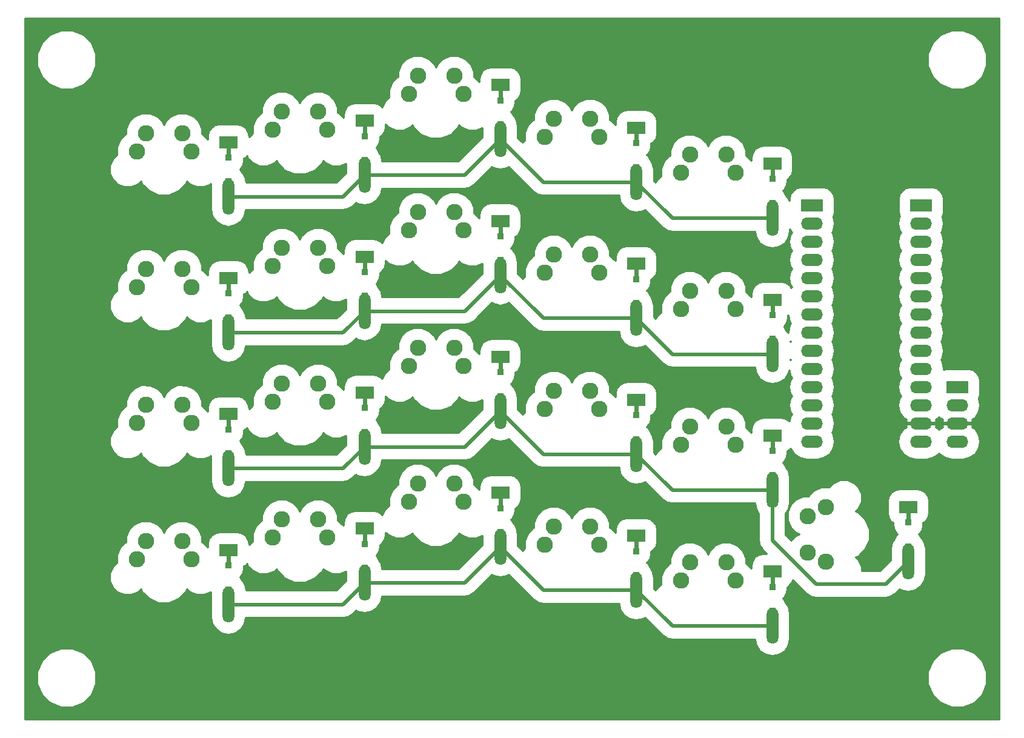
<source format=gbr>
G04 #@! TF.FileFunction,Copper,L2,Bot,Signal*
%FSLAX46Y46*%
G04 Gerber Fmt 4.6, Leading zero omitted, Abs format (unit mm)*
G04 Created by KiCad (PCBNEW 4.0.2-stable) date Sunday, July 24, 2016 'PMt' 09:31:35 PM*
%MOMM*%
G01*
G04 APERTURE LIST*
%ADD10C,0.150000*%
%ADD11C,0.609600*%
%ADD12C,2.286000*%
%ADD13O,1.651000X5.000000*%
%ADD14R,2.500000X1.651000*%
%ADD15R,0.838200X0.838200*%
%ADD16R,3.032000X1.727200*%
%ADD17O,3.032000X1.727200*%
%ADD18C,0.500000*%
%ADD19C,0.300000*%
G04 APERTURE END LIST*
D10*
D11*
X48000000Y-31810000D02*
X48000000Y-29663700D01*
X48000000Y-26336300D02*
X48000000Y-24190000D01*
X48000000Y-50810000D02*
X48000000Y-48663700D01*
X48000000Y-45336300D02*
X48000000Y-43190000D01*
X48000000Y-69810000D02*
X48000000Y-67663700D01*
X48000000Y-64336300D02*
X48000000Y-62190000D01*
X48000000Y-88810000D02*
X48000000Y-86663700D01*
X48000000Y-83336300D02*
X48000000Y-81190000D01*
X67000000Y-28810000D02*
X67000000Y-26663700D01*
X67000000Y-23336300D02*
X67000000Y-21190000D01*
X67000000Y-47810000D02*
X67000000Y-45663700D01*
X67000000Y-42336300D02*
X67000000Y-40190000D01*
X67000000Y-66810000D02*
X67000000Y-64663700D01*
X67000000Y-61336300D02*
X67000000Y-59190000D01*
X67000000Y-85810000D02*
X67000000Y-83663700D01*
X67000000Y-80336300D02*
X67000000Y-78190000D01*
X86000000Y-23810000D02*
X86000000Y-21663700D01*
X86000000Y-18336300D02*
X86000000Y-16190000D01*
X86000000Y-42810000D02*
X86000000Y-40663700D01*
X86000000Y-37336300D02*
X86000000Y-35190000D01*
X86000000Y-61810000D02*
X86000000Y-59663700D01*
X86000000Y-56336300D02*
X86000000Y-54190000D01*
X86000000Y-80810000D02*
X86000000Y-78663700D01*
X86000000Y-75336300D02*
X86000000Y-73190000D01*
X105000000Y-29810000D02*
X105000000Y-27663700D01*
X105000000Y-24336300D02*
X105000000Y-22190000D01*
X105000000Y-48810000D02*
X105000000Y-46663700D01*
X105000000Y-43336300D02*
X105000000Y-41190000D01*
X105000000Y-67810000D02*
X105000000Y-65663700D01*
X105000000Y-62336300D02*
X105000000Y-60190000D01*
X105000000Y-86810000D02*
X105000000Y-84663700D01*
X105000000Y-81336300D02*
X105000000Y-79190000D01*
X124000000Y-34810000D02*
X124000000Y-32663700D01*
X124000000Y-29336300D02*
X124000000Y-27190000D01*
X124000000Y-53810000D02*
X124000000Y-51663700D01*
X124000000Y-48336300D02*
X124000000Y-46190000D01*
X124000000Y-72810000D02*
X124000000Y-70663700D01*
X124000000Y-67336300D02*
X124000000Y-65190000D01*
X124000000Y-91810000D02*
X124000000Y-89663700D01*
X124000000Y-86336300D02*
X124000000Y-84190000D01*
X143000000Y-82810000D02*
X143000000Y-80663700D01*
X143000000Y-77336300D02*
X143000000Y-75190000D01*
D12*
X41540000Y-22920000D03*
X42810000Y-25460000D03*
X36460000Y-22920000D03*
X35190000Y-25460000D03*
D13*
X48000000Y-31810000D03*
D14*
X48000000Y-24190000D03*
D15*
X48000000Y-29663700D03*
X48000000Y-26336300D03*
D12*
X41540000Y-41920000D03*
X42810000Y-44460000D03*
X36460000Y-41920000D03*
X35190000Y-44460000D03*
D13*
X48000000Y-50810000D03*
D14*
X48000000Y-43190000D03*
D15*
X48000000Y-48663700D03*
X48000000Y-45336300D03*
D12*
X41540000Y-60920000D03*
X42810000Y-63460000D03*
X36460000Y-60920000D03*
X35190000Y-63460000D03*
D13*
X48000000Y-69810000D03*
D14*
X48000000Y-62190000D03*
D15*
X48000000Y-67663700D03*
X48000000Y-64336300D03*
D12*
X41540000Y-79920000D03*
X42810000Y-82460000D03*
X36460000Y-79920000D03*
X35190000Y-82460000D03*
D13*
X48000000Y-88810000D03*
D14*
X48000000Y-81190000D03*
D15*
X48000000Y-86663700D03*
X48000000Y-83336300D03*
D12*
X60540000Y-19920000D03*
X61810000Y-22460000D03*
X55460000Y-19920000D03*
X54190000Y-22460000D03*
D13*
X67000000Y-28810000D03*
D14*
X67000000Y-21190000D03*
D15*
X67000000Y-26663700D03*
X67000000Y-23336300D03*
D12*
X60540000Y-38920000D03*
X61810000Y-41460000D03*
X55460000Y-38920000D03*
X54190000Y-41460000D03*
D13*
X67000000Y-47810000D03*
D14*
X67000000Y-40190000D03*
D15*
X67000000Y-45663700D03*
X67000000Y-42336300D03*
D12*
X60540000Y-57920000D03*
X61810000Y-60460000D03*
X55460000Y-57920000D03*
X54190000Y-60460000D03*
D13*
X67000000Y-66810000D03*
D14*
X67000000Y-59190000D03*
D15*
X67000000Y-64663700D03*
X67000000Y-61336300D03*
D12*
X60540000Y-76920000D03*
X61810000Y-79460000D03*
X55460000Y-76920000D03*
X54190000Y-79460000D03*
D13*
X67000000Y-85810000D03*
D14*
X67000000Y-78190000D03*
D15*
X67000000Y-83663700D03*
X67000000Y-80336300D03*
D12*
X79540000Y-14920000D03*
X80810000Y-17460000D03*
X74460000Y-14920000D03*
X73190000Y-17460000D03*
D13*
X86000000Y-23810000D03*
D14*
X86000000Y-16190000D03*
D15*
X86000000Y-21663700D03*
X86000000Y-18336300D03*
D12*
X79540000Y-33920000D03*
X80810000Y-36460000D03*
X74460000Y-33920000D03*
X73190000Y-36460000D03*
D13*
X86000000Y-42810000D03*
D14*
X86000000Y-35190000D03*
D15*
X86000000Y-40663700D03*
X86000000Y-37336300D03*
D12*
X79540000Y-52920000D03*
X80810000Y-55460000D03*
X74460000Y-52920000D03*
X73190000Y-55460000D03*
D13*
X86000000Y-61810000D03*
D14*
X86000000Y-54190000D03*
D15*
X86000000Y-59663700D03*
X86000000Y-56336300D03*
D12*
X79540000Y-71920000D03*
X80810000Y-74460000D03*
X74460000Y-71920000D03*
X73190000Y-74460000D03*
D13*
X86000000Y-80810000D03*
D14*
X86000000Y-73190000D03*
D15*
X86000000Y-78663700D03*
X86000000Y-75336300D03*
D12*
X98540000Y-20920000D03*
X99810000Y-23460000D03*
X93460000Y-20920000D03*
X92190000Y-23460000D03*
D13*
X105000000Y-29810000D03*
D14*
X105000000Y-22190000D03*
D15*
X105000000Y-27663700D03*
X105000000Y-24336300D03*
D12*
X98540000Y-39920000D03*
X99810000Y-42460000D03*
X93460000Y-39920000D03*
X92190000Y-42460000D03*
D13*
X105000000Y-48810000D03*
D14*
X105000000Y-41190000D03*
D15*
X105000000Y-46663700D03*
X105000000Y-43336300D03*
D12*
X98540000Y-58920000D03*
X99810000Y-61460000D03*
X93460000Y-58920000D03*
X92190000Y-61460000D03*
D13*
X105000000Y-67810000D03*
D14*
X105000000Y-60190000D03*
D15*
X105000000Y-65663700D03*
X105000000Y-62336300D03*
D12*
X98540000Y-77920000D03*
X99810000Y-80460000D03*
X93460000Y-77920000D03*
X92190000Y-80460000D03*
D13*
X105000000Y-86810000D03*
D14*
X105000000Y-79190000D03*
D15*
X105000000Y-84663700D03*
X105000000Y-81336300D03*
D12*
X117540000Y-25920000D03*
X118810000Y-28460000D03*
X112460000Y-25920000D03*
X111190000Y-28460000D03*
D13*
X124000000Y-34810000D03*
D14*
X124000000Y-27190000D03*
D15*
X124000000Y-32663700D03*
X124000000Y-29336300D03*
D12*
X117540000Y-44920000D03*
X118810000Y-47460000D03*
X112460000Y-44920000D03*
X111190000Y-47460000D03*
D13*
X124000000Y-53810000D03*
D14*
X124000000Y-46190000D03*
D15*
X124000000Y-51663700D03*
X124000000Y-48336300D03*
D12*
X117540000Y-63920000D03*
X118810000Y-66460000D03*
X112460000Y-63920000D03*
X111190000Y-66460000D03*
D13*
X124000000Y-72810000D03*
D14*
X124000000Y-65190000D03*
D15*
X124000000Y-70663700D03*
X124000000Y-67336300D03*
D12*
X117540000Y-82920000D03*
X118810000Y-85460000D03*
X112460000Y-82920000D03*
X111190000Y-85460000D03*
D13*
X124000000Y-91810000D03*
D14*
X124000000Y-84190000D03*
D15*
X124000000Y-89663700D03*
X124000000Y-86336300D03*
D12*
X128920000Y-76460000D03*
X131460000Y-75190000D03*
X128920000Y-81540000D03*
X131460000Y-82810000D03*
D13*
X143000000Y-82810000D03*
D14*
X143000000Y-75190000D03*
D15*
X143000000Y-80663700D03*
X143000000Y-77336300D03*
D16*
X129540000Y-33020000D03*
D17*
X129540000Y-35560000D03*
X129540000Y-38100000D03*
X129540000Y-40640000D03*
X129540000Y-43180000D03*
X129540000Y-45720000D03*
X129540000Y-48260000D03*
X129540000Y-50800000D03*
X129540000Y-53340000D03*
X129540000Y-55880000D03*
X129540000Y-58420000D03*
X129540000Y-60960000D03*
X129540000Y-63500000D03*
X129540000Y-66040000D03*
D16*
X144780000Y-33020000D03*
D17*
X144780000Y-35560000D03*
X144780000Y-38100000D03*
X144780000Y-40640000D03*
X144780000Y-43180000D03*
X144780000Y-45720000D03*
X144780000Y-48260000D03*
X144780000Y-50800000D03*
X144780000Y-53340000D03*
X144780000Y-55880000D03*
X144780000Y-58420000D03*
X144780000Y-60960000D03*
X144780000Y-63500000D03*
X144780000Y-66040000D03*
D16*
X149860000Y-58420000D03*
D17*
X149860000Y-60960000D03*
X149860000Y-63500000D03*
X149860000Y-66040000D03*
D18*
X105000000Y-29810000D02*
X110000000Y-34810000D01*
X110000000Y-34810000D02*
X124000000Y-34810000D01*
X86000000Y-23810000D02*
X92000000Y-29810000D01*
X92000000Y-29810000D02*
X105000000Y-29810000D01*
X67000000Y-28810000D02*
X81000000Y-28810000D01*
X81000000Y-28810000D02*
X86000000Y-23810000D01*
X48000000Y-31810000D02*
X64000000Y-31810000D01*
X64000000Y-31810000D02*
X67000000Y-28810000D01*
X105000000Y-48810000D02*
X110000000Y-53810000D01*
X110000000Y-53810000D02*
X124000000Y-53810000D01*
X86000000Y-42810000D02*
X92000000Y-48810000D01*
X92000000Y-48810000D02*
X105000000Y-48810000D01*
X67000000Y-47810000D02*
X81000000Y-47810000D01*
X81000000Y-47810000D02*
X86000000Y-42810000D01*
X48000000Y-50810000D02*
X64000000Y-50810000D01*
X64000000Y-50810000D02*
X67000000Y-47810000D01*
X143000000Y-82810000D02*
X139829099Y-85980901D01*
X139829099Y-85980901D02*
X130115259Y-85980901D01*
X124000000Y-73977433D02*
X124000000Y-72810000D01*
X130115259Y-85980901D02*
X124000000Y-79865642D01*
X124000000Y-79865642D02*
X124000000Y-73977433D01*
X105000000Y-67810000D02*
X110000000Y-72810000D01*
X110000000Y-72810000D02*
X124000000Y-72810000D01*
X86000000Y-61810000D02*
X92000000Y-67810000D01*
X92000000Y-67810000D02*
X105000000Y-67810000D01*
X67000000Y-66810000D02*
X81000000Y-66810000D01*
X81000000Y-66810000D02*
X86000000Y-61810000D01*
X48000000Y-69810000D02*
X64000000Y-69810000D01*
X64000000Y-69810000D02*
X67000000Y-66810000D01*
X105000000Y-86810000D02*
X110000000Y-91810000D01*
X110000000Y-91810000D02*
X124000000Y-91810000D01*
X86000000Y-80810000D02*
X92000000Y-86810000D01*
X92000000Y-86810000D02*
X105000000Y-86810000D01*
X67000000Y-85810000D02*
X81000000Y-85810000D01*
X81000000Y-85810000D02*
X86000000Y-80810000D01*
X48000000Y-88810000D02*
X64000000Y-88810000D01*
X64000000Y-88810000D02*
X67000000Y-85810000D01*
D19*
G36*
X155639500Y-104839500D02*
X19620500Y-104839500D01*
X19620500Y-99881864D01*
X21249282Y-99881864D01*
X21879750Y-101407715D01*
X23046145Y-102576147D01*
X24570892Y-103209278D01*
X26221864Y-103210718D01*
X27747715Y-102580250D01*
X28916147Y-101413855D01*
X29549278Y-99889108D01*
X29549284Y-99881864D01*
X145709282Y-99881864D01*
X146339750Y-101407715D01*
X147506145Y-102576147D01*
X149030892Y-103209278D01*
X150681864Y-103210718D01*
X152207715Y-102580250D01*
X153376147Y-101413855D01*
X154009278Y-99889108D01*
X154010718Y-98238136D01*
X153380250Y-96712285D01*
X152213855Y-95543853D01*
X150689108Y-94910722D01*
X149038136Y-94909282D01*
X147512285Y-95539750D01*
X146343853Y-96706145D01*
X145710722Y-98230892D01*
X145709282Y-99881864D01*
X29549284Y-99881864D01*
X29550718Y-98238136D01*
X28920250Y-96712285D01*
X27753855Y-95543853D01*
X26229108Y-94910722D01*
X24578136Y-94909282D01*
X23052285Y-95539750D01*
X21883853Y-96706145D01*
X21250722Y-98230892D01*
X21249282Y-99881864D01*
X19620500Y-99881864D01*
X19620500Y-28495277D01*
X31418666Y-28495277D01*
X31798604Y-29414796D01*
X32501504Y-30118924D01*
X33420358Y-30500465D01*
X34415277Y-30501334D01*
X35334796Y-30121396D01*
X35758905Y-29698026D01*
X35909051Y-30061407D01*
X36933202Y-31087347D01*
X38272004Y-31643266D01*
X39721637Y-31644531D01*
X41061407Y-31090949D01*
X42087347Y-30066798D01*
X42240729Y-29697414D01*
X42661504Y-30118924D01*
X43580358Y-30500465D01*
X44575277Y-30501334D01*
X45494796Y-30121396D01*
X45524500Y-30091744D01*
X45524500Y-33565803D01*
X45712936Y-34513136D01*
X46249557Y-35316246D01*
X47052667Y-35852867D01*
X48000000Y-36041303D01*
X48947333Y-35852867D01*
X49750443Y-35316246D01*
X50287064Y-34513136D01*
X50446817Y-33710000D01*
X64000000Y-33710000D01*
X64727099Y-33565371D01*
X65343503Y-33153503D01*
X65807772Y-32689234D01*
X66052667Y-32852867D01*
X67000000Y-33041303D01*
X67947333Y-32852867D01*
X68750443Y-32316246D01*
X69287064Y-31513136D01*
X69446817Y-30710000D01*
X81000000Y-30710000D01*
X81727099Y-30565371D01*
X82343503Y-30153503D01*
X84807772Y-27689234D01*
X85052667Y-27852867D01*
X86000000Y-28041303D01*
X86947333Y-27852867D01*
X87192228Y-27689234D01*
X90656497Y-31153503D01*
X91272901Y-31565371D01*
X92000000Y-31710000D01*
X102553183Y-31710000D01*
X102712936Y-32513136D01*
X103249557Y-33316246D01*
X104052667Y-33852867D01*
X105000000Y-34041303D01*
X105947333Y-33852867D01*
X106192228Y-33689234D01*
X108656497Y-36153503D01*
X109272902Y-36565372D01*
X110000000Y-36710000D01*
X121553183Y-36710000D01*
X121712936Y-37513136D01*
X122249557Y-38316246D01*
X123052667Y-38852867D01*
X124000000Y-39041303D01*
X124947333Y-38852867D01*
X125750443Y-38316246D01*
X126287064Y-37513136D01*
X126475500Y-36565803D01*
X126475500Y-36382102D01*
X126503310Y-36521913D01*
X126709167Y-36830000D01*
X126503310Y-37138087D01*
X126311974Y-38100000D01*
X126503310Y-39061913D01*
X126709167Y-39370000D01*
X126503310Y-39678087D01*
X126311974Y-40640000D01*
X126503310Y-41601913D01*
X126709167Y-41910000D01*
X126503310Y-42218087D01*
X126311974Y-43180000D01*
X126503310Y-44141913D01*
X126709167Y-44450000D01*
X126664899Y-44516252D01*
X126455904Y-44191464D01*
X125904519Y-43814718D01*
X125250000Y-43682175D01*
X122750000Y-43682175D01*
X122138547Y-43797228D01*
X121576964Y-44158596D01*
X121200218Y-44709981D01*
X121067675Y-45364500D01*
X121067675Y-45768269D01*
X120394173Y-45093591D01*
X120332872Y-45068137D01*
X120333484Y-44366875D01*
X119909171Y-43339960D01*
X119124173Y-42553591D01*
X118097999Y-42127486D01*
X116986875Y-42126516D01*
X115959960Y-42550829D01*
X115173591Y-43335827D01*
X115000100Y-43753639D01*
X114829171Y-43339960D01*
X114044173Y-42553591D01*
X113017999Y-42127486D01*
X111906875Y-42126516D01*
X110879960Y-42550829D01*
X110093591Y-43335827D01*
X109667486Y-44362001D01*
X109666870Y-45067314D01*
X109609960Y-45090829D01*
X108823591Y-45875827D01*
X108397486Y-46902001D01*
X108396539Y-47987080D01*
X107801076Y-48581504D01*
X107700566Y-48823560D01*
X107475500Y-48598494D01*
X107475500Y-47054197D01*
X107287064Y-46106864D01*
X106992579Y-45666137D01*
X106986372Y-45633147D01*
X106625004Y-45071564D01*
X106525958Y-45003888D01*
X106592136Y-44961304D01*
X106968882Y-44409919D01*
X107101425Y-43755400D01*
X107101425Y-43428355D01*
X107423036Y-43221404D01*
X107799782Y-42670019D01*
X107932325Y-42015500D01*
X107932325Y-40364500D01*
X107817272Y-39753047D01*
X107455904Y-39191464D01*
X106904519Y-38814718D01*
X106250000Y-38682175D01*
X103750000Y-38682175D01*
X103138547Y-38797228D01*
X102576964Y-39158596D01*
X102200218Y-39709981D01*
X102067675Y-40364500D01*
X102067675Y-40768269D01*
X101394173Y-40093591D01*
X101332872Y-40068137D01*
X101333484Y-39366875D01*
X100909171Y-38339960D01*
X100124173Y-37553591D01*
X99097999Y-37127486D01*
X97986875Y-37126516D01*
X96959960Y-37550829D01*
X96173591Y-38335827D01*
X96000100Y-38753639D01*
X95829171Y-38339960D01*
X95044173Y-37553591D01*
X94017999Y-37127486D01*
X92906875Y-37126516D01*
X91879960Y-37550829D01*
X91093591Y-38335827D01*
X90667486Y-39362001D01*
X90666870Y-40067314D01*
X90609960Y-40090829D01*
X89823591Y-40875827D01*
X89397486Y-41902001D01*
X89396539Y-42987080D01*
X89130080Y-43253074D01*
X88475500Y-42598494D01*
X88475500Y-41054197D01*
X88287064Y-40106864D01*
X87992579Y-39666137D01*
X87986372Y-39633147D01*
X87625004Y-39071564D01*
X87525958Y-39003888D01*
X87592136Y-38961304D01*
X87968882Y-38409919D01*
X88101425Y-37755400D01*
X88101425Y-37428355D01*
X88423036Y-37221404D01*
X88799782Y-36670019D01*
X88932325Y-36015500D01*
X88932325Y-34364500D01*
X88817272Y-33753047D01*
X88455904Y-33191464D01*
X87904519Y-32814718D01*
X87250000Y-32682175D01*
X84750000Y-32682175D01*
X84138547Y-32797228D01*
X83576964Y-33158596D01*
X83200218Y-33709981D01*
X83067675Y-34364500D01*
X83067675Y-34768269D01*
X82394173Y-34093591D01*
X82332872Y-34068137D01*
X82333484Y-33366875D01*
X81909171Y-32339960D01*
X81124173Y-31553591D01*
X80097999Y-31127486D01*
X78986875Y-31126516D01*
X77959960Y-31550829D01*
X77173591Y-32335827D01*
X77000100Y-32753639D01*
X76829171Y-32339960D01*
X76044173Y-31553591D01*
X75017999Y-31127486D01*
X73906875Y-31126516D01*
X72879960Y-31550829D01*
X72093591Y-32335827D01*
X71667486Y-33362001D01*
X71666870Y-34067314D01*
X71609960Y-34090829D01*
X70823591Y-34875827D01*
X70397486Y-35902001D01*
X70396539Y-36987080D01*
X69801076Y-37581504D01*
X69511757Y-38278262D01*
X69455904Y-38191464D01*
X68904519Y-37814718D01*
X68250000Y-37682175D01*
X65750000Y-37682175D01*
X65138547Y-37797228D01*
X64576964Y-38158596D01*
X64200218Y-38709981D01*
X64067675Y-39364500D01*
X64067675Y-39768269D01*
X63394173Y-39093591D01*
X63332872Y-39068137D01*
X63333484Y-38366875D01*
X62909171Y-37339960D01*
X62124173Y-36553591D01*
X61097999Y-36127486D01*
X59986875Y-36126516D01*
X58959960Y-36550829D01*
X58173591Y-37335827D01*
X58000100Y-37753639D01*
X57829171Y-37339960D01*
X57044173Y-36553591D01*
X56017999Y-36127486D01*
X54906875Y-36126516D01*
X53879960Y-36550829D01*
X53093591Y-37335827D01*
X52667486Y-38362001D01*
X52666870Y-39067314D01*
X52609960Y-39090829D01*
X51823591Y-39875827D01*
X51397486Y-40902001D01*
X51396539Y-41987080D01*
X50932325Y-42450484D01*
X50932325Y-42364500D01*
X50817272Y-41753047D01*
X50455904Y-41191464D01*
X49904519Y-40814718D01*
X49250000Y-40682175D01*
X46750000Y-40682175D01*
X46138547Y-40797228D01*
X45576964Y-41158596D01*
X45200218Y-41709981D01*
X45067675Y-42364500D01*
X45067675Y-42768269D01*
X44394173Y-42093591D01*
X44332872Y-42068137D01*
X44333484Y-41366875D01*
X43909171Y-40339960D01*
X43124173Y-39553591D01*
X42097999Y-39127486D01*
X40986875Y-39126516D01*
X39959960Y-39550829D01*
X39173591Y-40335827D01*
X39000100Y-40753639D01*
X38829171Y-40339960D01*
X38044173Y-39553591D01*
X37017999Y-39127486D01*
X35906875Y-39126516D01*
X34879960Y-39550829D01*
X34093591Y-40335827D01*
X33667486Y-41362001D01*
X33666870Y-42067314D01*
X33609960Y-42090829D01*
X32823591Y-42875827D01*
X32397486Y-43902001D01*
X32396539Y-44987080D01*
X31801076Y-45581504D01*
X31419535Y-46500358D01*
X31418666Y-47495277D01*
X31798604Y-48414796D01*
X32501504Y-49118924D01*
X33420358Y-49500465D01*
X34415277Y-49501334D01*
X35334796Y-49121396D01*
X35758905Y-48698026D01*
X35909051Y-49061407D01*
X36933202Y-50087347D01*
X38272004Y-50643266D01*
X39721637Y-50644531D01*
X41061407Y-50090949D01*
X42087347Y-49066798D01*
X42240729Y-48697414D01*
X42661504Y-49118924D01*
X43580358Y-49500465D01*
X44575277Y-49501334D01*
X45494796Y-49121396D01*
X45524500Y-49091744D01*
X45524500Y-52565803D01*
X45712936Y-53513136D01*
X46249557Y-54316246D01*
X47052667Y-54852867D01*
X48000000Y-55041303D01*
X48947333Y-54852867D01*
X49750443Y-54316246D01*
X50287064Y-53513136D01*
X50446817Y-52710000D01*
X64000000Y-52710000D01*
X64727099Y-52565371D01*
X65343503Y-52153503D01*
X65807772Y-51689234D01*
X66052667Y-51852867D01*
X67000000Y-52041303D01*
X67947333Y-51852867D01*
X68750443Y-51316246D01*
X69287064Y-50513136D01*
X69446817Y-49710000D01*
X81000000Y-49710000D01*
X81727099Y-49565371D01*
X82343503Y-49153503D01*
X84807772Y-46689234D01*
X85052667Y-46852867D01*
X86000000Y-47041303D01*
X86947333Y-46852867D01*
X87192228Y-46689234D01*
X90656497Y-50153503D01*
X91272901Y-50565371D01*
X92000000Y-50710000D01*
X102553183Y-50710000D01*
X102712936Y-51513136D01*
X103249557Y-52316246D01*
X104052667Y-52852867D01*
X105000000Y-53041303D01*
X105947333Y-52852867D01*
X106192228Y-52689234D01*
X108656497Y-55153503D01*
X109272902Y-55565372D01*
X110000000Y-55710000D01*
X121553183Y-55710000D01*
X121712936Y-56513136D01*
X122249557Y-57316246D01*
X123052667Y-57852867D01*
X124000000Y-58041303D01*
X124947333Y-57852867D01*
X125750443Y-57316246D01*
X126287064Y-56513136D01*
X126362488Y-56133952D01*
X126503310Y-56841913D01*
X126709167Y-57150000D01*
X126503310Y-57458087D01*
X126311974Y-58420000D01*
X126503310Y-59381913D01*
X126709167Y-59690000D01*
X126503310Y-59998087D01*
X126311974Y-60960000D01*
X126503310Y-61921913D01*
X126709167Y-62230000D01*
X126503310Y-62538087D01*
X126383224Y-63141803D01*
X125904519Y-62814718D01*
X125250000Y-62682175D01*
X122750000Y-62682175D01*
X122138547Y-62797228D01*
X121576964Y-63158596D01*
X121200218Y-63709981D01*
X121067675Y-64364500D01*
X121067675Y-64768269D01*
X120394173Y-64093591D01*
X120332872Y-64068137D01*
X120333484Y-63366875D01*
X119909171Y-62339960D01*
X119124173Y-61553591D01*
X118097999Y-61127486D01*
X116986875Y-61126516D01*
X115959960Y-61550829D01*
X115173591Y-62335827D01*
X115000100Y-62753639D01*
X114829171Y-62339960D01*
X114044173Y-61553591D01*
X113017999Y-61127486D01*
X111906875Y-61126516D01*
X110879960Y-61550829D01*
X110093591Y-62335827D01*
X109667486Y-63362001D01*
X109666870Y-64067314D01*
X109609960Y-64090829D01*
X108823591Y-64875827D01*
X108397486Y-65902001D01*
X108396539Y-66987080D01*
X107801076Y-67581504D01*
X107700566Y-67823560D01*
X107475500Y-67598494D01*
X107475500Y-66054197D01*
X107287064Y-65106864D01*
X106992579Y-64666137D01*
X106986372Y-64633147D01*
X106625004Y-64071564D01*
X106525958Y-64003888D01*
X106592136Y-63961304D01*
X106968882Y-63409919D01*
X107101425Y-62755400D01*
X107101425Y-62428355D01*
X107423036Y-62221404D01*
X107799782Y-61670019D01*
X107932325Y-61015500D01*
X107932325Y-59364500D01*
X107817272Y-58753047D01*
X107455904Y-58191464D01*
X106904519Y-57814718D01*
X106250000Y-57682175D01*
X103750000Y-57682175D01*
X103138547Y-57797228D01*
X102576964Y-58158596D01*
X102200218Y-58709981D01*
X102067675Y-59364500D01*
X102067675Y-59768269D01*
X101394173Y-59093591D01*
X101332872Y-59068137D01*
X101333484Y-58366875D01*
X100909171Y-57339960D01*
X100124173Y-56553591D01*
X99097999Y-56127486D01*
X97986875Y-56126516D01*
X96959960Y-56550829D01*
X96173591Y-57335827D01*
X96000100Y-57753639D01*
X95829171Y-57339960D01*
X95044173Y-56553591D01*
X94017999Y-56127486D01*
X92906875Y-56126516D01*
X91879960Y-56550829D01*
X91093591Y-57335827D01*
X90667486Y-58362001D01*
X90666870Y-59067314D01*
X90609960Y-59090829D01*
X89823591Y-59875827D01*
X89397486Y-60902001D01*
X89396539Y-61987080D01*
X89130080Y-62253074D01*
X88475500Y-61598494D01*
X88475500Y-60054197D01*
X88287064Y-59106864D01*
X87992579Y-58666137D01*
X87986372Y-58633147D01*
X87625004Y-58071564D01*
X87525958Y-58003888D01*
X87592136Y-57961304D01*
X87968882Y-57409919D01*
X88101425Y-56755400D01*
X88101425Y-56428355D01*
X88423036Y-56221404D01*
X88799782Y-55670019D01*
X88932325Y-55015500D01*
X88932325Y-53364500D01*
X88817272Y-52753047D01*
X88455904Y-52191464D01*
X87904519Y-51814718D01*
X87250000Y-51682175D01*
X84750000Y-51682175D01*
X84138547Y-51797228D01*
X83576964Y-52158596D01*
X83200218Y-52709981D01*
X83067675Y-53364500D01*
X83067675Y-53768269D01*
X82394173Y-53093591D01*
X82332872Y-53068137D01*
X82333484Y-52366875D01*
X81909171Y-51339960D01*
X81124173Y-50553591D01*
X80097999Y-50127486D01*
X78986875Y-50126516D01*
X77959960Y-50550829D01*
X77173591Y-51335827D01*
X77000100Y-51753639D01*
X76829171Y-51339960D01*
X76044173Y-50553591D01*
X75017999Y-50127486D01*
X73906875Y-50126516D01*
X72879960Y-50550829D01*
X72093591Y-51335827D01*
X71667486Y-52362001D01*
X71666870Y-53067314D01*
X71609960Y-53090829D01*
X70823591Y-53875827D01*
X70397486Y-54902001D01*
X70396539Y-55987080D01*
X69801076Y-56581504D01*
X69511757Y-57278262D01*
X69455904Y-57191464D01*
X68904519Y-56814718D01*
X68250000Y-56682175D01*
X65750000Y-56682175D01*
X65138547Y-56797228D01*
X64576964Y-57158596D01*
X64200218Y-57709981D01*
X64067675Y-58364500D01*
X64067675Y-58768269D01*
X63394173Y-58093591D01*
X63332872Y-58068137D01*
X63333484Y-57366875D01*
X62909171Y-56339960D01*
X62124173Y-55553591D01*
X61097999Y-55127486D01*
X59986875Y-55126516D01*
X58959960Y-55550829D01*
X58173591Y-56335827D01*
X58000100Y-56753639D01*
X57829171Y-56339960D01*
X57044173Y-55553591D01*
X56017999Y-55127486D01*
X54906875Y-55126516D01*
X53879960Y-55550829D01*
X53093591Y-56335827D01*
X52667486Y-57362001D01*
X52666870Y-58067314D01*
X52609960Y-58090829D01*
X51823591Y-58875827D01*
X51397486Y-59902001D01*
X51396539Y-60987080D01*
X50932325Y-61450484D01*
X50932325Y-61364500D01*
X50817272Y-60753047D01*
X50455904Y-60191464D01*
X49904519Y-59814718D01*
X49250000Y-59682175D01*
X46750000Y-59682175D01*
X46138547Y-59797228D01*
X45576964Y-60158596D01*
X45200218Y-60709981D01*
X45067675Y-61364500D01*
X45067675Y-61768269D01*
X44394173Y-61093591D01*
X44332872Y-61068137D01*
X44333484Y-60366875D01*
X43909171Y-59339960D01*
X43124173Y-58553591D01*
X42097999Y-58127486D01*
X40986875Y-58126516D01*
X39959960Y-58550829D01*
X39173591Y-59335827D01*
X39000100Y-59753639D01*
X38829171Y-59339960D01*
X38044173Y-58553591D01*
X37017999Y-58127486D01*
X35906875Y-58126516D01*
X34879960Y-58550829D01*
X34093591Y-59335827D01*
X33667486Y-60362001D01*
X33666870Y-61067314D01*
X33609960Y-61090829D01*
X32823591Y-61875827D01*
X32397486Y-62902001D01*
X32396539Y-63987080D01*
X31801076Y-64581504D01*
X31419535Y-65500358D01*
X31418666Y-66495277D01*
X31798604Y-67414796D01*
X32501504Y-68118924D01*
X33420358Y-68500465D01*
X34415277Y-68501334D01*
X35334796Y-68121396D01*
X35758905Y-67698026D01*
X35909051Y-68061407D01*
X36933202Y-69087347D01*
X38272004Y-69643266D01*
X39721637Y-69644531D01*
X41061407Y-69090949D01*
X42087347Y-68066798D01*
X42240729Y-67697414D01*
X42661504Y-68118924D01*
X43580358Y-68500465D01*
X44575277Y-68501334D01*
X45494796Y-68121396D01*
X45524500Y-68091744D01*
X45524500Y-71565803D01*
X45712936Y-72513136D01*
X46249557Y-73316246D01*
X47052667Y-73852867D01*
X48000000Y-74041303D01*
X48947333Y-73852867D01*
X49750443Y-73316246D01*
X50287064Y-72513136D01*
X50446817Y-71710000D01*
X64000000Y-71710000D01*
X64727099Y-71565371D01*
X65343503Y-71153503D01*
X65807772Y-70689234D01*
X66052667Y-70852867D01*
X67000000Y-71041303D01*
X67947333Y-70852867D01*
X68750443Y-70316246D01*
X69287064Y-69513136D01*
X69446817Y-68710000D01*
X81000000Y-68710000D01*
X81727099Y-68565371D01*
X82343503Y-68153503D01*
X84807772Y-65689234D01*
X85052667Y-65852867D01*
X86000000Y-66041303D01*
X86947333Y-65852867D01*
X87192228Y-65689234D01*
X90656497Y-69153503D01*
X91272901Y-69565371D01*
X92000000Y-69710000D01*
X102553183Y-69710000D01*
X102712936Y-70513136D01*
X103249557Y-71316246D01*
X104052667Y-71852867D01*
X105000000Y-72041303D01*
X105947333Y-71852867D01*
X106192228Y-71689234D01*
X108656497Y-74153503D01*
X109272902Y-74565372D01*
X110000000Y-74710000D01*
X121553183Y-74710000D01*
X121712936Y-75513136D01*
X122100000Y-76092418D01*
X122100000Y-79865642D01*
X122244629Y-80592741D01*
X122543505Y-81040040D01*
X122656497Y-81209145D01*
X123129527Y-81682175D01*
X122750000Y-81682175D01*
X122138547Y-81797228D01*
X121576964Y-82158596D01*
X121200218Y-82709981D01*
X121067675Y-83364500D01*
X121067675Y-83768269D01*
X120394173Y-83093591D01*
X120332872Y-83068137D01*
X120333484Y-82366875D01*
X119909171Y-81339960D01*
X119124173Y-80553591D01*
X118097999Y-80127486D01*
X116986875Y-80126516D01*
X115959960Y-80550829D01*
X115173591Y-81335827D01*
X115000100Y-81753639D01*
X114829171Y-81339960D01*
X114044173Y-80553591D01*
X113017999Y-80127486D01*
X111906875Y-80126516D01*
X110879960Y-80550829D01*
X110093591Y-81335827D01*
X109667486Y-82362001D01*
X109666870Y-83067314D01*
X109609960Y-83090829D01*
X108823591Y-83875827D01*
X108397486Y-84902001D01*
X108396539Y-85987080D01*
X107801076Y-86581504D01*
X107700566Y-86823560D01*
X107475500Y-86598494D01*
X107475500Y-85054197D01*
X107287064Y-84106864D01*
X106992579Y-83666137D01*
X106986372Y-83633147D01*
X106625004Y-83071564D01*
X106525958Y-83003888D01*
X106592136Y-82961304D01*
X106968882Y-82409919D01*
X107101425Y-81755400D01*
X107101425Y-81428355D01*
X107423036Y-81221404D01*
X107799782Y-80670019D01*
X107932325Y-80015500D01*
X107932325Y-78364500D01*
X107817272Y-77753047D01*
X107455904Y-77191464D01*
X106904519Y-76814718D01*
X106250000Y-76682175D01*
X103750000Y-76682175D01*
X103138547Y-76797228D01*
X102576964Y-77158596D01*
X102200218Y-77709981D01*
X102067675Y-78364500D01*
X102067675Y-78768269D01*
X101394173Y-78093591D01*
X101332872Y-78068137D01*
X101333484Y-77366875D01*
X100909171Y-76339960D01*
X100124173Y-75553591D01*
X99097999Y-75127486D01*
X97986875Y-75126516D01*
X96959960Y-75550829D01*
X96173591Y-76335827D01*
X96000100Y-76753639D01*
X95829171Y-76339960D01*
X95044173Y-75553591D01*
X94017999Y-75127486D01*
X92906875Y-75126516D01*
X91879960Y-75550829D01*
X91093591Y-76335827D01*
X90667486Y-77362001D01*
X90666870Y-78067314D01*
X90609960Y-78090829D01*
X89823591Y-78875827D01*
X89397486Y-79902001D01*
X89396539Y-80987080D01*
X89130080Y-81253074D01*
X88475500Y-80598494D01*
X88475500Y-79054197D01*
X88287064Y-78106864D01*
X87992579Y-77666137D01*
X87986372Y-77633147D01*
X87625004Y-77071564D01*
X87525958Y-77003888D01*
X87592136Y-76961304D01*
X87968882Y-76409919D01*
X88101425Y-75755400D01*
X88101425Y-75428355D01*
X88423036Y-75221404D01*
X88799782Y-74670019D01*
X88932325Y-74015500D01*
X88932325Y-72364500D01*
X88817272Y-71753047D01*
X88455904Y-71191464D01*
X87904519Y-70814718D01*
X87250000Y-70682175D01*
X84750000Y-70682175D01*
X84138547Y-70797228D01*
X83576964Y-71158596D01*
X83200218Y-71709981D01*
X83067675Y-72364500D01*
X83067675Y-72768269D01*
X82394173Y-72093591D01*
X82332872Y-72068137D01*
X82333484Y-71366875D01*
X81909171Y-70339960D01*
X81124173Y-69553591D01*
X80097999Y-69127486D01*
X78986875Y-69126516D01*
X77959960Y-69550829D01*
X77173591Y-70335827D01*
X77000100Y-70753639D01*
X76829171Y-70339960D01*
X76044173Y-69553591D01*
X75017999Y-69127486D01*
X73906875Y-69126516D01*
X72879960Y-69550829D01*
X72093591Y-70335827D01*
X71667486Y-71362001D01*
X71666870Y-72067314D01*
X71609960Y-72090829D01*
X70823591Y-72875827D01*
X70397486Y-73902001D01*
X70396539Y-74987080D01*
X69801076Y-75581504D01*
X69511757Y-76278262D01*
X69455904Y-76191464D01*
X68904519Y-75814718D01*
X68250000Y-75682175D01*
X65750000Y-75682175D01*
X65138547Y-75797228D01*
X64576964Y-76158596D01*
X64200218Y-76709981D01*
X64067675Y-77364500D01*
X64067675Y-77768269D01*
X63394173Y-77093591D01*
X63332872Y-77068137D01*
X63333484Y-76366875D01*
X62909171Y-75339960D01*
X62124173Y-74553591D01*
X61097999Y-74127486D01*
X59986875Y-74126516D01*
X58959960Y-74550829D01*
X58173591Y-75335827D01*
X58000100Y-75753639D01*
X57829171Y-75339960D01*
X57044173Y-74553591D01*
X56017999Y-74127486D01*
X54906875Y-74126516D01*
X53879960Y-74550829D01*
X53093591Y-75335827D01*
X52667486Y-76362001D01*
X52666870Y-77067314D01*
X52609960Y-77090829D01*
X51823591Y-77875827D01*
X51397486Y-78902001D01*
X51396539Y-79987080D01*
X50932325Y-80450484D01*
X50932325Y-80364500D01*
X50817272Y-79753047D01*
X50455904Y-79191464D01*
X49904519Y-78814718D01*
X49250000Y-78682175D01*
X46750000Y-78682175D01*
X46138547Y-78797228D01*
X45576964Y-79158596D01*
X45200218Y-79709981D01*
X45067675Y-80364500D01*
X45067675Y-80768269D01*
X44394173Y-80093591D01*
X44332872Y-80068137D01*
X44333484Y-79366875D01*
X43909171Y-78339960D01*
X43124173Y-77553591D01*
X42097999Y-77127486D01*
X40986875Y-77126516D01*
X39959960Y-77550829D01*
X39173591Y-78335827D01*
X39000100Y-78753639D01*
X38829171Y-78339960D01*
X38044173Y-77553591D01*
X37017999Y-77127486D01*
X35906875Y-77126516D01*
X34879960Y-77550829D01*
X34093591Y-78335827D01*
X33667486Y-79362001D01*
X33666870Y-80067314D01*
X33609960Y-80090829D01*
X32823591Y-80875827D01*
X32397486Y-81902001D01*
X32396539Y-82987080D01*
X31801076Y-83581504D01*
X31419535Y-84500358D01*
X31418666Y-85495277D01*
X31798604Y-86414796D01*
X32501504Y-87118924D01*
X33420358Y-87500465D01*
X34415277Y-87501334D01*
X35334796Y-87121396D01*
X35758905Y-86698026D01*
X35909051Y-87061407D01*
X36933202Y-88087347D01*
X38272004Y-88643266D01*
X39721637Y-88644531D01*
X41061407Y-88090949D01*
X42087347Y-87066798D01*
X42240729Y-86697414D01*
X42661504Y-87118924D01*
X43580358Y-87500465D01*
X44575277Y-87501334D01*
X45494796Y-87121396D01*
X45524500Y-87091744D01*
X45524500Y-90565803D01*
X45712936Y-91513136D01*
X46249557Y-92316246D01*
X47052667Y-92852867D01*
X48000000Y-93041303D01*
X48947333Y-92852867D01*
X49750443Y-92316246D01*
X50287064Y-91513136D01*
X50446817Y-90710000D01*
X64000000Y-90710000D01*
X64727099Y-90565371D01*
X65343503Y-90153503D01*
X65807772Y-89689234D01*
X66052667Y-89852867D01*
X67000000Y-90041303D01*
X67947333Y-89852867D01*
X68750443Y-89316246D01*
X69287064Y-88513136D01*
X69446817Y-87710000D01*
X81000000Y-87710000D01*
X81727099Y-87565371D01*
X82343503Y-87153503D01*
X84807772Y-84689234D01*
X85052667Y-84852867D01*
X86000000Y-85041303D01*
X86947333Y-84852867D01*
X87192228Y-84689234D01*
X90656497Y-88153503D01*
X91272901Y-88565371D01*
X92000000Y-88710000D01*
X102553183Y-88710000D01*
X102712936Y-89513136D01*
X103249557Y-90316246D01*
X104052667Y-90852867D01*
X105000000Y-91041303D01*
X105947333Y-90852867D01*
X106192228Y-90689234D01*
X108656497Y-93153503D01*
X109272902Y-93565372D01*
X110000000Y-93710000D01*
X121553183Y-93710000D01*
X121712936Y-94513136D01*
X122249557Y-95316246D01*
X123052667Y-95852867D01*
X124000000Y-96041303D01*
X124947333Y-95852867D01*
X125750443Y-95316246D01*
X126287064Y-94513136D01*
X126475500Y-93565803D01*
X126475500Y-90054197D01*
X126287064Y-89106864D01*
X125992579Y-88666137D01*
X125986372Y-88633147D01*
X125625004Y-88071564D01*
X125525958Y-88003888D01*
X125592136Y-87961304D01*
X125968882Y-87409919D01*
X126101425Y-86755400D01*
X126101425Y-86428355D01*
X126423036Y-86221404D01*
X126799782Y-85670019D01*
X126853265Y-85405913D01*
X128771756Y-87324404D01*
X129388160Y-87736272D01*
X130115259Y-87880901D01*
X139829099Y-87880901D01*
X140556198Y-87736272D01*
X141172602Y-87324404D01*
X141807772Y-86689234D01*
X142052667Y-86852867D01*
X143000000Y-87041303D01*
X143947333Y-86852867D01*
X144750443Y-86316246D01*
X145287064Y-85513136D01*
X145475500Y-84565803D01*
X145475500Y-81054197D01*
X145287064Y-80106864D01*
X144992579Y-79666137D01*
X144986372Y-79633147D01*
X144625004Y-79071564D01*
X144525958Y-79003888D01*
X144592136Y-78961304D01*
X144968882Y-78409919D01*
X145101425Y-77755400D01*
X145101425Y-77428355D01*
X145423036Y-77221404D01*
X145799782Y-76670019D01*
X145932325Y-76015500D01*
X145932325Y-74364500D01*
X145817272Y-73753047D01*
X145455904Y-73191464D01*
X144904519Y-72814718D01*
X144250000Y-72682175D01*
X141750000Y-72682175D01*
X141138547Y-72797228D01*
X140576964Y-73158596D01*
X140200218Y-73709981D01*
X140067675Y-74364500D01*
X140067675Y-76015500D01*
X140182728Y-76626953D01*
X140544096Y-77188536D01*
X140898575Y-77430742D01*
X140898575Y-77755400D01*
X141013628Y-78366853D01*
X141374996Y-78928436D01*
X141474042Y-78996112D01*
X141407864Y-79038696D01*
X141031118Y-79590081D01*
X141019324Y-79648322D01*
X140712936Y-80106864D01*
X140524500Y-81054197D01*
X140524500Y-82598494D01*
X139042093Y-84080901D01*
X136500901Y-84080901D01*
X136501334Y-83584723D01*
X136121396Y-82665204D01*
X135698026Y-82241095D01*
X136061407Y-82090949D01*
X137087347Y-81066798D01*
X137643266Y-79727996D01*
X137644531Y-78278363D01*
X137090949Y-76938593D01*
X136066798Y-75912653D01*
X135697414Y-75759271D01*
X136118924Y-75338496D01*
X136500465Y-74419642D01*
X136501334Y-73424723D01*
X136121396Y-72505204D01*
X135418496Y-71801076D01*
X134499642Y-71419535D01*
X133504723Y-71418666D01*
X132585204Y-71798604D01*
X131985304Y-72397457D01*
X130906875Y-72396516D01*
X129879960Y-72820829D01*
X129093591Y-73605827D01*
X129068137Y-73667128D01*
X128366875Y-73666516D01*
X127339960Y-74090829D01*
X126553591Y-74875827D01*
X126127486Y-75902001D01*
X126126516Y-77013125D01*
X126550829Y-78040040D01*
X127335827Y-78826409D01*
X127753639Y-78999900D01*
X127339960Y-79170829D01*
X126665489Y-79844125D01*
X125900000Y-79078636D01*
X125900000Y-76092418D01*
X126287064Y-75513136D01*
X126475500Y-74565803D01*
X126475500Y-71054197D01*
X126287064Y-70106864D01*
X125992579Y-69666137D01*
X125986372Y-69633147D01*
X125625004Y-69071564D01*
X125525958Y-69003888D01*
X125592136Y-68961304D01*
X125968882Y-68409919D01*
X126101425Y-67755400D01*
X126101425Y-67428355D01*
X126423036Y-67221404D01*
X126537770Y-67053486D01*
X127048190Y-67817384D01*
X127863661Y-68362264D01*
X128825574Y-68553600D01*
X130254426Y-68553600D01*
X131216339Y-68362264D01*
X132031810Y-67817384D01*
X132576690Y-67001913D01*
X132768026Y-66040000D01*
X141551974Y-66040000D01*
X141743310Y-67001913D01*
X142288190Y-67817384D01*
X143103661Y-68362264D01*
X144065574Y-68553600D01*
X145494426Y-68553600D01*
X146456339Y-68362264D01*
X147271810Y-67817384D01*
X147320000Y-67745263D01*
X147368190Y-67817384D01*
X148183661Y-68362264D01*
X149145574Y-68553600D01*
X150574426Y-68553600D01*
X151536339Y-68362264D01*
X152351810Y-67817384D01*
X152896690Y-67001913D01*
X153088026Y-66040000D01*
X152896690Y-65078087D01*
X152351810Y-64262616D01*
X151952477Y-63995790D01*
X151957974Y-63986207D01*
X151995483Y-63840194D01*
X151865509Y-63604000D01*
X150964548Y-63604000D01*
X150574426Y-63526400D01*
X149145574Y-63526400D01*
X148755452Y-63604000D01*
X147854491Y-63604000D01*
X147724517Y-63840194D01*
X147762026Y-63986207D01*
X147767523Y-63995790D01*
X147368190Y-64262616D01*
X147320000Y-64334737D01*
X147271810Y-64262616D01*
X146872477Y-63995790D01*
X146877974Y-63986207D01*
X146915483Y-63840194D01*
X146785509Y-63604000D01*
X145884548Y-63604000D01*
X145494426Y-63526400D01*
X144065574Y-63526400D01*
X143675452Y-63604000D01*
X142774491Y-63604000D01*
X142644517Y-63840194D01*
X142682026Y-63986207D01*
X142687523Y-63995790D01*
X142288190Y-64262616D01*
X141743310Y-65078087D01*
X141551974Y-66040000D01*
X132768026Y-66040000D01*
X132576690Y-65078087D01*
X132370833Y-64770000D01*
X132576690Y-64461913D01*
X132768026Y-63500000D01*
X132576690Y-62538087D01*
X132370833Y-62230000D01*
X132576690Y-61921913D01*
X132768026Y-60960000D01*
X132576690Y-59998087D01*
X132370833Y-59690000D01*
X132576690Y-59381913D01*
X132768026Y-58420000D01*
X132576690Y-57458087D01*
X132370833Y-57150000D01*
X132576690Y-56841913D01*
X132768026Y-55880000D01*
X132576690Y-54918087D01*
X132370833Y-54610000D01*
X132576690Y-54301913D01*
X132768026Y-53340000D01*
X132576690Y-52378087D01*
X132370833Y-52070000D01*
X132576690Y-51761913D01*
X132768026Y-50800000D01*
X132576690Y-49838087D01*
X132370833Y-49530000D01*
X132576690Y-49221913D01*
X132768026Y-48260000D01*
X132576690Y-47298087D01*
X132370833Y-46990000D01*
X132576690Y-46681913D01*
X132768026Y-45720000D01*
X132576690Y-44758087D01*
X132370833Y-44450000D01*
X132576690Y-44141913D01*
X132768026Y-43180000D01*
X132576690Y-42218087D01*
X132370833Y-41910000D01*
X132576690Y-41601913D01*
X132768026Y-40640000D01*
X132576690Y-39678087D01*
X132370833Y-39370000D01*
X132576690Y-39061913D01*
X132768026Y-38100000D01*
X132576690Y-37138087D01*
X132370833Y-36830000D01*
X132576690Y-36521913D01*
X132768026Y-35560000D01*
X141551974Y-35560000D01*
X141743310Y-36521913D01*
X141949167Y-36830000D01*
X141743310Y-37138087D01*
X141551974Y-38100000D01*
X141743310Y-39061913D01*
X141949167Y-39370000D01*
X141743310Y-39678087D01*
X141551974Y-40640000D01*
X141743310Y-41601913D01*
X141949167Y-41910000D01*
X141743310Y-42218087D01*
X141551974Y-43180000D01*
X141743310Y-44141913D01*
X141949167Y-44450000D01*
X141743310Y-44758087D01*
X141551974Y-45720000D01*
X141743310Y-46681913D01*
X141949167Y-46990000D01*
X141743310Y-47298087D01*
X141551974Y-48260000D01*
X141743310Y-49221913D01*
X141949167Y-49530000D01*
X141743310Y-49838087D01*
X141551974Y-50800000D01*
X141743310Y-51761913D01*
X141949167Y-52070000D01*
X141743310Y-52378087D01*
X141551974Y-53340000D01*
X141743310Y-54301913D01*
X141949167Y-54610000D01*
X141743310Y-54918087D01*
X141551974Y-55880000D01*
X141743310Y-56841913D01*
X141949167Y-57150000D01*
X141743310Y-57458087D01*
X141551974Y-58420000D01*
X141743310Y-59381913D01*
X141949167Y-59690000D01*
X141743310Y-59998087D01*
X141551974Y-60960000D01*
X141743310Y-61921913D01*
X142288190Y-62737384D01*
X142687523Y-63004210D01*
X142682026Y-63013793D01*
X142644517Y-63159806D01*
X142774491Y-63396000D01*
X143675452Y-63396000D01*
X144065574Y-63473600D01*
X145494426Y-63473600D01*
X145884548Y-63396000D01*
X146785509Y-63396000D01*
X146915483Y-63159806D01*
X146877974Y-63013793D01*
X146872477Y-63004210D01*
X147271810Y-62737384D01*
X147320000Y-62665263D01*
X147368190Y-62737384D01*
X147767523Y-63004210D01*
X147762026Y-63013793D01*
X147724517Y-63159806D01*
X147854491Y-63396000D01*
X148755452Y-63396000D01*
X149145574Y-63473600D01*
X150574426Y-63473600D01*
X150964548Y-63396000D01*
X151865509Y-63396000D01*
X151995483Y-63159806D01*
X151957974Y-63013793D01*
X151952477Y-63004210D01*
X152351810Y-62737384D01*
X152896690Y-61921913D01*
X153088026Y-60960000D01*
X152896690Y-59998087D01*
X152890815Y-59989295D01*
X152925782Y-59938119D01*
X153058325Y-59283600D01*
X153058325Y-57556400D01*
X152943272Y-56944947D01*
X152581904Y-56383364D01*
X152030519Y-56006618D01*
X151376000Y-55874075D01*
X148344000Y-55874075D01*
X147996187Y-55939521D01*
X148008026Y-55880000D01*
X147816690Y-54918087D01*
X147610833Y-54610000D01*
X147816690Y-54301913D01*
X148008026Y-53340000D01*
X147816690Y-52378087D01*
X147610833Y-52070000D01*
X147816690Y-51761913D01*
X148008026Y-50800000D01*
X147816690Y-49838087D01*
X147610833Y-49530000D01*
X147816690Y-49221913D01*
X148008026Y-48260000D01*
X147816690Y-47298087D01*
X147610833Y-46990000D01*
X147816690Y-46681913D01*
X148008026Y-45720000D01*
X147816690Y-44758087D01*
X147610833Y-44450000D01*
X147816690Y-44141913D01*
X148008026Y-43180000D01*
X147816690Y-42218087D01*
X147610833Y-41910000D01*
X147816690Y-41601913D01*
X148008026Y-40640000D01*
X147816690Y-39678087D01*
X147610833Y-39370000D01*
X147816690Y-39061913D01*
X148008026Y-38100000D01*
X147816690Y-37138087D01*
X147610833Y-36830000D01*
X147816690Y-36521913D01*
X148008026Y-35560000D01*
X147816690Y-34598087D01*
X147810815Y-34589295D01*
X147845782Y-34538119D01*
X147978325Y-33883600D01*
X147978325Y-32156400D01*
X147863272Y-31544947D01*
X147501904Y-30983364D01*
X146950519Y-30606618D01*
X146296000Y-30474075D01*
X143264000Y-30474075D01*
X142652547Y-30589128D01*
X142090964Y-30950496D01*
X141714218Y-31501881D01*
X141581675Y-32156400D01*
X141581675Y-33883600D01*
X141696728Y-34495053D01*
X141753355Y-34583054D01*
X141743310Y-34598087D01*
X141551974Y-35560000D01*
X132768026Y-35560000D01*
X132576690Y-34598087D01*
X132570815Y-34589295D01*
X132605782Y-34538119D01*
X132738325Y-33883600D01*
X132738325Y-32156400D01*
X132623272Y-31544947D01*
X132261904Y-30983364D01*
X131710519Y-30606618D01*
X131056000Y-30474075D01*
X128024000Y-30474075D01*
X127412547Y-30589128D01*
X126850964Y-30950496D01*
X126474218Y-31501881D01*
X126341675Y-32156400D01*
X126341675Y-32381412D01*
X126287064Y-32106864D01*
X125992579Y-31666137D01*
X125986372Y-31633147D01*
X125625004Y-31071564D01*
X125525958Y-31003888D01*
X125592136Y-30961304D01*
X125968882Y-30409919D01*
X126101425Y-29755400D01*
X126101425Y-29428355D01*
X126423036Y-29221404D01*
X126799782Y-28670019D01*
X126932325Y-28015500D01*
X126932325Y-26364500D01*
X126817272Y-25753047D01*
X126455904Y-25191464D01*
X125904519Y-24814718D01*
X125250000Y-24682175D01*
X122750000Y-24682175D01*
X122138547Y-24797228D01*
X121576964Y-25158596D01*
X121200218Y-25709981D01*
X121067675Y-26364500D01*
X121067675Y-26768269D01*
X120394173Y-26093591D01*
X120332872Y-26068137D01*
X120333484Y-25366875D01*
X119909171Y-24339960D01*
X119124173Y-23553591D01*
X118097999Y-23127486D01*
X116986875Y-23126516D01*
X115959960Y-23550829D01*
X115173591Y-24335827D01*
X115000100Y-24753639D01*
X114829171Y-24339960D01*
X114044173Y-23553591D01*
X113017999Y-23127486D01*
X111906875Y-23126516D01*
X110879960Y-23550829D01*
X110093591Y-24335827D01*
X109667486Y-25362001D01*
X109666870Y-26067314D01*
X109609960Y-26090829D01*
X108823591Y-26875827D01*
X108397486Y-27902001D01*
X108396539Y-28987080D01*
X107801076Y-29581504D01*
X107700566Y-29823560D01*
X107475500Y-29598494D01*
X107475500Y-28054197D01*
X107287064Y-27106864D01*
X106992579Y-26666137D01*
X106986372Y-26633147D01*
X106625004Y-26071564D01*
X106525958Y-26003888D01*
X106592136Y-25961304D01*
X106968882Y-25409919D01*
X107101425Y-24755400D01*
X107101425Y-24428355D01*
X107423036Y-24221404D01*
X107799782Y-23670019D01*
X107932325Y-23015500D01*
X107932325Y-21364500D01*
X107817272Y-20753047D01*
X107455904Y-20191464D01*
X106904519Y-19814718D01*
X106250000Y-19682175D01*
X103750000Y-19682175D01*
X103138547Y-19797228D01*
X102576964Y-20158596D01*
X102200218Y-20709981D01*
X102067675Y-21364500D01*
X102067675Y-21768269D01*
X101394173Y-21093591D01*
X101332872Y-21068137D01*
X101333484Y-20366875D01*
X100909171Y-19339960D01*
X100124173Y-18553591D01*
X99097999Y-18127486D01*
X97986875Y-18126516D01*
X96959960Y-18550829D01*
X96173591Y-19335827D01*
X96000100Y-19753639D01*
X95829171Y-19339960D01*
X95044173Y-18553591D01*
X94017999Y-18127486D01*
X92906875Y-18126516D01*
X91879960Y-18550829D01*
X91093591Y-19335827D01*
X90667486Y-20362001D01*
X90666870Y-21067314D01*
X90609960Y-21090829D01*
X89823591Y-21875827D01*
X89397486Y-22902001D01*
X89396539Y-23987080D01*
X89130080Y-24253074D01*
X88475500Y-23598494D01*
X88475500Y-22054197D01*
X88287064Y-21106864D01*
X87992579Y-20666137D01*
X87986372Y-20633147D01*
X87625004Y-20071564D01*
X87525958Y-20003888D01*
X87592136Y-19961304D01*
X87968882Y-19409919D01*
X88101425Y-18755400D01*
X88101425Y-18428355D01*
X88423036Y-18221404D01*
X88799782Y-17670019D01*
X88932325Y-17015500D01*
X88932325Y-15364500D01*
X88817272Y-14753047D01*
X88455904Y-14191464D01*
X87904519Y-13814718D01*
X87250000Y-13682175D01*
X84750000Y-13682175D01*
X84138547Y-13797228D01*
X83576964Y-14158596D01*
X83200218Y-14709981D01*
X83067675Y-15364500D01*
X83067675Y-15768269D01*
X82394173Y-15093591D01*
X82332872Y-15068137D01*
X82333484Y-14366875D01*
X81984333Y-13521864D01*
X145709282Y-13521864D01*
X146339750Y-15047715D01*
X147506145Y-16216147D01*
X149030892Y-16849278D01*
X150681864Y-16850718D01*
X152207715Y-16220250D01*
X153376147Y-15053855D01*
X154009278Y-13529108D01*
X154010718Y-11878136D01*
X153380250Y-10352285D01*
X152213855Y-9183853D01*
X150689108Y-8550722D01*
X149038136Y-8549282D01*
X147512285Y-9179750D01*
X146343853Y-10346145D01*
X145710722Y-11870892D01*
X145709282Y-13521864D01*
X81984333Y-13521864D01*
X81909171Y-13339960D01*
X81124173Y-12553591D01*
X80097999Y-12127486D01*
X78986875Y-12126516D01*
X77959960Y-12550829D01*
X77173591Y-13335827D01*
X77000100Y-13753639D01*
X76829171Y-13339960D01*
X76044173Y-12553591D01*
X75017999Y-12127486D01*
X73906875Y-12126516D01*
X72879960Y-12550829D01*
X72093591Y-13335827D01*
X71667486Y-14362001D01*
X71666870Y-15067314D01*
X71609960Y-15090829D01*
X70823591Y-15875827D01*
X70397486Y-16902001D01*
X70396539Y-17987080D01*
X69801076Y-18581504D01*
X69511757Y-19278262D01*
X69455904Y-19191464D01*
X68904519Y-18814718D01*
X68250000Y-18682175D01*
X65750000Y-18682175D01*
X65138547Y-18797228D01*
X64576964Y-19158596D01*
X64200218Y-19709981D01*
X64067675Y-20364500D01*
X64067675Y-20768269D01*
X63394173Y-20093591D01*
X63332872Y-20068137D01*
X63333484Y-19366875D01*
X62909171Y-18339960D01*
X62124173Y-17553591D01*
X61097999Y-17127486D01*
X59986875Y-17126516D01*
X58959960Y-17550829D01*
X58173591Y-18335827D01*
X58000100Y-18753639D01*
X57829171Y-18339960D01*
X57044173Y-17553591D01*
X56017999Y-17127486D01*
X54906875Y-17126516D01*
X53879960Y-17550829D01*
X53093591Y-18335827D01*
X52667486Y-19362001D01*
X52666870Y-20067314D01*
X52609960Y-20090829D01*
X51823591Y-20875827D01*
X51397486Y-21902001D01*
X51396539Y-22987080D01*
X50932325Y-23450484D01*
X50932325Y-23364500D01*
X50817272Y-22753047D01*
X50455904Y-22191464D01*
X49904519Y-21814718D01*
X49250000Y-21682175D01*
X46750000Y-21682175D01*
X46138547Y-21797228D01*
X45576964Y-22158596D01*
X45200218Y-22709981D01*
X45067675Y-23364500D01*
X45067675Y-23768269D01*
X44394173Y-23093591D01*
X44332872Y-23068137D01*
X44333484Y-22366875D01*
X43909171Y-21339960D01*
X43124173Y-20553591D01*
X42097999Y-20127486D01*
X40986875Y-20126516D01*
X39959960Y-20550829D01*
X39173591Y-21335827D01*
X39000100Y-21753639D01*
X38829171Y-21339960D01*
X38044173Y-20553591D01*
X37017999Y-20127486D01*
X35906875Y-20126516D01*
X34879960Y-20550829D01*
X34093591Y-21335827D01*
X33667486Y-22362001D01*
X33666870Y-23067314D01*
X33609960Y-23090829D01*
X32823591Y-23875827D01*
X32397486Y-24902001D01*
X32396539Y-25987080D01*
X31801076Y-26581504D01*
X31419535Y-27500358D01*
X31418666Y-28495277D01*
X19620500Y-28495277D01*
X19620500Y-13521864D01*
X21249282Y-13521864D01*
X21879750Y-15047715D01*
X23046145Y-16216147D01*
X24570892Y-16849278D01*
X26221864Y-16850718D01*
X27747715Y-16220250D01*
X28916147Y-15053855D01*
X29549278Y-13529108D01*
X29550718Y-11878136D01*
X28920250Y-10352285D01*
X27753855Y-9183853D01*
X26229108Y-8550722D01*
X24578136Y-8549282D01*
X23052285Y-9179750D01*
X21883853Y-10346145D01*
X21250722Y-11870892D01*
X21249282Y-13521864D01*
X19620500Y-13521864D01*
X19620500Y-6920500D01*
X155639500Y-6920500D01*
X155639500Y-104839500D01*
X155639500Y-104839500D01*
G37*
X155639500Y-104839500D02*
X19620500Y-104839500D01*
X19620500Y-99881864D01*
X21249282Y-99881864D01*
X21879750Y-101407715D01*
X23046145Y-102576147D01*
X24570892Y-103209278D01*
X26221864Y-103210718D01*
X27747715Y-102580250D01*
X28916147Y-101413855D01*
X29549278Y-99889108D01*
X29549284Y-99881864D01*
X145709282Y-99881864D01*
X146339750Y-101407715D01*
X147506145Y-102576147D01*
X149030892Y-103209278D01*
X150681864Y-103210718D01*
X152207715Y-102580250D01*
X153376147Y-101413855D01*
X154009278Y-99889108D01*
X154010718Y-98238136D01*
X153380250Y-96712285D01*
X152213855Y-95543853D01*
X150689108Y-94910722D01*
X149038136Y-94909282D01*
X147512285Y-95539750D01*
X146343853Y-96706145D01*
X145710722Y-98230892D01*
X145709282Y-99881864D01*
X29549284Y-99881864D01*
X29550718Y-98238136D01*
X28920250Y-96712285D01*
X27753855Y-95543853D01*
X26229108Y-94910722D01*
X24578136Y-94909282D01*
X23052285Y-95539750D01*
X21883853Y-96706145D01*
X21250722Y-98230892D01*
X21249282Y-99881864D01*
X19620500Y-99881864D01*
X19620500Y-28495277D01*
X31418666Y-28495277D01*
X31798604Y-29414796D01*
X32501504Y-30118924D01*
X33420358Y-30500465D01*
X34415277Y-30501334D01*
X35334796Y-30121396D01*
X35758905Y-29698026D01*
X35909051Y-30061407D01*
X36933202Y-31087347D01*
X38272004Y-31643266D01*
X39721637Y-31644531D01*
X41061407Y-31090949D01*
X42087347Y-30066798D01*
X42240729Y-29697414D01*
X42661504Y-30118924D01*
X43580358Y-30500465D01*
X44575277Y-30501334D01*
X45494796Y-30121396D01*
X45524500Y-30091744D01*
X45524500Y-33565803D01*
X45712936Y-34513136D01*
X46249557Y-35316246D01*
X47052667Y-35852867D01*
X48000000Y-36041303D01*
X48947333Y-35852867D01*
X49750443Y-35316246D01*
X50287064Y-34513136D01*
X50446817Y-33710000D01*
X64000000Y-33710000D01*
X64727099Y-33565371D01*
X65343503Y-33153503D01*
X65807772Y-32689234D01*
X66052667Y-32852867D01*
X67000000Y-33041303D01*
X67947333Y-32852867D01*
X68750443Y-32316246D01*
X69287064Y-31513136D01*
X69446817Y-30710000D01*
X81000000Y-30710000D01*
X81727099Y-30565371D01*
X82343503Y-30153503D01*
X84807772Y-27689234D01*
X85052667Y-27852867D01*
X86000000Y-28041303D01*
X86947333Y-27852867D01*
X87192228Y-27689234D01*
X90656497Y-31153503D01*
X91272901Y-31565371D01*
X92000000Y-31710000D01*
X102553183Y-31710000D01*
X102712936Y-32513136D01*
X103249557Y-33316246D01*
X104052667Y-33852867D01*
X105000000Y-34041303D01*
X105947333Y-33852867D01*
X106192228Y-33689234D01*
X108656497Y-36153503D01*
X109272902Y-36565372D01*
X110000000Y-36710000D01*
X121553183Y-36710000D01*
X121712936Y-37513136D01*
X122249557Y-38316246D01*
X123052667Y-38852867D01*
X124000000Y-39041303D01*
X124947333Y-38852867D01*
X125750443Y-38316246D01*
X126287064Y-37513136D01*
X126475500Y-36565803D01*
X126475500Y-36382102D01*
X126503310Y-36521913D01*
X126709167Y-36830000D01*
X126503310Y-37138087D01*
X126311974Y-38100000D01*
X126503310Y-39061913D01*
X126709167Y-39370000D01*
X126503310Y-39678087D01*
X126311974Y-40640000D01*
X126503310Y-41601913D01*
X126709167Y-41910000D01*
X126503310Y-42218087D01*
X126311974Y-43180000D01*
X126503310Y-44141913D01*
X126709167Y-44450000D01*
X126664899Y-44516252D01*
X126455904Y-44191464D01*
X125904519Y-43814718D01*
X125250000Y-43682175D01*
X122750000Y-43682175D01*
X122138547Y-43797228D01*
X121576964Y-44158596D01*
X121200218Y-44709981D01*
X121067675Y-45364500D01*
X121067675Y-45768269D01*
X120394173Y-45093591D01*
X120332872Y-45068137D01*
X120333484Y-44366875D01*
X119909171Y-43339960D01*
X119124173Y-42553591D01*
X118097999Y-42127486D01*
X116986875Y-42126516D01*
X115959960Y-42550829D01*
X115173591Y-43335827D01*
X115000100Y-43753639D01*
X114829171Y-43339960D01*
X114044173Y-42553591D01*
X113017999Y-42127486D01*
X111906875Y-42126516D01*
X110879960Y-42550829D01*
X110093591Y-43335827D01*
X109667486Y-44362001D01*
X109666870Y-45067314D01*
X109609960Y-45090829D01*
X108823591Y-45875827D01*
X108397486Y-46902001D01*
X108396539Y-47987080D01*
X107801076Y-48581504D01*
X107700566Y-48823560D01*
X107475500Y-48598494D01*
X107475500Y-47054197D01*
X107287064Y-46106864D01*
X106992579Y-45666137D01*
X106986372Y-45633147D01*
X106625004Y-45071564D01*
X106525958Y-45003888D01*
X106592136Y-44961304D01*
X106968882Y-44409919D01*
X107101425Y-43755400D01*
X107101425Y-43428355D01*
X107423036Y-43221404D01*
X107799782Y-42670019D01*
X107932325Y-42015500D01*
X107932325Y-40364500D01*
X107817272Y-39753047D01*
X107455904Y-39191464D01*
X106904519Y-38814718D01*
X106250000Y-38682175D01*
X103750000Y-38682175D01*
X103138547Y-38797228D01*
X102576964Y-39158596D01*
X102200218Y-39709981D01*
X102067675Y-40364500D01*
X102067675Y-40768269D01*
X101394173Y-40093591D01*
X101332872Y-40068137D01*
X101333484Y-39366875D01*
X100909171Y-38339960D01*
X100124173Y-37553591D01*
X99097999Y-37127486D01*
X97986875Y-37126516D01*
X96959960Y-37550829D01*
X96173591Y-38335827D01*
X96000100Y-38753639D01*
X95829171Y-38339960D01*
X95044173Y-37553591D01*
X94017999Y-37127486D01*
X92906875Y-37126516D01*
X91879960Y-37550829D01*
X91093591Y-38335827D01*
X90667486Y-39362001D01*
X90666870Y-40067314D01*
X90609960Y-40090829D01*
X89823591Y-40875827D01*
X89397486Y-41902001D01*
X89396539Y-42987080D01*
X89130080Y-43253074D01*
X88475500Y-42598494D01*
X88475500Y-41054197D01*
X88287064Y-40106864D01*
X87992579Y-39666137D01*
X87986372Y-39633147D01*
X87625004Y-39071564D01*
X87525958Y-39003888D01*
X87592136Y-38961304D01*
X87968882Y-38409919D01*
X88101425Y-37755400D01*
X88101425Y-37428355D01*
X88423036Y-37221404D01*
X88799782Y-36670019D01*
X88932325Y-36015500D01*
X88932325Y-34364500D01*
X88817272Y-33753047D01*
X88455904Y-33191464D01*
X87904519Y-32814718D01*
X87250000Y-32682175D01*
X84750000Y-32682175D01*
X84138547Y-32797228D01*
X83576964Y-33158596D01*
X83200218Y-33709981D01*
X83067675Y-34364500D01*
X83067675Y-34768269D01*
X82394173Y-34093591D01*
X82332872Y-34068137D01*
X82333484Y-33366875D01*
X81909171Y-32339960D01*
X81124173Y-31553591D01*
X80097999Y-31127486D01*
X78986875Y-31126516D01*
X77959960Y-31550829D01*
X77173591Y-32335827D01*
X77000100Y-32753639D01*
X76829171Y-32339960D01*
X76044173Y-31553591D01*
X75017999Y-31127486D01*
X73906875Y-31126516D01*
X72879960Y-31550829D01*
X72093591Y-32335827D01*
X71667486Y-33362001D01*
X71666870Y-34067314D01*
X71609960Y-34090829D01*
X70823591Y-34875827D01*
X70397486Y-35902001D01*
X70396539Y-36987080D01*
X69801076Y-37581504D01*
X69511757Y-38278262D01*
X69455904Y-38191464D01*
X68904519Y-37814718D01*
X68250000Y-37682175D01*
X65750000Y-37682175D01*
X65138547Y-37797228D01*
X64576964Y-38158596D01*
X64200218Y-38709981D01*
X64067675Y-39364500D01*
X64067675Y-39768269D01*
X63394173Y-39093591D01*
X63332872Y-39068137D01*
X63333484Y-38366875D01*
X62909171Y-37339960D01*
X62124173Y-36553591D01*
X61097999Y-36127486D01*
X59986875Y-36126516D01*
X58959960Y-36550829D01*
X58173591Y-37335827D01*
X58000100Y-37753639D01*
X57829171Y-37339960D01*
X57044173Y-36553591D01*
X56017999Y-36127486D01*
X54906875Y-36126516D01*
X53879960Y-36550829D01*
X53093591Y-37335827D01*
X52667486Y-38362001D01*
X52666870Y-39067314D01*
X52609960Y-39090829D01*
X51823591Y-39875827D01*
X51397486Y-40902001D01*
X51396539Y-41987080D01*
X50932325Y-42450484D01*
X50932325Y-42364500D01*
X50817272Y-41753047D01*
X50455904Y-41191464D01*
X49904519Y-40814718D01*
X49250000Y-40682175D01*
X46750000Y-40682175D01*
X46138547Y-40797228D01*
X45576964Y-41158596D01*
X45200218Y-41709981D01*
X45067675Y-42364500D01*
X45067675Y-42768269D01*
X44394173Y-42093591D01*
X44332872Y-42068137D01*
X44333484Y-41366875D01*
X43909171Y-40339960D01*
X43124173Y-39553591D01*
X42097999Y-39127486D01*
X40986875Y-39126516D01*
X39959960Y-39550829D01*
X39173591Y-40335827D01*
X39000100Y-40753639D01*
X38829171Y-40339960D01*
X38044173Y-39553591D01*
X37017999Y-39127486D01*
X35906875Y-39126516D01*
X34879960Y-39550829D01*
X34093591Y-40335827D01*
X33667486Y-41362001D01*
X33666870Y-42067314D01*
X33609960Y-42090829D01*
X32823591Y-42875827D01*
X32397486Y-43902001D01*
X32396539Y-44987080D01*
X31801076Y-45581504D01*
X31419535Y-46500358D01*
X31418666Y-47495277D01*
X31798604Y-48414796D01*
X32501504Y-49118924D01*
X33420358Y-49500465D01*
X34415277Y-49501334D01*
X35334796Y-49121396D01*
X35758905Y-48698026D01*
X35909051Y-49061407D01*
X36933202Y-50087347D01*
X38272004Y-50643266D01*
X39721637Y-50644531D01*
X41061407Y-50090949D01*
X42087347Y-49066798D01*
X42240729Y-48697414D01*
X42661504Y-49118924D01*
X43580358Y-49500465D01*
X44575277Y-49501334D01*
X45494796Y-49121396D01*
X45524500Y-49091744D01*
X45524500Y-52565803D01*
X45712936Y-53513136D01*
X46249557Y-54316246D01*
X47052667Y-54852867D01*
X48000000Y-55041303D01*
X48947333Y-54852867D01*
X49750443Y-54316246D01*
X50287064Y-53513136D01*
X50446817Y-52710000D01*
X64000000Y-52710000D01*
X64727099Y-52565371D01*
X65343503Y-52153503D01*
X65807772Y-51689234D01*
X66052667Y-51852867D01*
X67000000Y-52041303D01*
X67947333Y-51852867D01*
X68750443Y-51316246D01*
X69287064Y-50513136D01*
X69446817Y-49710000D01*
X81000000Y-49710000D01*
X81727099Y-49565371D01*
X82343503Y-49153503D01*
X84807772Y-46689234D01*
X85052667Y-46852867D01*
X86000000Y-47041303D01*
X86947333Y-46852867D01*
X87192228Y-46689234D01*
X90656497Y-50153503D01*
X91272901Y-50565371D01*
X92000000Y-50710000D01*
X102553183Y-50710000D01*
X102712936Y-51513136D01*
X103249557Y-52316246D01*
X104052667Y-52852867D01*
X105000000Y-53041303D01*
X105947333Y-52852867D01*
X106192228Y-52689234D01*
X108656497Y-55153503D01*
X109272902Y-55565372D01*
X110000000Y-55710000D01*
X121553183Y-55710000D01*
X121712936Y-56513136D01*
X122249557Y-57316246D01*
X123052667Y-57852867D01*
X124000000Y-58041303D01*
X124947333Y-57852867D01*
X125750443Y-57316246D01*
X126287064Y-56513136D01*
X126362488Y-56133952D01*
X126503310Y-56841913D01*
X126709167Y-57150000D01*
X126503310Y-57458087D01*
X126311974Y-58420000D01*
X126503310Y-59381913D01*
X126709167Y-59690000D01*
X126503310Y-59998087D01*
X126311974Y-60960000D01*
X126503310Y-61921913D01*
X126709167Y-62230000D01*
X126503310Y-62538087D01*
X126383224Y-63141803D01*
X125904519Y-62814718D01*
X125250000Y-62682175D01*
X122750000Y-62682175D01*
X122138547Y-62797228D01*
X121576964Y-63158596D01*
X121200218Y-63709981D01*
X121067675Y-64364500D01*
X121067675Y-64768269D01*
X120394173Y-64093591D01*
X120332872Y-64068137D01*
X120333484Y-63366875D01*
X119909171Y-62339960D01*
X119124173Y-61553591D01*
X118097999Y-61127486D01*
X116986875Y-61126516D01*
X115959960Y-61550829D01*
X115173591Y-62335827D01*
X115000100Y-62753639D01*
X114829171Y-62339960D01*
X114044173Y-61553591D01*
X113017999Y-61127486D01*
X111906875Y-61126516D01*
X110879960Y-61550829D01*
X110093591Y-62335827D01*
X109667486Y-63362001D01*
X109666870Y-64067314D01*
X109609960Y-64090829D01*
X108823591Y-64875827D01*
X108397486Y-65902001D01*
X108396539Y-66987080D01*
X107801076Y-67581504D01*
X107700566Y-67823560D01*
X107475500Y-67598494D01*
X107475500Y-66054197D01*
X107287064Y-65106864D01*
X106992579Y-64666137D01*
X106986372Y-64633147D01*
X106625004Y-64071564D01*
X106525958Y-64003888D01*
X106592136Y-63961304D01*
X106968882Y-63409919D01*
X107101425Y-62755400D01*
X107101425Y-62428355D01*
X107423036Y-62221404D01*
X107799782Y-61670019D01*
X107932325Y-61015500D01*
X107932325Y-59364500D01*
X107817272Y-58753047D01*
X107455904Y-58191464D01*
X106904519Y-57814718D01*
X106250000Y-57682175D01*
X103750000Y-57682175D01*
X103138547Y-57797228D01*
X102576964Y-58158596D01*
X102200218Y-58709981D01*
X102067675Y-59364500D01*
X102067675Y-59768269D01*
X101394173Y-59093591D01*
X101332872Y-59068137D01*
X101333484Y-58366875D01*
X100909171Y-57339960D01*
X100124173Y-56553591D01*
X99097999Y-56127486D01*
X97986875Y-56126516D01*
X96959960Y-56550829D01*
X96173591Y-57335827D01*
X96000100Y-57753639D01*
X95829171Y-57339960D01*
X95044173Y-56553591D01*
X94017999Y-56127486D01*
X92906875Y-56126516D01*
X91879960Y-56550829D01*
X91093591Y-57335827D01*
X90667486Y-58362001D01*
X90666870Y-59067314D01*
X90609960Y-59090829D01*
X89823591Y-59875827D01*
X89397486Y-60902001D01*
X89396539Y-61987080D01*
X89130080Y-62253074D01*
X88475500Y-61598494D01*
X88475500Y-60054197D01*
X88287064Y-59106864D01*
X87992579Y-58666137D01*
X87986372Y-58633147D01*
X87625004Y-58071564D01*
X87525958Y-58003888D01*
X87592136Y-57961304D01*
X87968882Y-57409919D01*
X88101425Y-56755400D01*
X88101425Y-56428355D01*
X88423036Y-56221404D01*
X88799782Y-55670019D01*
X88932325Y-55015500D01*
X88932325Y-53364500D01*
X88817272Y-52753047D01*
X88455904Y-52191464D01*
X87904519Y-51814718D01*
X87250000Y-51682175D01*
X84750000Y-51682175D01*
X84138547Y-51797228D01*
X83576964Y-52158596D01*
X83200218Y-52709981D01*
X83067675Y-53364500D01*
X83067675Y-53768269D01*
X82394173Y-53093591D01*
X82332872Y-53068137D01*
X82333484Y-52366875D01*
X81909171Y-51339960D01*
X81124173Y-50553591D01*
X80097999Y-50127486D01*
X78986875Y-50126516D01*
X77959960Y-50550829D01*
X77173591Y-51335827D01*
X77000100Y-51753639D01*
X76829171Y-51339960D01*
X76044173Y-50553591D01*
X75017999Y-50127486D01*
X73906875Y-50126516D01*
X72879960Y-50550829D01*
X72093591Y-51335827D01*
X71667486Y-52362001D01*
X71666870Y-53067314D01*
X71609960Y-53090829D01*
X70823591Y-53875827D01*
X70397486Y-54902001D01*
X70396539Y-55987080D01*
X69801076Y-56581504D01*
X69511757Y-57278262D01*
X69455904Y-57191464D01*
X68904519Y-56814718D01*
X68250000Y-56682175D01*
X65750000Y-56682175D01*
X65138547Y-56797228D01*
X64576964Y-57158596D01*
X64200218Y-57709981D01*
X64067675Y-58364500D01*
X64067675Y-58768269D01*
X63394173Y-58093591D01*
X63332872Y-58068137D01*
X63333484Y-57366875D01*
X62909171Y-56339960D01*
X62124173Y-55553591D01*
X61097999Y-55127486D01*
X59986875Y-55126516D01*
X58959960Y-55550829D01*
X58173591Y-56335827D01*
X58000100Y-56753639D01*
X57829171Y-56339960D01*
X57044173Y-55553591D01*
X56017999Y-55127486D01*
X54906875Y-55126516D01*
X53879960Y-55550829D01*
X53093591Y-56335827D01*
X52667486Y-57362001D01*
X52666870Y-58067314D01*
X52609960Y-58090829D01*
X51823591Y-58875827D01*
X51397486Y-59902001D01*
X51396539Y-60987080D01*
X50932325Y-61450484D01*
X50932325Y-61364500D01*
X50817272Y-60753047D01*
X50455904Y-60191464D01*
X49904519Y-59814718D01*
X49250000Y-59682175D01*
X46750000Y-59682175D01*
X46138547Y-59797228D01*
X45576964Y-60158596D01*
X45200218Y-60709981D01*
X45067675Y-61364500D01*
X45067675Y-61768269D01*
X44394173Y-61093591D01*
X44332872Y-61068137D01*
X44333484Y-60366875D01*
X43909171Y-59339960D01*
X43124173Y-58553591D01*
X42097999Y-58127486D01*
X40986875Y-58126516D01*
X39959960Y-58550829D01*
X39173591Y-59335827D01*
X39000100Y-59753639D01*
X38829171Y-59339960D01*
X38044173Y-58553591D01*
X37017999Y-58127486D01*
X35906875Y-58126516D01*
X34879960Y-58550829D01*
X34093591Y-59335827D01*
X33667486Y-60362001D01*
X33666870Y-61067314D01*
X33609960Y-61090829D01*
X32823591Y-61875827D01*
X32397486Y-62902001D01*
X32396539Y-63987080D01*
X31801076Y-64581504D01*
X31419535Y-65500358D01*
X31418666Y-66495277D01*
X31798604Y-67414796D01*
X32501504Y-68118924D01*
X33420358Y-68500465D01*
X34415277Y-68501334D01*
X35334796Y-68121396D01*
X35758905Y-67698026D01*
X35909051Y-68061407D01*
X36933202Y-69087347D01*
X38272004Y-69643266D01*
X39721637Y-69644531D01*
X41061407Y-69090949D01*
X42087347Y-68066798D01*
X42240729Y-67697414D01*
X42661504Y-68118924D01*
X43580358Y-68500465D01*
X44575277Y-68501334D01*
X45494796Y-68121396D01*
X45524500Y-68091744D01*
X45524500Y-71565803D01*
X45712936Y-72513136D01*
X46249557Y-73316246D01*
X47052667Y-73852867D01*
X48000000Y-74041303D01*
X48947333Y-73852867D01*
X49750443Y-73316246D01*
X50287064Y-72513136D01*
X50446817Y-71710000D01*
X64000000Y-71710000D01*
X64727099Y-71565371D01*
X65343503Y-71153503D01*
X65807772Y-70689234D01*
X66052667Y-70852867D01*
X67000000Y-71041303D01*
X67947333Y-70852867D01*
X68750443Y-70316246D01*
X69287064Y-69513136D01*
X69446817Y-68710000D01*
X81000000Y-68710000D01*
X81727099Y-68565371D01*
X82343503Y-68153503D01*
X84807772Y-65689234D01*
X85052667Y-65852867D01*
X86000000Y-66041303D01*
X86947333Y-65852867D01*
X87192228Y-65689234D01*
X90656497Y-69153503D01*
X91272901Y-69565371D01*
X92000000Y-69710000D01*
X102553183Y-69710000D01*
X102712936Y-70513136D01*
X103249557Y-71316246D01*
X104052667Y-71852867D01*
X105000000Y-72041303D01*
X105947333Y-71852867D01*
X106192228Y-71689234D01*
X108656497Y-74153503D01*
X109272902Y-74565372D01*
X110000000Y-74710000D01*
X121553183Y-74710000D01*
X121712936Y-75513136D01*
X122100000Y-76092418D01*
X122100000Y-79865642D01*
X122244629Y-80592741D01*
X122543505Y-81040040D01*
X122656497Y-81209145D01*
X123129527Y-81682175D01*
X122750000Y-81682175D01*
X122138547Y-81797228D01*
X121576964Y-82158596D01*
X121200218Y-82709981D01*
X121067675Y-83364500D01*
X121067675Y-83768269D01*
X120394173Y-83093591D01*
X120332872Y-83068137D01*
X120333484Y-82366875D01*
X119909171Y-81339960D01*
X119124173Y-80553591D01*
X118097999Y-80127486D01*
X116986875Y-80126516D01*
X115959960Y-80550829D01*
X115173591Y-81335827D01*
X115000100Y-81753639D01*
X114829171Y-81339960D01*
X114044173Y-80553591D01*
X113017999Y-80127486D01*
X111906875Y-80126516D01*
X110879960Y-80550829D01*
X110093591Y-81335827D01*
X109667486Y-82362001D01*
X109666870Y-83067314D01*
X109609960Y-83090829D01*
X108823591Y-83875827D01*
X108397486Y-84902001D01*
X108396539Y-85987080D01*
X107801076Y-86581504D01*
X107700566Y-86823560D01*
X107475500Y-86598494D01*
X107475500Y-85054197D01*
X107287064Y-84106864D01*
X106992579Y-83666137D01*
X106986372Y-83633147D01*
X106625004Y-83071564D01*
X106525958Y-83003888D01*
X106592136Y-82961304D01*
X106968882Y-82409919D01*
X107101425Y-81755400D01*
X107101425Y-81428355D01*
X107423036Y-81221404D01*
X107799782Y-80670019D01*
X107932325Y-80015500D01*
X107932325Y-78364500D01*
X107817272Y-77753047D01*
X107455904Y-77191464D01*
X106904519Y-76814718D01*
X106250000Y-76682175D01*
X103750000Y-76682175D01*
X103138547Y-76797228D01*
X102576964Y-77158596D01*
X102200218Y-77709981D01*
X102067675Y-78364500D01*
X102067675Y-78768269D01*
X101394173Y-78093591D01*
X101332872Y-78068137D01*
X101333484Y-77366875D01*
X100909171Y-76339960D01*
X100124173Y-75553591D01*
X99097999Y-75127486D01*
X97986875Y-75126516D01*
X96959960Y-75550829D01*
X96173591Y-76335827D01*
X96000100Y-76753639D01*
X95829171Y-76339960D01*
X95044173Y-75553591D01*
X94017999Y-75127486D01*
X92906875Y-75126516D01*
X91879960Y-75550829D01*
X91093591Y-76335827D01*
X90667486Y-77362001D01*
X90666870Y-78067314D01*
X90609960Y-78090829D01*
X89823591Y-78875827D01*
X89397486Y-79902001D01*
X89396539Y-80987080D01*
X89130080Y-81253074D01*
X88475500Y-80598494D01*
X88475500Y-79054197D01*
X88287064Y-78106864D01*
X87992579Y-77666137D01*
X87986372Y-77633147D01*
X87625004Y-77071564D01*
X87525958Y-77003888D01*
X87592136Y-76961304D01*
X87968882Y-76409919D01*
X88101425Y-75755400D01*
X88101425Y-75428355D01*
X88423036Y-75221404D01*
X88799782Y-74670019D01*
X88932325Y-74015500D01*
X88932325Y-72364500D01*
X88817272Y-71753047D01*
X88455904Y-71191464D01*
X87904519Y-70814718D01*
X87250000Y-70682175D01*
X84750000Y-70682175D01*
X84138547Y-70797228D01*
X83576964Y-71158596D01*
X83200218Y-71709981D01*
X83067675Y-72364500D01*
X83067675Y-72768269D01*
X82394173Y-72093591D01*
X82332872Y-72068137D01*
X82333484Y-71366875D01*
X81909171Y-70339960D01*
X81124173Y-69553591D01*
X80097999Y-69127486D01*
X78986875Y-69126516D01*
X77959960Y-69550829D01*
X77173591Y-70335827D01*
X77000100Y-70753639D01*
X76829171Y-70339960D01*
X76044173Y-69553591D01*
X75017999Y-69127486D01*
X73906875Y-69126516D01*
X72879960Y-69550829D01*
X72093591Y-70335827D01*
X71667486Y-71362001D01*
X71666870Y-72067314D01*
X71609960Y-72090829D01*
X70823591Y-72875827D01*
X70397486Y-73902001D01*
X70396539Y-74987080D01*
X69801076Y-75581504D01*
X69511757Y-76278262D01*
X69455904Y-76191464D01*
X68904519Y-75814718D01*
X68250000Y-75682175D01*
X65750000Y-75682175D01*
X65138547Y-75797228D01*
X64576964Y-76158596D01*
X64200218Y-76709981D01*
X64067675Y-77364500D01*
X64067675Y-77768269D01*
X63394173Y-77093591D01*
X63332872Y-77068137D01*
X63333484Y-76366875D01*
X62909171Y-75339960D01*
X62124173Y-74553591D01*
X61097999Y-74127486D01*
X59986875Y-74126516D01*
X58959960Y-74550829D01*
X58173591Y-75335827D01*
X58000100Y-75753639D01*
X57829171Y-75339960D01*
X57044173Y-74553591D01*
X56017999Y-74127486D01*
X54906875Y-74126516D01*
X53879960Y-74550829D01*
X53093591Y-75335827D01*
X52667486Y-76362001D01*
X52666870Y-77067314D01*
X52609960Y-77090829D01*
X51823591Y-77875827D01*
X51397486Y-78902001D01*
X51396539Y-79987080D01*
X50932325Y-80450484D01*
X50932325Y-80364500D01*
X50817272Y-79753047D01*
X50455904Y-79191464D01*
X49904519Y-78814718D01*
X49250000Y-78682175D01*
X46750000Y-78682175D01*
X46138547Y-78797228D01*
X45576964Y-79158596D01*
X45200218Y-79709981D01*
X45067675Y-80364500D01*
X45067675Y-80768269D01*
X44394173Y-80093591D01*
X44332872Y-80068137D01*
X44333484Y-79366875D01*
X43909171Y-78339960D01*
X43124173Y-77553591D01*
X42097999Y-77127486D01*
X40986875Y-77126516D01*
X39959960Y-77550829D01*
X39173591Y-78335827D01*
X39000100Y-78753639D01*
X38829171Y-78339960D01*
X38044173Y-77553591D01*
X37017999Y-77127486D01*
X35906875Y-77126516D01*
X34879960Y-77550829D01*
X34093591Y-78335827D01*
X33667486Y-79362001D01*
X33666870Y-80067314D01*
X33609960Y-80090829D01*
X32823591Y-80875827D01*
X32397486Y-81902001D01*
X32396539Y-82987080D01*
X31801076Y-83581504D01*
X31419535Y-84500358D01*
X31418666Y-85495277D01*
X31798604Y-86414796D01*
X32501504Y-87118924D01*
X33420358Y-87500465D01*
X34415277Y-87501334D01*
X35334796Y-87121396D01*
X35758905Y-86698026D01*
X35909051Y-87061407D01*
X36933202Y-88087347D01*
X38272004Y-88643266D01*
X39721637Y-88644531D01*
X41061407Y-88090949D01*
X42087347Y-87066798D01*
X42240729Y-86697414D01*
X42661504Y-87118924D01*
X43580358Y-87500465D01*
X44575277Y-87501334D01*
X45494796Y-87121396D01*
X45524500Y-87091744D01*
X45524500Y-90565803D01*
X45712936Y-91513136D01*
X46249557Y-92316246D01*
X47052667Y-92852867D01*
X48000000Y-93041303D01*
X48947333Y-92852867D01*
X49750443Y-92316246D01*
X50287064Y-91513136D01*
X50446817Y-90710000D01*
X64000000Y-90710000D01*
X64727099Y-90565371D01*
X65343503Y-90153503D01*
X65807772Y-89689234D01*
X66052667Y-89852867D01*
X67000000Y-90041303D01*
X67947333Y-89852867D01*
X68750443Y-89316246D01*
X69287064Y-88513136D01*
X69446817Y-87710000D01*
X81000000Y-87710000D01*
X81727099Y-87565371D01*
X82343503Y-87153503D01*
X84807772Y-84689234D01*
X85052667Y-84852867D01*
X86000000Y-85041303D01*
X86947333Y-84852867D01*
X87192228Y-84689234D01*
X90656497Y-88153503D01*
X91272901Y-88565371D01*
X92000000Y-88710000D01*
X102553183Y-88710000D01*
X102712936Y-89513136D01*
X103249557Y-90316246D01*
X104052667Y-90852867D01*
X105000000Y-91041303D01*
X105947333Y-90852867D01*
X106192228Y-90689234D01*
X108656497Y-93153503D01*
X109272902Y-93565372D01*
X110000000Y-93710000D01*
X121553183Y-93710000D01*
X121712936Y-94513136D01*
X122249557Y-95316246D01*
X123052667Y-95852867D01*
X124000000Y-96041303D01*
X124947333Y-95852867D01*
X125750443Y-95316246D01*
X126287064Y-94513136D01*
X126475500Y-93565803D01*
X126475500Y-90054197D01*
X126287064Y-89106864D01*
X125992579Y-88666137D01*
X125986372Y-88633147D01*
X125625004Y-88071564D01*
X125525958Y-88003888D01*
X125592136Y-87961304D01*
X125968882Y-87409919D01*
X126101425Y-86755400D01*
X126101425Y-86428355D01*
X126423036Y-86221404D01*
X126799782Y-85670019D01*
X126853265Y-85405913D01*
X128771756Y-87324404D01*
X129388160Y-87736272D01*
X130115259Y-87880901D01*
X139829099Y-87880901D01*
X140556198Y-87736272D01*
X141172602Y-87324404D01*
X141807772Y-86689234D01*
X142052667Y-86852867D01*
X143000000Y-87041303D01*
X143947333Y-86852867D01*
X144750443Y-86316246D01*
X145287064Y-85513136D01*
X145475500Y-84565803D01*
X145475500Y-81054197D01*
X145287064Y-80106864D01*
X144992579Y-79666137D01*
X144986372Y-79633147D01*
X144625004Y-79071564D01*
X144525958Y-79003888D01*
X144592136Y-78961304D01*
X144968882Y-78409919D01*
X145101425Y-77755400D01*
X145101425Y-77428355D01*
X145423036Y-77221404D01*
X145799782Y-76670019D01*
X145932325Y-76015500D01*
X145932325Y-74364500D01*
X145817272Y-73753047D01*
X145455904Y-73191464D01*
X144904519Y-72814718D01*
X144250000Y-72682175D01*
X141750000Y-72682175D01*
X141138547Y-72797228D01*
X140576964Y-73158596D01*
X140200218Y-73709981D01*
X140067675Y-74364500D01*
X140067675Y-76015500D01*
X140182728Y-76626953D01*
X140544096Y-77188536D01*
X140898575Y-77430742D01*
X140898575Y-77755400D01*
X141013628Y-78366853D01*
X141374996Y-78928436D01*
X141474042Y-78996112D01*
X141407864Y-79038696D01*
X141031118Y-79590081D01*
X141019324Y-79648322D01*
X140712936Y-80106864D01*
X140524500Y-81054197D01*
X140524500Y-82598494D01*
X139042093Y-84080901D01*
X136500901Y-84080901D01*
X136501334Y-83584723D01*
X136121396Y-82665204D01*
X135698026Y-82241095D01*
X136061407Y-82090949D01*
X137087347Y-81066798D01*
X137643266Y-79727996D01*
X137644531Y-78278363D01*
X137090949Y-76938593D01*
X136066798Y-75912653D01*
X135697414Y-75759271D01*
X136118924Y-75338496D01*
X136500465Y-74419642D01*
X136501334Y-73424723D01*
X136121396Y-72505204D01*
X135418496Y-71801076D01*
X134499642Y-71419535D01*
X133504723Y-71418666D01*
X132585204Y-71798604D01*
X131985304Y-72397457D01*
X130906875Y-72396516D01*
X129879960Y-72820829D01*
X129093591Y-73605827D01*
X129068137Y-73667128D01*
X128366875Y-73666516D01*
X127339960Y-74090829D01*
X126553591Y-74875827D01*
X126127486Y-75902001D01*
X126126516Y-77013125D01*
X126550829Y-78040040D01*
X127335827Y-78826409D01*
X127753639Y-78999900D01*
X127339960Y-79170829D01*
X126665489Y-79844125D01*
X125900000Y-79078636D01*
X125900000Y-76092418D01*
X126287064Y-75513136D01*
X126475500Y-74565803D01*
X126475500Y-71054197D01*
X126287064Y-70106864D01*
X125992579Y-69666137D01*
X125986372Y-69633147D01*
X125625004Y-69071564D01*
X125525958Y-69003888D01*
X125592136Y-68961304D01*
X125968882Y-68409919D01*
X126101425Y-67755400D01*
X126101425Y-67428355D01*
X126423036Y-67221404D01*
X126537770Y-67053486D01*
X127048190Y-67817384D01*
X127863661Y-68362264D01*
X128825574Y-68553600D01*
X130254426Y-68553600D01*
X131216339Y-68362264D01*
X132031810Y-67817384D01*
X132576690Y-67001913D01*
X132768026Y-66040000D01*
X141551974Y-66040000D01*
X141743310Y-67001913D01*
X142288190Y-67817384D01*
X143103661Y-68362264D01*
X144065574Y-68553600D01*
X145494426Y-68553600D01*
X146456339Y-68362264D01*
X147271810Y-67817384D01*
X147320000Y-67745263D01*
X147368190Y-67817384D01*
X148183661Y-68362264D01*
X149145574Y-68553600D01*
X150574426Y-68553600D01*
X151536339Y-68362264D01*
X152351810Y-67817384D01*
X152896690Y-67001913D01*
X153088026Y-66040000D01*
X152896690Y-65078087D01*
X152351810Y-64262616D01*
X151952477Y-63995790D01*
X151957974Y-63986207D01*
X151995483Y-63840194D01*
X151865509Y-63604000D01*
X150964548Y-63604000D01*
X150574426Y-63526400D01*
X149145574Y-63526400D01*
X148755452Y-63604000D01*
X147854491Y-63604000D01*
X147724517Y-63840194D01*
X147762026Y-63986207D01*
X147767523Y-63995790D01*
X147368190Y-64262616D01*
X147320000Y-64334737D01*
X147271810Y-64262616D01*
X146872477Y-63995790D01*
X146877974Y-63986207D01*
X146915483Y-63840194D01*
X146785509Y-63604000D01*
X145884548Y-63604000D01*
X145494426Y-63526400D01*
X144065574Y-63526400D01*
X143675452Y-63604000D01*
X142774491Y-63604000D01*
X142644517Y-63840194D01*
X142682026Y-63986207D01*
X142687523Y-63995790D01*
X142288190Y-64262616D01*
X141743310Y-65078087D01*
X141551974Y-66040000D01*
X132768026Y-66040000D01*
X132576690Y-65078087D01*
X132370833Y-64770000D01*
X132576690Y-64461913D01*
X132768026Y-63500000D01*
X132576690Y-62538087D01*
X132370833Y-62230000D01*
X132576690Y-61921913D01*
X132768026Y-60960000D01*
X132576690Y-59998087D01*
X132370833Y-59690000D01*
X132576690Y-59381913D01*
X132768026Y-58420000D01*
X132576690Y-57458087D01*
X132370833Y-57150000D01*
X132576690Y-56841913D01*
X132768026Y-55880000D01*
X132576690Y-54918087D01*
X132370833Y-54610000D01*
X132576690Y-54301913D01*
X132768026Y-53340000D01*
X132576690Y-52378087D01*
X132370833Y-52070000D01*
X132576690Y-51761913D01*
X132768026Y-50800000D01*
X132576690Y-49838087D01*
X132370833Y-49530000D01*
X132576690Y-49221913D01*
X132768026Y-48260000D01*
X132576690Y-47298087D01*
X132370833Y-46990000D01*
X132576690Y-46681913D01*
X132768026Y-45720000D01*
X132576690Y-44758087D01*
X132370833Y-44450000D01*
X132576690Y-44141913D01*
X132768026Y-43180000D01*
X132576690Y-42218087D01*
X132370833Y-41910000D01*
X132576690Y-41601913D01*
X132768026Y-40640000D01*
X132576690Y-39678087D01*
X132370833Y-39370000D01*
X132576690Y-39061913D01*
X132768026Y-38100000D01*
X132576690Y-37138087D01*
X132370833Y-36830000D01*
X132576690Y-36521913D01*
X132768026Y-35560000D01*
X141551974Y-35560000D01*
X141743310Y-36521913D01*
X141949167Y-36830000D01*
X141743310Y-37138087D01*
X141551974Y-38100000D01*
X141743310Y-39061913D01*
X141949167Y-39370000D01*
X141743310Y-39678087D01*
X141551974Y-40640000D01*
X141743310Y-41601913D01*
X141949167Y-41910000D01*
X141743310Y-42218087D01*
X141551974Y-43180000D01*
X141743310Y-44141913D01*
X141949167Y-44450000D01*
X141743310Y-44758087D01*
X141551974Y-45720000D01*
X141743310Y-46681913D01*
X141949167Y-46990000D01*
X141743310Y-47298087D01*
X141551974Y-48260000D01*
X141743310Y-49221913D01*
X141949167Y-49530000D01*
X141743310Y-49838087D01*
X141551974Y-50800000D01*
X141743310Y-51761913D01*
X141949167Y-52070000D01*
X141743310Y-52378087D01*
X141551974Y-53340000D01*
X141743310Y-54301913D01*
X141949167Y-54610000D01*
X141743310Y-54918087D01*
X141551974Y-55880000D01*
X141743310Y-56841913D01*
X141949167Y-57150000D01*
X141743310Y-57458087D01*
X141551974Y-58420000D01*
X141743310Y-59381913D01*
X141949167Y-59690000D01*
X141743310Y-59998087D01*
X141551974Y-60960000D01*
X141743310Y-61921913D01*
X142288190Y-62737384D01*
X142687523Y-63004210D01*
X142682026Y-63013793D01*
X142644517Y-63159806D01*
X142774491Y-63396000D01*
X143675452Y-63396000D01*
X144065574Y-63473600D01*
X145494426Y-63473600D01*
X145884548Y-63396000D01*
X146785509Y-63396000D01*
X146915483Y-63159806D01*
X146877974Y-63013793D01*
X146872477Y-63004210D01*
X147271810Y-62737384D01*
X147320000Y-62665263D01*
X147368190Y-62737384D01*
X147767523Y-63004210D01*
X147762026Y-63013793D01*
X147724517Y-63159806D01*
X147854491Y-63396000D01*
X148755452Y-63396000D01*
X149145574Y-63473600D01*
X150574426Y-63473600D01*
X150964548Y-63396000D01*
X151865509Y-63396000D01*
X151995483Y-63159806D01*
X151957974Y-63013793D01*
X151952477Y-63004210D01*
X152351810Y-62737384D01*
X152896690Y-61921913D01*
X153088026Y-60960000D01*
X152896690Y-59998087D01*
X152890815Y-59989295D01*
X152925782Y-59938119D01*
X153058325Y-59283600D01*
X153058325Y-57556400D01*
X152943272Y-56944947D01*
X152581904Y-56383364D01*
X152030519Y-56006618D01*
X151376000Y-55874075D01*
X148344000Y-55874075D01*
X147996187Y-55939521D01*
X148008026Y-55880000D01*
X147816690Y-54918087D01*
X147610833Y-54610000D01*
X147816690Y-54301913D01*
X148008026Y-53340000D01*
X147816690Y-52378087D01*
X147610833Y-52070000D01*
X147816690Y-51761913D01*
X148008026Y-50800000D01*
X147816690Y-49838087D01*
X147610833Y-49530000D01*
X147816690Y-49221913D01*
X148008026Y-48260000D01*
X147816690Y-47298087D01*
X147610833Y-46990000D01*
X147816690Y-46681913D01*
X148008026Y-45720000D01*
X147816690Y-44758087D01*
X147610833Y-44450000D01*
X147816690Y-44141913D01*
X148008026Y-43180000D01*
X147816690Y-42218087D01*
X147610833Y-41910000D01*
X147816690Y-41601913D01*
X148008026Y-40640000D01*
X147816690Y-39678087D01*
X147610833Y-39370000D01*
X147816690Y-39061913D01*
X148008026Y-38100000D01*
X147816690Y-37138087D01*
X147610833Y-36830000D01*
X147816690Y-36521913D01*
X148008026Y-35560000D01*
X147816690Y-34598087D01*
X147810815Y-34589295D01*
X147845782Y-34538119D01*
X147978325Y-33883600D01*
X147978325Y-32156400D01*
X147863272Y-31544947D01*
X147501904Y-30983364D01*
X146950519Y-30606618D01*
X146296000Y-30474075D01*
X143264000Y-30474075D01*
X142652547Y-30589128D01*
X142090964Y-30950496D01*
X141714218Y-31501881D01*
X141581675Y-32156400D01*
X141581675Y-33883600D01*
X141696728Y-34495053D01*
X141753355Y-34583054D01*
X141743310Y-34598087D01*
X141551974Y-35560000D01*
X132768026Y-35560000D01*
X132576690Y-34598087D01*
X132570815Y-34589295D01*
X132605782Y-34538119D01*
X132738325Y-33883600D01*
X132738325Y-32156400D01*
X132623272Y-31544947D01*
X132261904Y-30983364D01*
X131710519Y-30606618D01*
X131056000Y-30474075D01*
X128024000Y-30474075D01*
X127412547Y-30589128D01*
X126850964Y-30950496D01*
X126474218Y-31501881D01*
X126341675Y-32156400D01*
X126341675Y-32381412D01*
X126287064Y-32106864D01*
X125992579Y-31666137D01*
X125986372Y-31633147D01*
X125625004Y-31071564D01*
X125525958Y-31003888D01*
X125592136Y-30961304D01*
X125968882Y-30409919D01*
X126101425Y-29755400D01*
X126101425Y-29428355D01*
X126423036Y-29221404D01*
X126799782Y-28670019D01*
X126932325Y-28015500D01*
X126932325Y-26364500D01*
X126817272Y-25753047D01*
X126455904Y-25191464D01*
X125904519Y-24814718D01*
X125250000Y-24682175D01*
X122750000Y-24682175D01*
X122138547Y-24797228D01*
X121576964Y-25158596D01*
X121200218Y-25709981D01*
X121067675Y-26364500D01*
X121067675Y-26768269D01*
X120394173Y-26093591D01*
X120332872Y-26068137D01*
X120333484Y-25366875D01*
X119909171Y-24339960D01*
X119124173Y-23553591D01*
X118097999Y-23127486D01*
X116986875Y-23126516D01*
X115959960Y-23550829D01*
X115173591Y-24335827D01*
X115000100Y-24753639D01*
X114829171Y-24339960D01*
X114044173Y-23553591D01*
X113017999Y-23127486D01*
X111906875Y-23126516D01*
X110879960Y-23550829D01*
X110093591Y-24335827D01*
X109667486Y-25362001D01*
X109666870Y-26067314D01*
X109609960Y-26090829D01*
X108823591Y-26875827D01*
X108397486Y-27902001D01*
X108396539Y-28987080D01*
X107801076Y-29581504D01*
X107700566Y-29823560D01*
X107475500Y-29598494D01*
X107475500Y-28054197D01*
X107287064Y-27106864D01*
X106992579Y-26666137D01*
X106986372Y-26633147D01*
X106625004Y-26071564D01*
X106525958Y-26003888D01*
X106592136Y-25961304D01*
X106968882Y-25409919D01*
X107101425Y-24755400D01*
X107101425Y-24428355D01*
X107423036Y-24221404D01*
X107799782Y-23670019D01*
X107932325Y-23015500D01*
X107932325Y-21364500D01*
X107817272Y-20753047D01*
X107455904Y-20191464D01*
X106904519Y-19814718D01*
X106250000Y-19682175D01*
X103750000Y-19682175D01*
X103138547Y-19797228D01*
X102576964Y-20158596D01*
X102200218Y-20709981D01*
X102067675Y-21364500D01*
X102067675Y-21768269D01*
X101394173Y-21093591D01*
X101332872Y-21068137D01*
X101333484Y-20366875D01*
X100909171Y-19339960D01*
X100124173Y-18553591D01*
X99097999Y-18127486D01*
X97986875Y-18126516D01*
X96959960Y-18550829D01*
X96173591Y-19335827D01*
X96000100Y-19753639D01*
X95829171Y-19339960D01*
X95044173Y-18553591D01*
X94017999Y-18127486D01*
X92906875Y-18126516D01*
X91879960Y-18550829D01*
X91093591Y-19335827D01*
X90667486Y-20362001D01*
X90666870Y-21067314D01*
X90609960Y-21090829D01*
X89823591Y-21875827D01*
X89397486Y-22902001D01*
X89396539Y-23987080D01*
X89130080Y-24253074D01*
X88475500Y-23598494D01*
X88475500Y-22054197D01*
X88287064Y-21106864D01*
X87992579Y-20666137D01*
X87986372Y-20633147D01*
X87625004Y-20071564D01*
X87525958Y-20003888D01*
X87592136Y-19961304D01*
X87968882Y-19409919D01*
X88101425Y-18755400D01*
X88101425Y-18428355D01*
X88423036Y-18221404D01*
X88799782Y-17670019D01*
X88932325Y-17015500D01*
X88932325Y-15364500D01*
X88817272Y-14753047D01*
X88455904Y-14191464D01*
X87904519Y-13814718D01*
X87250000Y-13682175D01*
X84750000Y-13682175D01*
X84138547Y-13797228D01*
X83576964Y-14158596D01*
X83200218Y-14709981D01*
X83067675Y-15364500D01*
X83067675Y-15768269D01*
X82394173Y-15093591D01*
X82332872Y-15068137D01*
X82333484Y-14366875D01*
X81984333Y-13521864D01*
X145709282Y-13521864D01*
X146339750Y-15047715D01*
X147506145Y-16216147D01*
X149030892Y-16849278D01*
X150681864Y-16850718D01*
X152207715Y-16220250D01*
X153376147Y-15053855D01*
X154009278Y-13529108D01*
X154010718Y-11878136D01*
X153380250Y-10352285D01*
X152213855Y-9183853D01*
X150689108Y-8550722D01*
X149038136Y-8549282D01*
X147512285Y-9179750D01*
X146343853Y-10346145D01*
X145710722Y-11870892D01*
X145709282Y-13521864D01*
X81984333Y-13521864D01*
X81909171Y-13339960D01*
X81124173Y-12553591D01*
X80097999Y-12127486D01*
X78986875Y-12126516D01*
X77959960Y-12550829D01*
X77173591Y-13335827D01*
X77000100Y-13753639D01*
X76829171Y-13339960D01*
X76044173Y-12553591D01*
X75017999Y-12127486D01*
X73906875Y-12126516D01*
X72879960Y-12550829D01*
X72093591Y-13335827D01*
X71667486Y-14362001D01*
X71666870Y-15067314D01*
X71609960Y-15090829D01*
X70823591Y-15875827D01*
X70397486Y-16902001D01*
X70396539Y-17987080D01*
X69801076Y-18581504D01*
X69511757Y-19278262D01*
X69455904Y-19191464D01*
X68904519Y-18814718D01*
X68250000Y-18682175D01*
X65750000Y-18682175D01*
X65138547Y-18797228D01*
X64576964Y-19158596D01*
X64200218Y-19709981D01*
X64067675Y-20364500D01*
X64067675Y-20768269D01*
X63394173Y-20093591D01*
X63332872Y-20068137D01*
X63333484Y-19366875D01*
X62909171Y-18339960D01*
X62124173Y-17553591D01*
X61097999Y-17127486D01*
X59986875Y-17126516D01*
X58959960Y-17550829D01*
X58173591Y-18335827D01*
X58000100Y-18753639D01*
X57829171Y-18339960D01*
X57044173Y-17553591D01*
X56017999Y-17127486D01*
X54906875Y-17126516D01*
X53879960Y-17550829D01*
X53093591Y-18335827D01*
X52667486Y-19362001D01*
X52666870Y-20067314D01*
X52609960Y-20090829D01*
X51823591Y-20875827D01*
X51397486Y-21902001D01*
X51396539Y-22987080D01*
X50932325Y-23450484D01*
X50932325Y-23364500D01*
X50817272Y-22753047D01*
X50455904Y-22191464D01*
X49904519Y-21814718D01*
X49250000Y-21682175D01*
X46750000Y-21682175D01*
X46138547Y-21797228D01*
X45576964Y-22158596D01*
X45200218Y-22709981D01*
X45067675Y-23364500D01*
X45067675Y-23768269D01*
X44394173Y-23093591D01*
X44332872Y-23068137D01*
X44333484Y-22366875D01*
X43909171Y-21339960D01*
X43124173Y-20553591D01*
X42097999Y-20127486D01*
X40986875Y-20126516D01*
X39959960Y-20550829D01*
X39173591Y-21335827D01*
X39000100Y-21753639D01*
X38829171Y-21339960D01*
X38044173Y-20553591D01*
X37017999Y-20127486D01*
X35906875Y-20126516D01*
X34879960Y-20550829D01*
X34093591Y-21335827D01*
X33667486Y-22362001D01*
X33666870Y-23067314D01*
X33609960Y-23090829D01*
X32823591Y-23875827D01*
X32397486Y-24902001D01*
X32396539Y-25987080D01*
X31801076Y-26581504D01*
X31419535Y-27500358D01*
X31418666Y-28495277D01*
X19620500Y-28495277D01*
X19620500Y-13521864D01*
X21249282Y-13521864D01*
X21879750Y-15047715D01*
X23046145Y-16216147D01*
X24570892Y-16849278D01*
X26221864Y-16850718D01*
X27747715Y-16220250D01*
X28916147Y-15053855D01*
X29549278Y-13529108D01*
X29550718Y-11878136D01*
X28920250Y-10352285D01*
X27753855Y-9183853D01*
X26229108Y-8550722D01*
X24578136Y-8549282D01*
X23052285Y-9179750D01*
X21883853Y-10346145D01*
X21250722Y-11870892D01*
X21249282Y-13521864D01*
X19620500Y-13521864D01*
X19620500Y-6920500D01*
X155639500Y-6920500D01*
X155639500Y-104839500D01*
G36*
X155539500Y-104739500D02*
X19720500Y-104739500D01*
X19720500Y-99901668D01*
X21149264Y-99901668D01*
X21794925Y-101464286D01*
X22989425Y-102660873D01*
X24550914Y-103309260D01*
X26241668Y-103310736D01*
X27804286Y-102665075D01*
X29000873Y-101470575D01*
X29649260Y-99909086D01*
X29649266Y-99901668D01*
X145609264Y-99901668D01*
X146254925Y-101464286D01*
X147449425Y-102660873D01*
X149010914Y-103309260D01*
X150701668Y-103310736D01*
X152264286Y-102665075D01*
X153460873Y-101470575D01*
X154109260Y-99909086D01*
X154110736Y-98218332D01*
X153465075Y-96655714D01*
X152270575Y-95459127D01*
X150709086Y-94810740D01*
X149018332Y-94809264D01*
X147455714Y-95454925D01*
X146259127Y-96649425D01*
X145610740Y-98210914D01*
X145609264Y-99901668D01*
X29649266Y-99901668D01*
X29650736Y-98218332D01*
X29005075Y-96655714D01*
X27810575Y-95459127D01*
X26249086Y-94810740D01*
X24558332Y-94809264D01*
X22995714Y-95454925D01*
X21799127Y-96649425D01*
X21150740Y-98210914D01*
X21149264Y-99901668D01*
X19720500Y-99901668D01*
X19720500Y-28515081D01*
X31318649Y-28515081D01*
X31713778Y-29471367D01*
X32444785Y-30203650D01*
X33400379Y-30600448D01*
X34435081Y-30601351D01*
X35391367Y-30206222D01*
X35723636Y-29874532D01*
X35824226Y-30117978D01*
X36876482Y-31172073D01*
X38252025Y-31743248D01*
X39741440Y-31744548D01*
X41117978Y-31175774D01*
X42172073Y-30123518D01*
X42275690Y-29873981D01*
X42604785Y-30203650D01*
X43560379Y-30600448D01*
X44595081Y-30601351D01*
X45424500Y-30258642D01*
X45424500Y-33567762D01*
X45620548Y-34553363D01*
X46178846Y-35388916D01*
X47014399Y-35947214D01*
X48000000Y-36143262D01*
X48985601Y-35947214D01*
X49821154Y-35388916D01*
X50379452Y-34553363D01*
X50527316Y-33810000D01*
X63999995Y-33810000D01*
X64000000Y-33810001D01*
X64765367Y-33657759D01*
X65414214Y-33224214D01*
X65820664Y-32817764D01*
X66014399Y-32947214D01*
X67000000Y-33143262D01*
X67985601Y-32947214D01*
X68821154Y-32388916D01*
X69379452Y-31553363D01*
X69527316Y-30810000D01*
X80999995Y-30810000D01*
X81000000Y-30810001D01*
X81765367Y-30657759D01*
X82414214Y-30224214D01*
X84820663Y-27817764D01*
X85014399Y-27947214D01*
X86000000Y-28143262D01*
X86985601Y-27947214D01*
X87179337Y-27817764D01*
X90585784Y-31224211D01*
X90585786Y-31224214D01*
X91234633Y-31657759D01*
X92000000Y-31810000D01*
X102472684Y-31810000D01*
X102620548Y-32553363D01*
X103178846Y-33388916D01*
X104014399Y-33947214D01*
X105000000Y-34143262D01*
X105985601Y-33947214D01*
X106179337Y-33817764D01*
X108585784Y-36224211D01*
X108585786Y-36224214D01*
X109088597Y-36560181D01*
X109234633Y-36657759D01*
X110000000Y-36810001D01*
X110000005Y-36810000D01*
X121472684Y-36810000D01*
X121620548Y-37553363D01*
X122178846Y-38388916D01*
X123014399Y-38947214D01*
X124000000Y-39143262D01*
X124985601Y-38947214D01*
X125821154Y-38388916D01*
X126293016Y-37682723D01*
X126210015Y-38100000D01*
X126408963Y-39100181D01*
X126589250Y-39370000D01*
X126408963Y-39639819D01*
X126210015Y-40640000D01*
X126408963Y-41640181D01*
X126589250Y-41910000D01*
X126408963Y-42179819D01*
X126210015Y-43180000D01*
X126376316Y-44016054D01*
X125944186Y-43720792D01*
X125250000Y-43580216D01*
X122750000Y-43580216D01*
X122101489Y-43702242D01*
X121505871Y-44085511D01*
X121106292Y-44670314D01*
X120965716Y-45364500D01*
X120965716Y-45524587D01*
X120450892Y-45008864D01*
X120432930Y-45001406D01*
X120433501Y-44347071D01*
X119993996Y-43283388D01*
X119180892Y-42468864D01*
X118117978Y-42027503D01*
X116967071Y-42026499D01*
X115903388Y-42466004D01*
X115088864Y-43279108D01*
X115000328Y-43492327D01*
X114913996Y-43283388D01*
X114100892Y-42468864D01*
X113037978Y-42027503D01*
X111887071Y-42026499D01*
X110823388Y-42466004D01*
X110008864Y-43279108D01*
X109567503Y-44342022D01*
X109566929Y-45000409D01*
X109553388Y-45006004D01*
X108738864Y-45819108D01*
X108297503Y-46882022D01*
X108296575Y-47945571D01*
X107716350Y-48524785D01*
X107665551Y-48647123D01*
X107575500Y-48557072D01*
X107575500Y-47052238D01*
X107379452Y-46066637D01*
X107087754Y-45630079D01*
X107081358Y-45596089D01*
X106698089Y-45000471D01*
X106690123Y-44995028D01*
X107062808Y-44449586D01*
X107203384Y-43755400D01*
X107203384Y-43481578D01*
X107494129Y-43294489D01*
X107893708Y-42709686D01*
X108034284Y-42015500D01*
X108034284Y-40364500D01*
X107912258Y-39715989D01*
X107528989Y-39120371D01*
X106944186Y-38720792D01*
X106250000Y-38580216D01*
X103750000Y-38580216D01*
X103101489Y-38702242D01*
X102505871Y-39085511D01*
X102106292Y-39670314D01*
X101965716Y-40364500D01*
X101965716Y-40524587D01*
X101450892Y-40008864D01*
X101432930Y-40001406D01*
X101433501Y-39347071D01*
X100993996Y-38283388D01*
X100180892Y-37468864D01*
X99117978Y-37027503D01*
X97967071Y-37026499D01*
X96903388Y-37466004D01*
X96088864Y-38279108D01*
X96000328Y-38492327D01*
X95913996Y-38283388D01*
X95100892Y-37468864D01*
X94037978Y-37027503D01*
X92887071Y-37026499D01*
X91823388Y-37466004D01*
X91008864Y-38279108D01*
X90567503Y-39342022D01*
X90566929Y-40000409D01*
X90553388Y-40006004D01*
X89738864Y-40819108D01*
X89297503Y-41882022D01*
X89296575Y-42945571D01*
X89130142Y-43111714D01*
X88575500Y-42557072D01*
X88575500Y-41052238D01*
X88379452Y-40066637D01*
X88087754Y-39630079D01*
X88081358Y-39596089D01*
X87698089Y-39000471D01*
X87690123Y-38995028D01*
X88062808Y-38449586D01*
X88203384Y-37755400D01*
X88203384Y-37481578D01*
X88494129Y-37294489D01*
X88893708Y-36709686D01*
X89034284Y-36015500D01*
X89034284Y-34364500D01*
X88912258Y-33715989D01*
X88528989Y-33120371D01*
X87944186Y-32720792D01*
X87250000Y-32580216D01*
X84750000Y-32580216D01*
X84101489Y-32702242D01*
X83505871Y-33085511D01*
X83106292Y-33670314D01*
X82965716Y-34364500D01*
X82965716Y-34524587D01*
X82450892Y-34008864D01*
X82432930Y-34001406D01*
X82433501Y-33347071D01*
X81993996Y-32283388D01*
X81180892Y-31468864D01*
X80117978Y-31027503D01*
X78967071Y-31026499D01*
X77903388Y-31466004D01*
X77088864Y-32279108D01*
X77000328Y-32492327D01*
X76913996Y-32283388D01*
X76100892Y-31468864D01*
X75037978Y-31027503D01*
X73887071Y-31026499D01*
X72823388Y-31466004D01*
X72008864Y-32279108D01*
X71567503Y-33342022D01*
X71566929Y-34000409D01*
X71553388Y-34006004D01*
X70738864Y-34819108D01*
X70297503Y-35882022D01*
X70296575Y-36945571D01*
X69716350Y-37524785D01*
X69482290Y-38088463D01*
X68944186Y-37720792D01*
X68250000Y-37580216D01*
X65750000Y-37580216D01*
X65101489Y-37702242D01*
X64505871Y-38085511D01*
X64106292Y-38670314D01*
X63965716Y-39364500D01*
X63965716Y-39524587D01*
X63450892Y-39008864D01*
X63432930Y-39001406D01*
X63433501Y-38347071D01*
X62993996Y-37283388D01*
X62180892Y-36468864D01*
X61117978Y-36027503D01*
X59967071Y-36026499D01*
X58903388Y-36466004D01*
X58088864Y-37279108D01*
X58000328Y-37492327D01*
X57913996Y-37283388D01*
X57100892Y-36468864D01*
X56037978Y-36027503D01*
X54887071Y-36026499D01*
X53823388Y-36466004D01*
X53008864Y-37279108D01*
X52567503Y-38342022D01*
X52566929Y-39000409D01*
X52553388Y-39006004D01*
X51738864Y-39819108D01*
X51297503Y-40882022D01*
X51296575Y-41945571D01*
X51009399Y-42232247D01*
X50912258Y-41715989D01*
X50528989Y-41120371D01*
X49944186Y-40720792D01*
X49250000Y-40580216D01*
X46750000Y-40580216D01*
X46101489Y-40702242D01*
X45505871Y-41085511D01*
X45106292Y-41670314D01*
X44965716Y-42364500D01*
X44965716Y-42524587D01*
X44450892Y-42008864D01*
X44432930Y-42001406D01*
X44433501Y-41347071D01*
X43993996Y-40283388D01*
X43180892Y-39468864D01*
X42117978Y-39027503D01*
X40967071Y-39026499D01*
X39903388Y-39466004D01*
X39088864Y-40279108D01*
X39000328Y-40492327D01*
X38913996Y-40283388D01*
X38100892Y-39468864D01*
X37037978Y-39027503D01*
X35887071Y-39026499D01*
X34823388Y-39466004D01*
X34008864Y-40279108D01*
X33567503Y-41342022D01*
X33566929Y-42000409D01*
X33553388Y-42006004D01*
X32738864Y-42819108D01*
X32297503Y-43882022D01*
X32296575Y-44945571D01*
X31716350Y-45524785D01*
X31319552Y-46480379D01*
X31318649Y-47515081D01*
X31713778Y-48471367D01*
X32444785Y-49203650D01*
X33400379Y-49600448D01*
X34435081Y-49601351D01*
X35391367Y-49206222D01*
X35723636Y-48874532D01*
X35824226Y-49117978D01*
X36876482Y-50172073D01*
X38252025Y-50743248D01*
X39741440Y-50744548D01*
X41117978Y-50175774D01*
X42172073Y-49123518D01*
X42275690Y-48873981D01*
X42604785Y-49203650D01*
X43560379Y-49600448D01*
X44595081Y-49601351D01*
X45424500Y-49258642D01*
X45424500Y-52567762D01*
X45620548Y-53553363D01*
X46178846Y-54388916D01*
X47014399Y-54947214D01*
X48000000Y-55143262D01*
X48985601Y-54947214D01*
X49821154Y-54388916D01*
X50379452Y-53553363D01*
X50527316Y-52810000D01*
X63999995Y-52810000D01*
X64000000Y-52810001D01*
X64765367Y-52657759D01*
X65414214Y-52224214D01*
X65820664Y-51817764D01*
X66014399Y-51947214D01*
X67000000Y-52143262D01*
X67985601Y-51947214D01*
X68821154Y-51388916D01*
X69379452Y-50553363D01*
X69527316Y-49810000D01*
X80999995Y-49810000D01*
X81000000Y-49810001D01*
X81765367Y-49657759D01*
X82414214Y-49224214D01*
X84820663Y-46817764D01*
X85014399Y-46947214D01*
X86000000Y-47143262D01*
X86985601Y-46947214D01*
X87179337Y-46817764D01*
X90585784Y-50224211D01*
X90585786Y-50224214D01*
X91234633Y-50657759D01*
X92000000Y-50810000D01*
X102472684Y-50810000D01*
X102620548Y-51553363D01*
X103178846Y-52388916D01*
X104014399Y-52947214D01*
X105000000Y-53143262D01*
X105985601Y-52947214D01*
X106179337Y-52817764D01*
X108585784Y-55224211D01*
X108585786Y-55224214D01*
X109099943Y-55567762D01*
X109234633Y-55657759D01*
X110000000Y-55810001D01*
X110000005Y-55810000D01*
X121472684Y-55810000D01*
X121620548Y-56553363D01*
X122178846Y-57388916D01*
X123014399Y-57947214D01*
X124000000Y-58143262D01*
X124985601Y-57947214D01*
X125821154Y-57388916D01*
X126352098Y-56594301D01*
X126408963Y-56880181D01*
X126589250Y-57150000D01*
X126408963Y-57419819D01*
X126210015Y-58420000D01*
X126408963Y-59420181D01*
X126589250Y-59690000D01*
X126408963Y-59959819D01*
X126210015Y-60960000D01*
X126408963Y-61960181D01*
X126589250Y-62230000D01*
X126408963Y-62499819D01*
X126314658Y-62973925D01*
X125944186Y-62720792D01*
X125250000Y-62580216D01*
X122750000Y-62580216D01*
X122101489Y-62702242D01*
X121505871Y-63085511D01*
X121106292Y-63670314D01*
X120965716Y-64364500D01*
X120965716Y-64524587D01*
X120450892Y-64008864D01*
X120432930Y-64001406D01*
X120433501Y-63347071D01*
X119993996Y-62283388D01*
X119180892Y-61468864D01*
X118117978Y-61027503D01*
X116967071Y-61026499D01*
X115903388Y-61466004D01*
X115088864Y-62279108D01*
X115000328Y-62492327D01*
X114913996Y-62283388D01*
X114100892Y-61468864D01*
X113037978Y-61027503D01*
X111887071Y-61026499D01*
X110823388Y-61466004D01*
X110008864Y-62279108D01*
X109567503Y-63342022D01*
X109566929Y-64000409D01*
X109553388Y-64006004D01*
X108738864Y-64819108D01*
X108297503Y-65882022D01*
X108296575Y-66945571D01*
X107716350Y-67524785D01*
X107665551Y-67647123D01*
X107575500Y-67557072D01*
X107575500Y-66052238D01*
X107379452Y-65066637D01*
X107087754Y-64630079D01*
X107081358Y-64596089D01*
X106698089Y-64000471D01*
X106690123Y-63995028D01*
X107062808Y-63449586D01*
X107203384Y-62755400D01*
X107203384Y-62481578D01*
X107494129Y-62294489D01*
X107893708Y-61709686D01*
X108034284Y-61015500D01*
X108034284Y-59364500D01*
X107912258Y-58715989D01*
X107528989Y-58120371D01*
X106944186Y-57720792D01*
X106250000Y-57580216D01*
X103750000Y-57580216D01*
X103101489Y-57702242D01*
X102505871Y-58085511D01*
X102106292Y-58670314D01*
X101965716Y-59364500D01*
X101965716Y-59524587D01*
X101450892Y-59008864D01*
X101432930Y-59001406D01*
X101433501Y-58347071D01*
X100993996Y-57283388D01*
X100180892Y-56468864D01*
X99117978Y-56027503D01*
X97967071Y-56026499D01*
X96903388Y-56466004D01*
X96088864Y-57279108D01*
X96000328Y-57492327D01*
X95913996Y-57283388D01*
X95100892Y-56468864D01*
X94037978Y-56027503D01*
X92887071Y-56026499D01*
X91823388Y-56466004D01*
X91008864Y-57279108D01*
X90567503Y-58342022D01*
X90566929Y-59000409D01*
X90553388Y-59006004D01*
X89738864Y-59819108D01*
X89297503Y-60882022D01*
X89296575Y-61945571D01*
X89130142Y-62111714D01*
X88575500Y-61557072D01*
X88575500Y-60052238D01*
X88379452Y-59066637D01*
X88087754Y-58630079D01*
X88081358Y-58596089D01*
X87698089Y-58000471D01*
X87690123Y-57995028D01*
X88062808Y-57449586D01*
X88203384Y-56755400D01*
X88203384Y-56481578D01*
X88494129Y-56294489D01*
X88893708Y-55709686D01*
X89034284Y-55015500D01*
X89034284Y-53364500D01*
X88912258Y-52715989D01*
X88528989Y-52120371D01*
X87944186Y-51720792D01*
X87250000Y-51580216D01*
X84750000Y-51580216D01*
X84101489Y-51702242D01*
X83505871Y-52085511D01*
X83106292Y-52670314D01*
X82965716Y-53364500D01*
X82965716Y-53524587D01*
X82450892Y-53008864D01*
X82432930Y-53001406D01*
X82433501Y-52347071D01*
X81993996Y-51283388D01*
X81180892Y-50468864D01*
X80117978Y-50027503D01*
X78967071Y-50026499D01*
X77903388Y-50466004D01*
X77088864Y-51279108D01*
X77000328Y-51492327D01*
X76913996Y-51283388D01*
X76100892Y-50468864D01*
X75037978Y-50027503D01*
X73887071Y-50026499D01*
X72823388Y-50466004D01*
X72008864Y-51279108D01*
X71567503Y-52342022D01*
X71566929Y-53000409D01*
X71553388Y-53006004D01*
X70738864Y-53819108D01*
X70297503Y-54882022D01*
X70296575Y-55945571D01*
X69716350Y-56524785D01*
X69482290Y-57088463D01*
X68944186Y-56720792D01*
X68250000Y-56580216D01*
X65750000Y-56580216D01*
X65101489Y-56702242D01*
X64505871Y-57085511D01*
X64106292Y-57670314D01*
X63965716Y-58364500D01*
X63965716Y-58524587D01*
X63450892Y-58008864D01*
X63432930Y-58001406D01*
X63433501Y-57347071D01*
X62993996Y-56283388D01*
X62180892Y-55468864D01*
X61117978Y-55027503D01*
X59967071Y-55026499D01*
X58903388Y-55466004D01*
X58088864Y-56279108D01*
X58000328Y-56492327D01*
X57913996Y-56283388D01*
X57100892Y-55468864D01*
X56037978Y-55027503D01*
X54887071Y-55026499D01*
X53823388Y-55466004D01*
X53008864Y-56279108D01*
X52567503Y-57342022D01*
X52566929Y-58000409D01*
X52553388Y-58006004D01*
X51738864Y-58819108D01*
X51297503Y-59882022D01*
X51296575Y-60945571D01*
X51009399Y-61232247D01*
X50912258Y-60715989D01*
X50528989Y-60120371D01*
X49944186Y-59720792D01*
X49250000Y-59580216D01*
X46750000Y-59580216D01*
X46101489Y-59702242D01*
X45505871Y-60085511D01*
X45106292Y-60670314D01*
X44965716Y-61364500D01*
X44965716Y-61524587D01*
X44450892Y-61008864D01*
X44432930Y-61001406D01*
X44433501Y-60347071D01*
X43993996Y-59283388D01*
X43180892Y-58468864D01*
X42117978Y-58027503D01*
X40967071Y-58026499D01*
X39903388Y-58466004D01*
X39088864Y-59279108D01*
X39000328Y-59492327D01*
X38913996Y-59283388D01*
X38100892Y-58468864D01*
X37037978Y-58027503D01*
X35887071Y-58026499D01*
X34823388Y-58466004D01*
X34008864Y-59279108D01*
X33567503Y-60342022D01*
X33566929Y-61000409D01*
X33553388Y-61006004D01*
X32738864Y-61819108D01*
X32297503Y-62882022D01*
X32296575Y-63945571D01*
X31716350Y-64524785D01*
X31319552Y-65480379D01*
X31318649Y-66515081D01*
X31713778Y-67471367D01*
X32444785Y-68203650D01*
X33400379Y-68600448D01*
X34435081Y-68601351D01*
X35391367Y-68206222D01*
X35723636Y-67874532D01*
X35824226Y-68117978D01*
X36876482Y-69172073D01*
X38252025Y-69743248D01*
X39741440Y-69744548D01*
X41117978Y-69175774D01*
X42172073Y-68123518D01*
X42275690Y-67873981D01*
X42604785Y-68203650D01*
X43560379Y-68600448D01*
X44595081Y-68601351D01*
X45424500Y-68258642D01*
X45424500Y-71567762D01*
X45620548Y-72553363D01*
X46178846Y-73388916D01*
X47014399Y-73947214D01*
X48000000Y-74143262D01*
X48985601Y-73947214D01*
X49821154Y-73388916D01*
X50379452Y-72553363D01*
X50527316Y-71810000D01*
X63999995Y-71810000D01*
X64000000Y-71810001D01*
X64765367Y-71657759D01*
X65414214Y-71224214D01*
X65820664Y-70817764D01*
X66014399Y-70947214D01*
X67000000Y-71143262D01*
X67985601Y-70947214D01*
X68821154Y-70388916D01*
X69379452Y-69553363D01*
X69527316Y-68810000D01*
X80999995Y-68810000D01*
X81000000Y-68810001D01*
X81765367Y-68657759D01*
X82414214Y-68224214D01*
X84820663Y-65817764D01*
X85014399Y-65947214D01*
X86000000Y-66143262D01*
X86985601Y-65947214D01*
X87179337Y-65817764D01*
X90585784Y-69224211D01*
X90585786Y-69224214D01*
X91234633Y-69657759D01*
X92000000Y-69810000D01*
X102472684Y-69810000D01*
X102620548Y-70553363D01*
X103178846Y-71388916D01*
X104014399Y-71947214D01*
X105000000Y-72143262D01*
X105985601Y-71947214D01*
X106179337Y-71817764D01*
X108585784Y-74224211D01*
X108585786Y-74224214D01*
X109099943Y-74567762D01*
X109234633Y-74657759D01*
X110000000Y-74810001D01*
X110000005Y-74810000D01*
X121472684Y-74810000D01*
X121620548Y-75553363D01*
X122000000Y-76121254D01*
X122000000Y-79865637D01*
X121999999Y-79865642D01*
X122152241Y-80631009D01*
X122585786Y-81279856D01*
X122886146Y-81580216D01*
X122750000Y-81580216D01*
X122101489Y-81702242D01*
X121505871Y-82085511D01*
X121106292Y-82670314D01*
X120965716Y-83364500D01*
X120965716Y-83524587D01*
X120450892Y-83008864D01*
X120432930Y-83001406D01*
X120433501Y-82347071D01*
X119993996Y-81283388D01*
X119180892Y-80468864D01*
X118117978Y-80027503D01*
X116967071Y-80026499D01*
X115903388Y-80466004D01*
X115088864Y-81279108D01*
X115000328Y-81492327D01*
X114913996Y-81283388D01*
X114100892Y-80468864D01*
X113037978Y-80027503D01*
X111887071Y-80026499D01*
X110823388Y-80466004D01*
X110008864Y-81279108D01*
X109567503Y-82342022D01*
X109566929Y-83000409D01*
X109553388Y-83006004D01*
X108738864Y-83819108D01*
X108297503Y-84882022D01*
X108296575Y-85945571D01*
X107716350Y-86524785D01*
X107665551Y-86647123D01*
X107575500Y-86557072D01*
X107575500Y-85052238D01*
X107379452Y-84066637D01*
X107087754Y-83630079D01*
X107081358Y-83596089D01*
X106698089Y-83000471D01*
X106690123Y-82995028D01*
X107062808Y-82449586D01*
X107203384Y-81755400D01*
X107203384Y-81481578D01*
X107494129Y-81294489D01*
X107893708Y-80709686D01*
X108034284Y-80015500D01*
X108034284Y-78364500D01*
X107912258Y-77715989D01*
X107528989Y-77120371D01*
X106944186Y-76720792D01*
X106250000Y-76580216D01*
X103750000Y-76580216D01*
X103101489Y-76702242D01*
X102505871Y-77085511D01*
X102106292Y-77670314D01*
X101965716Y-78364500D01*
X101965716Y-78524587D01*
X101450892Y-78008864D01*
X101432930Y-78001406D01*
X101433501Y-77347071D01*
X100993996Y-76283388D01*
X100180892Y-75468864D01*
X99117978Y-75027503D01*
X97967071Y-75026499D01*
X96903388Y-75466004D01*
X96088864Y-76279108D01*
X96000328Y-76492327D01*
X95913996Y-76283388D01*
X95100892Y-75468864D01*
X94037978Y-75027503D01*
X92887071Y-75026499D01*
X91823388Y-75466004D01*
X91008864Y-76279108D01*
X90567503Y-77342022D01*
X90566929Y-78000409D01*
X90553388Y-78006004D01*
X89738864Y-78819108D01*
X89297503Y-79882022D01*
X89296575Y-80945571D01*
X89130142Y-81111714D01*
X88575500Y-80557072D01*
X88575500Y-79052238D01*
X88379452Y-78066637D01*
X88087754Y-77630079D01*
X88081358Y-77596089D01*
X87698089Y-77000471D01*
X87690123Y-76995028D01*
X88062808Y-76449586D01*
X88203384Y-75755400D01*
X88203384Y-75481578D01*
X88494129Y-75294489D01*
X88893708Y-74709686D01*
X89034284Y-74015500D01*
X89034284Y-72364500D01*
X88912258Y-71715989D01*
X88528989Y-71120371D01*
X87944186Y-70720792D01*
X87250000Y-70580216D01*
X84750000Y-70580216D01*
X84101489Y-70702242D01*
X83505871Y-71085511D01*
X83106292Y-71670314D01*
X82965716Y-72364500D01*
X82965716Y-72524587D01*
X82450892Y-72008864D01*
X82432930Y-72001406D01*
X82433501Y-71347071D01*
X81993996Y-70283388D01*
X81180892Y-69468864D01*
X80117978Y-69027503D01*
X78967071Y-69026499D01*
X77903388Y-69466004D01*
X77088864Y-70279108D01*
X77000328Y-70492327D01*
X76913996Y-70283388D01*
X76100892Y-69468864D01*
X75037978Y-69027503D01*
X73887071Y-69026499D01*
X72823388Y-69466004D01*
X72008864Y-70279108D01*
X71567503Y-71342022D01*
X71566929Y-72000409D01*
X71553388Y-72006004D01*
X70738864Y-72819108D01*
X70297503Y-73882022D01*
X70296575Y-74945571D01*
X69716350Y-75524785D01*
X69482290Y-76088463D01*
X68944186Y-75720792D01*
X68250000Y-75580216D01*
X65750000Y-75580216D01*
X65101489Y-75702242D01*
X64505871Y-76085511D01*
X64106292Y-76670314D01*
X63965716Y-77364500D01*
X63965716Y-77524587D01*
X63450892Y-77008864D01*
X63432930Y-77001406D01*
X63433501Y-76347071D01*
X62993996Y-75283388D01*
X62180892Y-74468864D01*
X61117978Y-74027503D01*
X59967071Y-74026499D01*
X58903388Y-74466004D01*
X58088864Y-75279108D01*
X58000328Y-75492327D01*
X57913996Y-75283388D01*
X57100892Y-74468864D01*
X56037978Y-74027503D01*
X54887071Y-74026499D01*
X53823388Y-74466004D01*
X53008864Y-75279108D01*
X52567503Y-76342022D01*
X52566929Y-77000409D01*
X52553388Y-77006004D01*
X51738864Y-77819108D01*
X51297503Y-78882022D01*
X51296575Y-79945571D01*
X51009399Y-80232247D01*
X50912258Y-79715989D01*
X50528989Y-79120371D01*
X49944186Y-78720792D01*
X49250000Y-78580216D01*
X46750000Y-78580216D01*
X46101489Y-78702242D01*
X45505871Y-79085511D01*
X45106292Y-79670314D01*
X44965716Y-80364500D01*
X44965716Y-80524587D01*
X44450892Y-80008864D01*
X44432930Y-80001406D01*
X44433501Y-79347071D01*
X43993996Y-78283388D01*
X43180892Y-77468864D01*
X42117978Y-77027503D01*
X40967071Y-77026499D01*
X39903388Y-77466004D01*
X39088864Y-78279108D01*
X39000328Y-78492327D01*
X38913996Y-78283388D01*
X38100892Y-77468864D01*
X37037978Y-77027503D01*
X35887071Y-77026499D01*
X34823388Y-77466004D01*
X34008864Y-78279108D01*
X33567503Y-79342022D01*
X33566929Y-80000409D01*
X33553388Y-80006004D01*
X32738864Y-80819108D01*
X32297503Y-81882022D01*
X32296575Y-82945571D01*
X31716350Y-83524785D01*
X31319552Y-84480379D01*
X31318649Y-85515081D01*
X31713778Y-86471367D01*
X32444785Y-87203650D01*
X33400379Y-87600448D01*
X34435081Y-87601351D01*
X35391367Y-87206222D01*
X35723636Y-86874532D01*
X35824226Y-87117978D01*
X36876482Y-88172073D01*
X38252025Y-88743248D01*
X39741440Y-88744548D01*
X41117978Y-88175774D01*
X42172073Y-87123518D01*
X42275690Y-86873981D01*
X42604785Y-87203650D01*
X43560379Y-87600448D01*
X44595081Y-87601351D01*
X45424500Y-87258642D01*
X45424500Y-90567762D01*
X45620548Y-91553363D01*
X46178846Y-92388916D01*
X47014399Y-92947214D01*
X48000000Y-93143262D01*
X48985601Y-92947214D01*
X49821154Y-92388916D01*
X50379452Y-91553363D01*
X50527316Y-90810000D01*
X63999995Y-90810000D01*
X64000000Y-90810001D01*
X64765367Y-90657759D01*
X65414214Y-90224214D01*
X65820664Y-89817764D01*
X66014399Y-89947214D01*
X67000000Y-90143262D01*
X67985601Y-89947214D01*
X68821154Y-89388916D01*
X69379452Y-88553363D01*
X69527316Y-87810000D01*
X80999995Y-87810000D01*
X81000000Y-87810001D01*
X81765367Y-87657759D01*
X82414214Y-87224214D01*
X84820663Y-84817764D01*
X85014399Y-84947214D01*
X86000000Y-85143262D01*
X86985601Y-84947214D01*
X87179337Y-84817764D01*
X90585784Y-88224211D01*
X90585786Y-88224214D01*
X91234633Y-88657759D01*
X92000000Y-88810000D01*
X102472684Y-88810000D01*
X102620548Y-89553363D01*
X103178846Y-90388916D01*
X104014399Y-90947214D01*
X105000000Y-91143262D01*
X105985601Y-90947214D01*
X106179337Y-90817764D01*
X108585784Y-93224211D01*
X108585786Y-93224214D01*
X109099943Y-93567762D01*
X109234633Y-93657759D01*
X110000000Y-93810001D01*
X110000005Y-93810000D01*
X121472684Y-93810000D01*
X121620548Y-94553363D01*
X122178846Y-95388916D01*
X123014399Y-95947214D01*
X124000000Y-96143262D01*
X124985601Y-95947214D01*
X125821154Y-95388916D01*
X126379452Y-94553363D01*
X126575500Y-93567762D01*
X126575500Y-90052238D01*
X126379452Y-89066637D01*
X126087754Y-88630079D01*
X126081358Y-88596089D01*
X125698089Y-88000471D01*
X125690123Y-87995028D01*
X126062808Y-87449586D01*
X126203384Y-86755400D01*
X126203384Y-86481578D01*
X126494129Y-86294489D01*
X126893708Y-85709686D01*
X126914238Y-85608307D01*
X128701043Y-87395112D01*
X128701045Y-87395115D01*
X129349892Y-87828660D01*
X130115259Y-87980901D01*
X139829094Y-87980901D01*
X139829099Y-87980902D01*
X140594466Y-87828660D01*
X141243313Y-87395115D01*
X141820664Y-86817764D01*
X142014399Y-86947214D01*
X143000000Y-87143262D01*
X143985601Y-86947214D01*
X144821154Y-86388916D01*
X145379452Y-85553363D01*
X145575500Y-84567762D01*
X145575500Y-81052238D01*
X145379452Y-80066637D01*
X145087754Y-79630079D01*
X145081358Y-79596089D01*
X144698089Y-79000471D01*
X144690123Y-78995028D01*
X145062808Y-78449586D01*
X145203384Y-77755400D01*
X145203384Y-77481578D01*
X145494129Y-77294489D01*
X145893708Y-76709686D01*
X146034284Y-76015500D01*
X146034284Y-74364500D01*
X145912258Y-73715989D01*
X145528989Y-73120371D01*
X144944186Y-72720792D01*
X144250000Y-72580216D01*
X141750000Y-72580216D01*
X141101489Y-72702242D01*
X140505871Y-73085511D01*
X140106292Y-73670314D01*
X139965716Y-74364500D01*
X139965716Y-76015500D01*
X140087742Y-76664011D01*
X140471011Y-77259629D01*
X140796616Y-77482105D01*
X140796616Y-77755400D01*
X140918642Y-78403911D01*
X141301911Y-78999529D01*
X141309877Y-79004972D01*
X140937192Y-79550414D01*
X140924892Y-79611154D01*
X140620548Y-80066637D01*
X140424500Y-81052238D01*
X140424500Y-82557073D01*
X139000671Y-83980901D01*
X136600988Y-83980901D01*
X136601351Y-83564919D01*
X136206222Y-82608633D01*
X135874532Y-82276364D01*
X136117978Y-82175774D01*
X137172073Y-81123518D01*
X137743248Y-79747975D01*
X137744548Y-78258560D01*
X137175774Y-76882022D01*
X136123518Y-75827927D01*
X135873981Y-75724310D01*
X136203650Y-75395215D01*
X136600448Y-74439621D01*
X136601351Y-73404919D01*
X136206222Y-72448633D01*
X135475215Y-71716350D01*
X134519621Y-71319552D01*
X133484919Y-71318649D01*
X132528633Y-71713778D01*
X131943971Y-72297421D01*
X130887071Y-72296499D01*
X129823388Y-72736004D01*
X129008864Y-73549108D01*
X129001406Y-73567070D01*
X128347071Y-73566499D01*
X127283388Y-74006004D01*
X126539538Y-74748558D01*
X126575500Y-74567762D01*
X126575500Y-71052238D01*
X126379452Y-70066637D01*
X126087754Y-69630079D01*
X126081358Y-69596089D01*
X125698089Y-69000471D01*
X125690123Y-68995028D01*
X126062808Y-68449586D01*
X126203384Y-67755400D01*
X126203384Y-67481578D01*
X126494129Y-67294489D01*
X126536981Y-67231773D01*
X126975521Y-67888094D01*
X127823434Y-68454652D01*
X128823615Y-68653600D01*
X130256385Y-68653600D01*
X131256566Y-68454652D01*
X132104479Y-67888094D01*
X132671037Y-67040181D01*
X132869985Y-66040000D01*
X132671037Y-65039819D01*
X132490750Y-64770000D01*
X132671037Y-64500181D01*
X132869985Y-63500000D01*
X132671037Y-62499819D01*
X132490750Y-62230000D01*
X132671037Y-61960181D01*
X132869985Y-60960000D01*
X132671037Y-59959819D01*
X132490750Y-59690000D01*
X132671037Y-59420181D01*
X132869985Y-58420000D01*
X132671037Y-57419819D01*
X132490750Y-57150000D01*
X132671037Y-56880181D01*
X132869985Y-55880000D01*
X132671037Y-54879819D01*
X132490750Y-54610000D01*
X132671037Y-54340181D01*
X132869985Y-53340000D01*
X132671037Y-52339819D01*
X132490750Y-52070000D01*
X132671037Y-51800181D01*
X132869985Y-50800000D01*
X132671037Y-49799819D01*
X132490750Y-49530000D01*
X132671037Y-49260181D01*
X132869985Y-48260000D01*
X132671037Y-47259819D01*
X132490750Y-46990000D01*
X132671037Y-46720181D01*
X132869985Y-45720000D01*
X132671037Y-44719819D01*
X132490750Y-44450000D01*
X132671037Y-44180181D01*
X132869985Y-43180000D01*
X132671037Y-42179819D01*
X132490750Y-41910000D01*
X132671037Y-41640181D01*
X132869985Y-40640000D01*
X132671037Y-39639819D01*
X132490750Y-39370000D01*
X132671037Y-39100181D01*
X132869985Y-38100000D01*
X132671037Y-37099819D01*
X132490750Y-36830000D01*
X132671037Y-36560181D01*
X132869985Y-35560000D01*
X141450015Y-35560000D01*
X141648963Y-36560181D01*
X141829250Y-36830000D01*
X141648963Y-37099819D01*
X141450015Y-38100000D01*
X141648963Y-39100181D01*
X141829250Y-39370000D01*
X141648963Y-39639819D01*
X141450015Y-40640000D01*
X141648963Y-41640181D01*
X141829250Y-41910000D01*
X141648963Y-42179819D01*
X141450015Y-43180000D01*
X141648963Y-44180181D01*
X141829250Y-44450000D01*
X141648963Y-44719819D01*
X141450015Y-45720000D01*
X141648963Y-46720181D01*
X141829250Y-46990000D01*
X141648963Y-47259819D01*
X141450015Y-48260000D01*
X141648963Y-49260181D01*
X141829250Y-49530000D01*
X141648963Y-49799819D01*
X141450015Y-50800000D01*
X141648963Y-51800181D01*
X141829250Y-52070000D01*
X141648963Y-52339819D01*
X141450015Y-53340000D01*
X141648963Y-54340181D01*
X141829250Y-54610000D01*
X141648963Y-54879819D01*
X141450015Y-55880000D01*
X141648963Y-56880181D01*
X141829250Y-57150000D01*
X141648963Y-57419819D01*
X141450015Y-58420000D01*
X141648963Y-59420181D01*
X141829250Y-59690000D01*
X141648963Y-59959819D01*
X141450015Y-60960000D01*
X141648963Y-61960181D01*
X141829250Y-62230000D01*
X141648963Y-62499819D01*
X141450015Y-63500000D01*
X141648963Y-64500181D01*
X141829250Y-64770000D01*
X141648963Y-65039819D01*
X141450015Y-66040000D01*
X141648963Y-67040181D01*
X142215521Y-67888094D01*
X143063434Y-68454652D01*
X144063615Y-68653600D01*
X145496385Y-68653600D01*
X146496566Y-68454652D01*
X147320000Y-67904450D01*
X148143434Y-68454652D01*
X149143615Y-68653600D01*
X150576385Y-68653600D01*
X151576566Y-68454652D01*
X152424479Y-67888094D01*
X152991037Y-67040181D01*
X153189985Y-66040000D01*
X152991037Y-65039819D01*
X152810750Y-64770000D01*
X152991037Y-64500181D01*
X153189985Y-63500000D01*
X152991037Y-62499819D01*
X152810750Y-62230000D01*
X152991037Y-61960181D01*
X153189985Y-60960000D01*
X153000270Y-60006235D01*
X153019708Y-59977786D01*
X153160284Y-59283600D01*
X153160284Y-57556400D01*
X153038258Y-56907889D01*
X152654989Y-56312271D01*
X152070186Y-55912692D01*
X151376000Y-55772116D01*
X148344000Y-55772116D01*
X148097742Y-55818453D01*
X147911037Y-54879819D01*
X147730750Y-54610000D01*
X147911037Y-54340181D01*
X148109985Y-53340000D01*
X147911037Y-52339819D01*
X147730750Y-52070000D01*
X147911037Y-51800181D01*
X148109985Y-50800000D01*
X147911037Y-49799819D01*
X147730750Y-49530000D01*
X147911037Y-49260181D01*
X148109985Y-48260000D01*
X147911037Y-47259819D01*
X147730750Y-46990000D01*
X147911037Y-46720181D01*
X148109985Y-45720000D01*
X147911037Y-44719819D01*
X147730750Y-44450000D01*
X147911037Y-44180181D01*
X148109985Y-43180000D01*
X147911037Y-42179819D01*
X147730750Y-41910000D01*
X147911037Y-41640181D01*
X148109985Y-40640000D01*
X147911037Y-39639819D01*
X147730750Y-39370000D01*
X147911037Y-39100181D01*
X148109985Y-38100000D01*
X147911037Y-37099819D01*
X147730750Y-36830000D01*
X147911037Y-36560181D01*
X148109985Y-35560000D01*
X147920270Y-34606235D01*
X147939708Y-34577786D01*
X148080284Y-33883600D01*
X148080284Y-32156400D01*
X147958258Y-31507889D01*
X147574989Y-30912271D01*
X146990186Y-30512692D01*
X146296000Y-30372116D01*
X143264000Y-30372116D01*
X142615489Y-30494142D01*
X142019871Y-30877411D01*
X141620292Y-31462214D01*
X141479716Y-32156400D01*
X141479716Y-33883600D01*
X141601742Y-34532111D01*
X141642023Y-34594709D01*
X141450015Y-35560000D01*
X132869985Y-35560000D01*
X132680270Y-34606235D01*
X132699708Y-34577786D01*
X132840284Y-33883600D01*
X132840284Y-32156400D01*
X132718258Y-31507889D01*
X132334989Y-30912271D01*
X131750186Y-30512692D01*
X131056000Y-30372116D01*
X128024000Y-30372116D01*
X127375489Y-30494142D01*
X126779871Y-30877411D01*
X126380292Y-31462214D01*
X126286166Y-31927024D01*
X126087754Y-31630079D01*
X126081358Y-31596089D01*
X125698089Y-31000471D01*
X125690123Y-30995028D01*
X126062808Y-30449586D01*
X126203384Y-29755400D01*
X126203384Y-29481578D01*
X126494129Y-29294489D01*
X126893708Y-28709686D01*
X127034284Y-28015500D01*
X127034284Y-26364500D01*
X126912258Y-25715989D01*
X126528989Y-25120371D01*
X125944186Y-24720792D01*
X125250000Y-24580216D01*
X122750000Y-24580216D01*
X122101489Y-24702242D01*
X121505871Y-25085511D01*
X121106292Y-25670314D01*
X120965716Y-26364500D01*
X120965716Y-26524587D01*
X120450892Y-26008864D01*
X120432930Y-26001406D01*
X120433501Y-25347071D01*
X119993996Y-24283388D01*
X119180892Y-23468864D01*
X118117978Y-23027503D01*
X116967071Y-23026499D01*
X115903388Y-23466004D01*
X115088864Y-24279108D01*
X115000328Y-24492327D01*
X114913996Y-24283388D01*
X114100892Y-23468864D01*
X113037978Y-23027503D01*
X111887071Y-23026499D01*
X110823388Y-23466004D01*
X110008864Y-24279108D01*
X109567503Y-25342022D01*
X109566929Y-26000409D01*
X109553388Y-26006004D01*
X108738864Y-26819108D01*
X108297503Y-27882022D01*
X108296575Y-28945571D01*
X107716350Y-29524785D01*
X107665551Y-29647123D01*
X107575500Y-29557072D01*
X107575500Y-28052238D01*
X107379452Y-27066637D01*
X107087754Y-26630079D01*
X107081358Y-26596089D01*
X106698089Y-26000471D01*
X106690123Y-25995028D01*
X107062808Y-25449586D01*
X107203384Y-24755400D01*
X107203384Y-24481578D01*
X107494129Y-24294489D01*
X107893708Y-23709686D01*
X108034284Y-23015500D01*
X108034284Y-21364500D01*
X107912258Y-20715989D01*
X107528989Y-20120371D01*
X106944186Y-19720792D01*
X106250000Y-19580216D01*
X103750000Y-19580216D01*
X103101489Y-19702242D01*
X102505871Y-20085511D01*
X102106292Y-20670314D01*
X101965716Y-21364500D01*
X101965716Y-21524587D01*
X101450892Y-21008864D01*
X101432930Y-21001406D01*
X101433501Y-20347071D01*
X100993996Y-19283388D01*
X100180892Y-18468864D01*
X99117978Y-18027503D01*
X97967071Y-18026499D01*
X96903388Y-18466004D01*
X96088864Y-19279108D01*
X96000328Y-19492327D01*
X95913996Y-19283388D01*
X95100892Y-18468864D01*
X94037978Y-18027503D01*
X92887071Y-18026499D01*
X91823388Y-18466004D01*
X91008864Y-19279108D01*
X90567503Y-20342022D01*
X90566929Y-21000409D01*
X90553388Y-21006004D01*
X89738864Y-21819108D01*
X89297503Y-22882022D01*
X89296575Y-23945571D01*
X89130142Y-24111714D01*
X88575500Y-23557072D01*
X88575500Y-22052238D01*
X88379452Y-21066637D01*
X88087754Y-20630079D01*
X88081358Y-20596089D01*
X87698089Y-20000471D01*
X87690123Y-19995028D01*
X88062808Y-19449586D01*
X88203384Y-18755400D01*
X88203384Y-18481578D01*
X88494129Y-18294489D01*
X88893708Y-17709686D01*
X89034284Y-17015500D01*
X89034284Y-15364500D01*
X88912258Y-14715989D01*
X88528989Y-14120371D01*
X87944186Y-13720792D01*
X87250000Y-13580216D01*
X84750000Y-13580216D01*
X84101489Y-13702242D01*
X83505871Y-14085511D01*
X83106292Y-14670314D01*
X82965716Y-15364500D01*
X82965716Y-15524587D01*
X82450892Y-15008864D01*
X82432930Y-15001406D01*
X82433501Y-14347071D01*
X82100716Y-13541668D01*
X145609264Y-13541668D01*
X146254925Y-15104286D01*
X147449425Y-16300873D01*
X149010914Y-16949260D01*
X150701668Y-16950736D01*
X152264286Y-16305075D01*
X153460873Y-15110575D01*
X154109260Y-13549086D01*
X154110736Y-11858332D01*
X153465075Y-10295714D01*
X152270575Y-9099127D01*
X150709086Y-8450740D01*
X149018332Y-8449264D01*
X147455714Y-9094925D01*
X146259127Y-10289425D01*
X145610740Y-11850914D01*
X145609264Y-13541668D01*
X82100716Y-13541668D01*
X81993996Y-13283388D01*
X81180892Y-12468864D01*
X80117978Y-12027503D01*
X78967071Y-12026499D01*
X77903388Y-12466004D01*
X77088864Y-13279108D01*
X77000328Y-13492327D01*
X76913996Y-13283388D01*
X76100892Y-12468864D01*
X75037978Y-12027503D01*
X73887071Y-12026499D01*
X72823388Y-12466004D01*
X72008864Y-13279108D01*
X71567503Y-14342022D01*
X71566929Y-15000409D01*
X71553388Y-15006004D01*
X70738864Y-15819108D01*
X70297503Y-16882022D01*
X70296575Y-17945571D01*
X69716350Y-18524785D01*
X69482290Y-19088463D01*
X68944186Y-18720792D01*
X68250000Y-18580216D01*
X65750000Y-18580216D01*
X65101489Y-18702242D01*
X64505871Y-19085511D01*
X64106292Y-19670314D01*
X63965716Y-20364500D01*
X63965716Y-20524587D01*
X63450892Y-20008864D01*
X63432930Y-20001406D01*
X63433501Y-19347071D01*
X62993996Y-18283388D01*
X62180892Y-17468864D01*
X61117978Y-17027503D01*
X59967071Y-17026499D01*
X58903388Y-17466004D01*
X58088864Y-18279108D01*
X58000328Y-18492327D01*
X57913996Y-18283388D01*
X57100892Y-17468864D01*
X56037978Y-17027503D01*
X54887071Y-17026499D01*
X53823388Y-17466004D01*
X53008864Y-18279108D01*
X52567503Y-19342022D01*
X52566929Y-20000409D01*
X52553388Y-20006004D01*
X51738864Y-20819108D01*
X51297503Y-21882022D01*
X51296575Y-22945571D01*
X51009399Y-23232247D01*
X50912258Y-22715989D01*
X50528989Y-22120371D01*
X49944186Y-21720792D01*
X49250000Y-21580216D01*
X46750000Y-21580216D01*
X46101489Y-21702242D01*
X45505871Y-22085511D01*
X45106292Y-22670314D01*
X44965716Y-23364500D01*
X44965716Y-23524587D01*
X44450892Y-23008864D01*
X44432930Y-23001406D01*
X44433501Y-22347071D01*
X43993996Y-21283388D01*
X43180892Y-20468864D01*
X42117978Y-20027503D01*
X40967071Y-20026499D01*
X39903388Y-20466004D01*
X39088864Y-21279108D01*
X39000328Y-21492327D01*
X38913996Y-21283388D01*
X38100892Y-20468864D01*
X37037978Y-20027503D01*
X35887071Y-20026499D01*
X34823388Y-20466004D01*
X34008864Y-21279108D01*
X33567503Y-22342022D01*
X33566929Y-23000409D01*
X33553388Y-23006004D01*
X32738864Y-23819108D01*
X32297503Y-24882022D01*
X32296575Y-25945571D01*
X31716350Y-26524785D01*
X31319552Y-27480379D01*
X31318649Y-28515081D01*
X19720500Y-28515081D01*
X19720500Y-13541668D01*
X21149264Y-13541668D01*
X21794925Y-15104286D01*
X22989425Y-16300873D01*
X24550914Y-16949260D01*
X26241668Y-16950736D01*
X27804286Y-16305075D01*
X29000873Y-15110575D01*
X29649260Y-13549086D01*
X29650736Y-11858332D01*
X29005075Y-10295714D01*
X27810575Y-9099127D01*
X26249086Y-8450740D01*
X24558332Y-8449264D01*
X22995714Y-9094925D01*
X21799127Y-10289425D01*
X21150740Y-11850914D01*
X21149264Y-13541668D01*
X19720500Y-13541668D01*
X19720500Y-7020500D01*
X155539500Y-7020500D01*
X155539500Y-104739500D01*
X155539500Y-104739500D01*
G37*
X155539500Y-104739500D02*
X19720500Y-104739500D01*
X19720500Y-99901668D01*
X21149264Y-99901668D01*
X21794925Y-101464286D01*
X22989425Y-102660873D01*
X24550914Y-103309260D01*
X26241668Y-103310736D01*
X27804286Y-102665075D01*
X29000873Y-101470575D01*
X29649260Y-99909086D01*
X29649266Y-99901668D01*
X145609264Y-99901668D01*
X146254925Y-101464286D01*
X147449425Y-102660873D01*
X149010914Y-103309260D01*
X150701668Y-103310736D01*
X152264286Y-102665075D01*
X153460873Y-101470575D01*
X154109260Y-99909086D01*
X154110736Y-98218332D01*
X153465075Y-96655714D01*
X152270575Y-95459127D01*
X150709086Y-94810740D01*
X149018332Y-94809264D01*
X147455714Y-95454925D01*
X146259127Y-96649425D01*
X145610740Y-98210914D01*
X145609264Y-99901668D01*
X29649266Y-99901668D01*
X29650736Y-98218332D01*
X29005075Y-96655714D01*
X27810575Y-95459127D01*
X26249086Y-94810740D01*
X24558332Y-94809264D01*
X22995714Y-95454925D01*
X21799127Y-96649425D01*
X21150740Y-98210914D01*
X21149264Y-99901668D01*
X19720500Y-99901668D01*
X19720500Y-28515081D01*
X31318649Y-28515081D01*
X31713778Y-29471367D01*
X32444785Y-30203650D01*
X33400379Y-30600448D01*
X34435081Y-30601351D01*
X35391367Y-30206222D01*
X35723636Y-29874532D01*
X35824226Y-30117978D01*
X36876482Y-31172073D01*
X38252025Y-31743248D01*
X39741440Y-31744548D01*
X41117978Y-31175774D01*
X42172073Y-30123518D01*
X42275690Y-29873981D01*
X42604785Y-30203650D01*
X43560379Y-30600448D01*
X44595081Y-30601351D01*
X45424500Y-30258642D01*
X45424500Y-33567762D01*
X45620548Y-34553363D01*
X46178846Y-35388916D01*
X47014399Y-35947214D01*
X48000000Y-36143262D01*
X48985601Y-35947214D01*
X49821154Y-35388916D01*
X50379452Y-34553363D01*
X50527316Y-33810000D01*
X63999995Y-33810000D01*
X64000000Y-33810001D01*
X64765367Y-33657759D01*
X65414214Y-33224214D01*
X65820664Y-32817764D01*
X66014399Y-32947214D01*
X67000000Y-33143262D01*
X67985601Y-32947214D01*
X68821154Y-32388916D01*
X69379452Y-31553363D01*
X69527316Y-30810000D01*
X80999995Y-30810000D01*
X81000000Y-30810001D01*
X81765367Y-30657759D01*
X82414214Y-30224214D01*
X84820663Y-27817764D01*
X85014399Y-27947214D01*
X86000000Y-28143262D01*
X86985601Y-27947214D01*
X87179337Y-27817764D01*
X90585784Y-31224211D01*
X90585786Y-31224214D01*
X91234633Y-31657759D01*
X92000000Y-31810000D01*
X102472684Y-31810000D01*
X102620548Y-32553363D01*
X103178846Y-33388916D01*
X104014399Y-33947214D01*
X105000000Y-34143262D01*
X105985601Y-33947214D01*
X106179337Y-33817764D01*
X108585784Y-36224211D01*
X108585786Y-36224214D01*
X109088597Y-36560181D01*
X109234633Y-36657759D01*
X110000000Y-36810001D01*
X110000005Y-36810000D01*
X121472684Y-36810000D01*
X121620548Y-37553363D01*
X122178846Y-38388916D01*
X123014399Y-38947214D01*
X124000000Y-39143262D01*
X124985601Y-38947214D01*
X125821154Y-38388916D01*
X126293016Y-37682723D01*
X126210015Y-38100000D01*
X126408963Y-39100181D01*
X126589250Y-39370000D01*
X126408963Y-39639819D01*
X126210015Y-40640000D01*
X126408963Y-41640181D01*
X126589250Y-41910000D01*
X126408963Y-42179819D01*
X126210015Y-43180000D01*
X126376316Y-44016054D01*
X125944186Y-43720792D01*
X125250000Y-43580216D01*
X122750000Y-43580216D01*
X122101489Y-43702242D01*
X121505871Y-44085511D01*
X121106292Y-44670314D01*
X120965716Y-45364500D01*
X120965716Y-45524587D01*
X120450892Y-45008864D01*
X120432930Y-45001406D01*
X120433501Y-44347071D01*
X119993996Y-43283388D01*
X119180892Y-42468864D01*
X118117978Y-42027503D01*
X116967071Y-42026499D01*
X115903388Y-42466004D01*
X115088864Y-43279108D01*
X115000328Y-43492327D01*
X114913996Y-43283388D01*
X114100892Y-42468864D01*
X113037978Y-42027503D01*
X111887071Y-42026499D01*
X110823388Y-42466004D01*
X110008864Y-43279108D01*
X109567503Y-44342022D01*
X109566929Y-45000409D01*
X109553388Y-45006004D01*
X108738864Y-45819108D01*
X108297503Y-46882022D01*
X108296575Y-47945571D01*
X107716350Y-48524785D01*
X107665551Y-48647123D01*
X107575500Y-48557072D01*
X107575500Y-47052238D01*
X107379452Y-46066637D01*
X107087754Y-45630079D01*
X107081358Y-45596089D01*
X106698089Y-45000471D01*
X106690123Y-44995028D01*
X107062808Y-44449586D01*
X107203384Y-43755400D01*
X107203384Y-43481578D01*
X107494129Y-43294489D01*
X107893708Y-42709686D01*
X108034284Y-42015500D01*
X108034284Y-40364500D01*
X107912258Y-39715989D01*
X107528989Y-39120371D01*
X106944186Y-38720792D01*
X106250000Y-38580216D01*
X103750000Y-38580216D01*
X103101489Y-38702242D01*
X102505871Y-39085511D01*
X102106292Y-39670314D01*
X101965716Y-40364500D01*
X101965716Y-40524587D01*
X101450892Y-40008864D01*
X101432930Y-40001406D01*
X101433501Y-39347071D01*
X100993996Y-38283388D01*
X100180892Y-37468864D01*
X99117978Y-37027503D01*
X97967071Y-37026499D01*
X96903388Y-37466004D01*
X96088864Y-38279108D01*
X96000328Y-38492327D01*
X95913996Y-38283388D01*
X95100892Y-37468864D01*
X94037978Y-37027503D01*
X92887071Y-37026499D01*
X91823388Y-37466004D01*
X91008864Y-38279108D01*
X90567503Y-39342022D01*
X90566929Y-40000409D01*
X90553388Y-40006004D01*
X89738864Y-40819108D01*
X89297503Y-41882022D01*
X89296575Y-42945571D01*
X89130142Y-43111714D01*
X88575500Y-42557072D01*
X88575500Y-41052238D01*
X88379452Y-40066637D01*
X88087754Y-39630079D01*
X88081358Y-39596089D01*
X87698089Y-39000471D01*
X87690123Y-38995028D01*
X88062808Y-38449586D01*
X88203384Y-37755400D01*
X88203384Y-37481578D01*
X88494129Y-37294489D01*
X88893708Y-36709686D01*
X89034284Y-36015500D01*
X89034284Y-34364500D01*
X88912258Y-33715989D01*
X88528989Y-33120371D01*
X87944186Y-32720792D01*
X87250000Y-32580216D01*
X84750000Y-32580216D01*
X84101489Y-32702242D01*
X83505871Y-33085511D01*
X83106292Y-33670314D01*
X82965716Y-34364500D01*
X82965716Y-34524587D01*
X82450892Y-34008864D01*
X82432930Y-34001406D01*
X82433501Y-33347071D01*
X81993996Y-32283388D01*
X81180892Y-31468864D01*
X80117978Y-31027503D01*
X78967071Y-31026499D01*
X77903388Y-31466004D01*
X77088864Y-32279108D01*
X77000328Y-32492327D01*
X76913996Y-32283388D01*
X76100892Y-31468864D01*
X75037978Y-31027503D01*
X73887071Y-31026499D01*
X72823388Y-31466004D01*
X72008864Y-32279108D01*
X71567503Y-33342022D01*
X71566929Y-34000409D01*
X71553388Y-34006004D01*
X70738864Y-34819108D01*
X70297503Y-35882022D01*
X70296575Y-36945571D01*
X69716350Y-37524785D01*
X69482290Y-38088463D01*
X68944186Y-37720792D01*
X68250000Y-37580216D01*
X65750000Y-37580216D01*
X65101489Y-37702242D01*
X64505871Y-38085511D01*
X64106292Y-38670314D01*
X63965716Y-39364500D01*
X63965716Y-39524587D01*
X63450892Y-39008864D01*
X63432930Y-39001406D01*
X63433501Y-38347071D01*
X62993996Y-37283388D01*
X62180892Y-36468864D01*
X61117978Y-36027503D01*
X59967071Y-36026499D01*
X58903388Y-36466004D01*
X58088864Y-37279108D01*
X58000328Y-37492327D01*
X57913996Y-37283388D01*
X57100892Y-36468864D01*
X56037978Y-36027503D01*
X54887071Y-36026499D01*
X53823388Y-36466004D01*
X53008864Y-37279108D01*
X52567503Y-38342022D01*
X52566929Y-39000409D01*
X52553388Y-39006004D01*
X51738864Y-39819108D01*
X51297503Y-40882022D01*
X51296575Y-41945571D01*
X51009399Y-42232247D01*
X50912258Y-41715989D01*
X50528989Y-41120371D01*
X49944186Y-40720792D01*
X49250000Y-40580216D01*
X46750000Y-40580216D01*
X46101489Y-40702242D01*
X45505871Y-41085511D01*
X45106292Y-41670314D01*
X44965716Y-42364500D01*
X44965716Y-42524587D01*
X44450892Y-42008864D01*
X44432930Y-42001406D01*
X44433501Y-41347071D01*
X43993996Y-40283388D01*
X43180892Y-39468864D01*
X42117978Y-39027503D01*
X40967071Y-39026499D01*
X39903388Y-39466004D01*
X39088864Y-40279108D01*
X39000328Y-40492327D01*
X38913996Y-40283388D01*
X38100892Y-39468864D01*
X37037978Y-39027503D01*
X35887071Y-39026499D01*
X34823388Y-39466004D01*
X34008864Y-40279108D01*
X33567503Y-41342022D01*
X33566929Y-42000409D01*
X33553388Y-42006004D01*
X32738864Y-42819108D01*
X32297503Y-43882022D01*
X32296575Y-44945571D01*
X31716350Y-45524785D01*
X31319552Y-46480379D01*
X31318649Y-47515081D01*
X31713778Y-48471367D01*
X32444785Y-49203650D01*
X33400379Y-49600448D01*
X34435081Y-49601351D01*
X35391367Y-49206222D01*
X35723636Y-48874532D01*
X35824226Y-49117978D01*
X36876482Y-50172073D01*
X38252025Y-50743248D01*
X39741440Y-50744548D01*
X41117978Y-50175774D01*
X42172073Y-49123518D01*
X42275690Y-48873981D01*
X42604785Y-49203650D01*
X43560379Y-49600448D01*
X44595081Y-49601351D01*
X45424500Y-49258642D01*
X45424500Y-52567762D01*
X45620548Y-53553363D01*
X46178846Y-54388916D01*
X47014399Y-54947214D01*
X48000000Y-55143262D01*
X48985601Y-54947214D01*
X49821154Y-54388916D01*
X50379452Y-53553363D01*
X50527316Y-52810000D01*
X63999995Y-52810000D01*
X64000000Y-52810001D01*
X64765367Y-52657759D01*
X65414214Y-52224214D01*
X65820664Y-51817764D01*
X66014399Y-51947214D01*
X67000000Y-52143262D01*
X67985601Y-51947214D01*
X68821154Y-51388916D01*
X69379452Y-50553363D01*
X69527316Y-49810000D01*
X80999995Y-49810000D01*
X81000000Y-49810001D01*
X81765367Y-49657759D01*
X82414214Y-49224214D01*
X84820663Y-46817764D01*
X85014399Y-46947214D01*
X86000000Y-47143262D01*
X86985601Y-46947214D01*
X87179337Y-46817764D01*
X90585784Y-50224211D01*
X90585786Y-50224214D01*
X91234633Y-50657759D01*
X92000000Y-50810000D01*
X102472684Y-50810000D01*
X102620548Y-51553363D01*
X103178846Y-52388916D01*
X104014399Y-52947214D01*
X105000000Y-53143262D01*
X105985601Y-52947214D01*
X106179337Y-52817764D01*
X108585784Y-55224211D01*
X108585786Y-55224214D01*
X109099943Y-55567762D01*
X109234633Y-55657759D01*
X110000000Y-55810001D01*
X110000005Y-55810000D01*
X121472684Y-55810000D01*
X121620548Y-56553363D01*
X122178846Y-57388916D01*
X123014399Y-57947214D01*
X124000000Y-58143262D01*
X124985601Y-57947214D01*
X125821154Y-57388916D01*
X126352098Y-56594301D01*
X126408963Y-56880181D01*
X126589250Y-57150000D01*
X126408963Y-57419819D01*
X126210015Y-58420000D01*
X126408963Y-59420181D01*
X126589250Y-59690000D01*
X126408963Y-59959819D01*
X126210015Y-60960000D01*
X126408963Y-61960181D01*
X126589250Y-62230000D01*
X126408963Y-62499819D01*
X126314658Y-62973925D01*
X125944186Y-62720792D01*
X125250000Y-62580216D01*
X122750000Y-62580216D01*
X122101489Y-62702242D01*
X121505871Y-63085511D01*
X121106292Y-63670314D01*
X120965716Y-64364500D01*
X120965716Y-64524587D01*
X120450892Y-64008864D01*
X120432930Y-64001406D01*
X120433501Y-63347071D01*
X119993996Y-62283388D01*
X119180892Y-61468864D01*
X118117978Y-61027503D01*
X116967071Y-61026499D01*
X115903388Y-61466004D01*
X115088864Y-62279108D01*
X115000328Y-62492327D01*
X114913996Y-62283388D01*
X114100892Y-61468864D01*
X113037978Y-61027503D01*
X111887071Y-61026499D01*
X110823388Y-61466004D01*
X110008864Y-62279108D01*
X109567503Y-63342022D01*
X109566929Y-64000409D01*
X109553388Y-64006004D01*
X108738864Y-64819108D01*
X108297503Y-65882022D01*
X108296575Y-66945571D01*
X107716350Y-67524785D01*
X107665551Y-67647123D01*
X107575500Y-67557072D01*
X107575500Y-66052238D01*
X107379452Y-65066637D01*
X107087754Y-64630079D01*
X107081358Y-64596089D01*
X106698089Y-64000471D01*
X106690123Y-63995028D01*
X107062808Y-63449586D01*
X107203384Y-62755400D01*
X107203384Y-62481578D01*
X107494129Y-62294489D01*
X107893708Y-61709686D01*
X108034284Y-61015500D01*
X108034284Y-59364500D01*
X107912258Y-58715989D01*
X107528989Y-58120371D01*
X106944186Y-57720792D01*
X106250000Y-57580216D01*
X103750000Y-57580216D01*
X103101489Y-57702242D01*
X102505871Y-58085511D01*
X102106292Y-58670314D01*
X101965716Y-59364500D01*
X101965716Y-59524587D01*
X101450892Y-59008864D01*
X101432930Y-59001406D01*
X101433501Y-58347071D01*
X100993996Y-57283388D01*
X100180892Y-56468864D01*
X99117978Y-56027503D01*
X97967071Y-56026499D01*
X96903388Y-56466004D01*
X96088864Y-57279108D01*
X96000328Y-57492327D01*
X95913996Y-57283388D01*
X95100892Y-56468864D01*
X94037978Y-56027503D01*
X92887071Y-56026499D01*
X91823388Y-56466004D01*
X91008864Y-57279108D01*
X90567503Y-58342022D01*
X90566929Y-59000409D01*
X90553388Y-59006004D01*
X89738864Y-59819108D01*
X89297503Y-60882022D01*
X89296575Y-61945571D01*
X89130142Y-62111714D01*
X88575500Y-61557072D01*
X88575500Y-60052238D01*
X88379452Y-59066637D01*
X88087754Y-58630079D01*
X88081358Y-58596089D01*
X87698089Y-58000471D01*
X87690123Y-57995028D01*
X88062808Y-57449586D01*
X88203384Y-56755400D01*
X88203384Y-56481578D01*
X88494129Y-56294489D01*
X88893708Y-55709686D01*
X89034284Y-55015500D01*
X89034284Y-53364500D01*
X88912258Y-52715989D01*
X88528989Y-52120371D01*
X87944186Y-51720792D01*
X87250000Y-51580216D01*
X84750000Y-51580216D01*
X84101489Y-51702242D01*
X83505871Y-52085511D01*
X83106292Y-52670314D01*
X82965716Y-53364500D01*
X82965716Y-53524587D01*
X82450892Y-53008864D01*
X82432930Y-53001406D01*
X82433501Y-52347071D01*
X81993996Y-51283388D01*
X81180892Y-50468864D01*
X80117978Y-50027503D01*
X78967071Y-50026499D01*
X77903388Y-50466004D01*
X77088864Y-51279108D01*
X77000328Y-51492327D01*
X76913996Y-51283388D01*
X76100892Y-50468864D01*
X75037978Y-50027503D01*
X73887071Y-50026499D01*
X72823388Y-50466004D01*
X72008864Y-51279108D01*
X71567503Y-52342022D01*
X71566929Y-53000409D01*
X71553388Y-53006004D01*
X70738864Y-53819108D01*
X70297503Y-54882022D01*
X70296575Y-55945571D01*
X69716350Y-56524785D01*
X69482290Y-57088463D01*
X68944186Y-56720792D01*
X68250000Y-56580216D01*
X65750000Y-56580216D01*
X65101489Y-56702242D01*
X64505871Y-57085511D01*
X64106292Y-57670314D01*
X63965716Y-58364500D01*
X63965716Y-58524587D01*
X63450892Y-58008864D01*
X63432930Y-58001406D01*
X63433501Y-57347071D01*
X62993996Y-56283388D01*
X62180892Y-55468864D01*
X61117978Y-55027503D01*
X59967071Y-55026499D01*
X58903388Y-55466004D01*
X58088864Y-56279108D01*
X58000328Y-56492327D01*
X57913996Y-56283388D01*
X57100892Y-55468864D01*
X56037978Y-55027503D01*
X54887071Y-55026499D01*
X53823388Y-55466004D01*
X53008864Y-56279108D01*
X52567503Y-57342022D01*
X52566929Y-58000409D01*
X52553388Y-58006004D01*
X51738864Y-58819108D01*
X51297503Y-59882022D01*
X51296575Y-60945571D01*
X51009399Y-61232247D01*
X50912258Y-60715989D01*
X50528989Y-60120371D01*
X49944186Y-59720792D01*
X49250000Y-59580216D01*
X46750000Y-59580216D01*
X46101489Y-59702242D01*
X45505871Y-60085511D01*
X45106292Y-60670314D01*
X44965716Y-61364500D01*
X44965716Y-61524587D01*
X44450892Y-61008864D01*
X44432930Y-61001406D01*
X44433501Y-60347071D01*
X43993996Y-59283388D01*
X43180892Y-58468864D01*
X42117978Y-58027503D01*
X40967071Y-58026499D01*
X39903388Y-58466004D01*
X39088864Y-59279108D01*
X39000328Y-59492327D01*
X38913996Y-59283388D01*
X38100892Y-58468864D01*
X37037978Y-58027503D01*
X35887071Y-58026499D01*
X34823388Y-58466004D01*
X34008864Y-59279108D01*
X33567503Y-60342022D01*
X33566929Y-61000409D01*
X33553388Y-61006004D01*
X32738864Y-61819108D01*
X32297503Y-62882022D01*
X32296575Y-63945571D01*
X31716350Y-64524785D01*
X31319552Y-65480379D01*
X31318649Y-66515081D01*
X31713778Y-67471367D01*
X32444785Y-68203650D01*
X33400379Y-68600448D01*
X34435081Y-68601351D01*
X35391367Y-68206222D01*
X35723636Y-67874532D01*
X35824226Y-68117978D01*
X36876482Y-69172073D01*
X38252025Y-69743248D01*
X39741440Y-69744548D01*
X41117978Y-69175774D01*
X42172073Y-68123518D01*
X42275690Y-67873981D01*
X42604785Y-68203650D01*
X43560379Y-68600448D01*
X44595081Y-68601351D01*
X45424500Y-68258642D01*
X45424500Y-71567762D01*
X45620548Y-72553363D01*
X46178846Y-73388916D01*
X47014399Y-73947214D01*
X48000000Y-74143262D01*
X48985601Y-73947214D01*
X49821154Y-73388916D01*
X50379452Y-72553363D01*
X50527316Y-71810000D01*
X63999995Y-71810000D01*
X64000000Y-71810001D01*
X64765367Y-71657759D01*
X65414214Y-71224214D01*
X65820664Y-70817764D01*
X66014399Y-70947214D01*
X67000000Y-71143262D01*
X67985601Y-70947214D01*
X68821154Y-70388916D01*
X69379452Y-69553363D01*
X69527316Y-68810000D01*
X80999995Y-68810000D01*
X81000000Y-68810001D01*
X81765367Y-68657759D01*
X82414214Y-68224214D01*
X84820663Y-65817764D01*
X85014399Y-65947214D01*
X86000000Y-66143262D01*
X86985601Y-65947214D01*
X87179337Y-65817764D01*
X90585784Y-69224211D01*
X90585786Y-69224214D01*
X91234633Y-69657759D01*
X92000000Y-69810000D01*
X102472684Y-69810000D01*
X102620548Y-70553363D01*
X103178846Y-71388916D01*
X104014399Y-71947214D01*
X105000000Y-72143262D01*
X105985601Y-71947214D01*
X106179337Y-71817764D01*
X108585784Y-74224211D01*
X108585786Y-74224214D01*
X109099943Y-74567762D01*
X109234633Y-74657759D01*
X110000000Y-74810001D01*
X110000005Y-74810000D01*
X121472684Y-74810000D01*
X121620548Y-75553363D01*
X122000000Y-76121254D01*
X122000000Y-79865637D01*
X121999999Y-79865642D01*
X122152241Y-80631009D01*
X122585786Y-81279856D01*
X122886146Y-81580216D01*
X122750000Y-81580216D01*
X122101489Y-81702242D01*
X121505871Y-82085511D01*
X121106292Y-82670314D01*
X120965716Y-83364500D01*
X120965716Y-83524587D01*
X120450892Y-83008864D01*
X120432930Y-83001406D01*
X120433501Y-82347071D01*
X119993996Y-81283388D01*
X119180892Y-80468864D01*
X118117978Y-80027503D01*
X116967071Y-80026499D01*
X115903388Y-80466004D01*
X115088864Y-81279108D01*
X115000328Y-81492327D01*
X114913996Y-81283388D01*
X114100892Y-80468864D01*
X113037978Y-80027503D01*
X111887071Y-80026499D01*
X110823388Y-80466004D01*
X110008864Y-81279108D01*
X109567503Y-82342022D01*
X109566929Y-83000409D01*
X109553388Y-83006004D01*
X108738864Y-83819108D01*
X108297503Y-84882022D01*
X108296575Y-85945571D01*
X107716350Y-86524785D01*
X107665551Y-86647123D01*
X107575500Y-86557072D01*
X107575500Y-85052238D01*
X107379452Y-84066637D01*
X107087754Y-83630079D01*
X107081358Y-83596089D01*
X106698089Y-83000471D01*
X106690123Y-82995028D01*
X107062808Y-82449586D01*
X107203384Y-81755400D01*
X107203384Y-81481578D01*
X107494129Y-81294489D01*
X107893708Y-80709686D01*
X108034284Y-80015500D01*
X108034284Y-78364500D01*
X107912258Y-77715989D01*
X107528989Y-77120371D01*
X106944186Y-76720792D01*
X106250000Y-76580216D01*
X103750000Y-76580216D01*
X103101489Y-76702242D01*
X102505871Y-77085511D01*
X102106292Y-77670314D01*
X101965716Y-78364500D01*
X101965716Y-78524587D01*
X101450892Y-78008864D01*
X101432930Y-78001406D01*
X101433501Y-77347071D01*
X100993996Y-76283388D01*
X100180892Y-75468864D01*
X99117978Y-75027503D01*
X97967071Y-75026499D01*
X96903388Y-75466004D01*
X96088864Y-76279108D01*
X96000328Y-76492327D01*
X95913996Y-76283388D01*
X95100892Y-75468864D01*
X94037978Y-75027503D01*
X92887071Y-75026499D01*
X91823388Y-75466004D01*
X91008864Y-76279108D01*
X90567503Y-77342022D01*
X90566929Y-78000409D01*
X90553388Y-78006004D01*
X89738864Y-78819108D01*
X89297503Y-79882022D01*
X89296575Y-80945571D01*
X89130142Y-81111714D01*
X88575500Y-80557072D01*
X88575500Y-79052238D01*
X88379452Y-78066637D01*
X88087754Y-77630079D01*
X88081358Y-77596089D01*
X87698089Y-77000471D01*
X87690123Y-76995028D01*
X88062808Y-76449586D01*
X88203384Y-75755400D01*
X88203384Y-75481578D01*
X88494129Y-75294489D01*
X88893708Y-74709686D01*
X89034284Y-74015500D01*
X89034284Y-72364500D01*
X88912258Y-71715989D01*
X88528989Y-71120371D01*
X87944186Y-70720792D01*
X87250000Y-70580216D01*
X84750000Y-70580216D01*
X84101489Y-70702242D01*
X83505871Y-71085511D01*
X83106292Y-71670314D01*
X82965716Y-72364500D01*
X82965716Y-72524587D01*
X82450892Y-72008864D01*
X82432930Y-72001406D01*
X82433501Y-71347071D01*
X81993996Y-70283388D01*
X81180892Y-69468864D01*
X80117978Y-69027503D01*
X78967071Y-69026499D01*
X77903388Y-69466004D01*
X77088864Y-70279108D01*
X77000328Y-70492327D01*
X76913996Y-70283388D01*
X76100892Y-69468864D01*
X75037978Y-69027503D01*
X73887071Y-69026499D01*
X72823388Y-69466004D01*
X72008864Y-70279108D01*
X71567503Y-71342022D01*
X71566929Y-72000409D01*
X71553388Y-72006004D01*
X70738864Y-72819108D01*
X70297503Y-73882022D01*
X70296575Y-74945571D01*
X69716350Y-75524785D01*
X69482290Y-76088463D01*
X68944186Y-75720792D01*
X68250000Y-75580216D01*
X65750000Y-75580216D01*
X65101489Y-75702242D01*
X64505871Y-76085511D01*
X64106292Y-76670314D01*
X63965716Y-77364500D01*
X63965716Y-77524587D01*
X63450892Y-77008864D01*
X63432930Y-77001406D01*
X63433501Y-76347071D01*
X62993996Y-75283388D01*
X62180892Y-74468864D01*
X61117978Y-74027503D01*
X59967071Y-74026499D01*
X58903388Y-74466004D01*
X58088864Y-75279108D01*
X58000328Y-75492327D01*
X57913996Y-75283388D01*
X57100892Y-74468864D01*
X56037978Y-74027503D01*
X54887071Y-74026499D01*
X53823388Y-74466004D01*
X53008864Y-75279108D01*
X52567503Y-76342022D01*
X52566929Y-77000409D01*
X52553388Y-77006004D01*
X51738864Y-77819108D01*
X51297503Y-78882022D01*
X51296575Y-79945571D01*
X51009399Y-80232247D01*
X50912258Y-79715989D01*
X50528989Y-79120371D01*
X49944186Y-78720792D01*
X49250000Y-78580216D01*
X46750000Y-78580216D01*
X46101489Y-78702242D01*
X45505871Y-79085511D01*
X45106292Y-79670314D01*
X44965716Y-80364500D01*
X44965716Y-80524587D01*
X44450892Y-80008864D01*
X44432930Y-80001406D01*
X44433501Y-79347071D01*
X43993996Y-78283388D01*
X43180892Y-77468864D01*
X42117978Y-77027503D01*
X40967071Y-77026499D01*
X39903388Y-77466004D01*
X39088864Y-78279108D01*
X39000328Y-78492327D01*
X38913996Y-78283388D01*
X38100892Y-77468864D01*
X37037978Y-77027503D01*
X35887071Y-77026499D01*
X34823388Y-77466004D01*
X34008864Y-78279108D01*
X33567503Y-79342022D01*
X33566929Y-80000409D01*
X33553388Y-80006004D01*
X32738864Y-80819108D01*
X32297503Y-81882022D01*
X32296575Y-82945571D01*
X31716350Y-83524785D01*
X31319552Y-84480379D01*
X31318649Y-85515081D01*
X31713778Y-86471367D01*
X32444785Y-87203650D01*
X33400379Y-87600448D01*
X34435081Y-87601351D01*
X35391367Y-87206222D01*
X35723636Y-86874532D01*
X35824226Y-87117978D01*
X36876482Y-88172073D01*
X38252025Y-88743248D01*
X39741440Y-88744548D01*
X41117978Y-88175774D01*
X42172073Y-87123518D01*
X42275690Y-86873981D01*
X42604785Y-87203650D01*
X43560379Y-87600448D01*
X44595081Y-87601351D01*
X45424500Y-87258642D01*
X45424500Y-90567762D01*
X45620548Y-91553363D01*
X46178846Y-92388916D01*
X47014399Y-92947214D01*
X48000000Y-93143262D01*
X48985601Y-92947214D01*
X49821154Y-92388916D01*
X50379452Y-91553363D01*
X50527316Y-90810000D01*
X63999995Y-90810000D01*
X64000000Y-90810001D01*
X64765367Y-90657759D01*
X65414214Y-90224214D01*
X65820664Y-89817764D01*
X66014399Y-89947214D01*
X67000000Y-90143262D01*
X67985601Y-89947214D01*
X68821154Y-89388916D01*
X69379452Y-88553363D01*
X69527316Y-87810000D01*
X80999995Y-87810000D01*
X81000000Y-87810001D01*
X81765367Y-87657759D01*
X82414214Y-87224214D01*
X84820663Y-84817764D01*
X85014399Y-84947214D01*
X86000000Y-85143262D01*
X86985601Y-84947214D01*
X87179337Y-84817764D01*
X90585784Y-88224211D01*
X90585786Y-88224214D01*
X91234633Y-88657759D01*
X92000000Y-88810000D01*
X102472684Y-88810000D01*
X102620548Y-89553363D01*
X103178846Y-90388916D01*
X104014399Y-90947214D01*
X105000000Y-91143262D01*
X105985601Y-90947214D01*
X106179337Y-90817764D01*
X108585784Y-93224211D01*
X108585786Y-93224214D01*
X109099943Y-93567762D01*
X109234633Y-93657759D01*
X110000000Y-93810001D01*
X110000005Y-93810000D01*
X121472684Y-93810000D01*
X121620548Y-94553363D01*
X122178846Y-95388916D01*
X123014399Y-95947214D01*
X124000000Y-96143262D01*
X124985601Y-95947214D01*
X125821154Y-95388916D01*
X126379452Y-94553363D01*
X126575500Y-93567762D01*
X126575500Y-90052238D01*
X126379452Y-89066637D01*
X126087754Y-88630079D01*
X126081358Y-88596089D01*
X125698089Y-88000471D01*
X125690123Y-87995028D01*
X126062808Y-87449586D01*
X126203384Y-86755400D01*
X126203384Y-86481578D01*
X126494129Y-86294489D01*
X126893708Y-85709686D01*
X126914238Y-85608307D01*
X128701043Y-87395112D01*
X128701045Y-87395115D01*
X129349892Y-87828660D01*
X130115259Y-87980901D01*
X139829094Y-87980901D01*
X139829099Y-87980902D01*
X140594466Y-87828660D01*
X141243313Y-87395115D01*
X141820664Y-86817764D01*
X142014399Y-86947214D01*
X143000000Y-87143262D01*
X143985601Y-86947214D01*
X144821154Y-86388916D01*
X145379452Y-85553363D01*
X145575500Y-84567762D01*
X145575500Y-81052238D01*
X145379452Y-80066637D01*
X145087754Y-79630079D01*
X145081358Y-79596089D01*
X144698089Y-79000471D01*
X144690123Y-78995028D01*
X145062808Y-78449586D01*
X145203384Y-77755400D01*
X145203384Y-77481578D01*
X145494129Y-77294489D01*
X145893708Y-76709686D01*
X146034284Y-76015500D01*
X146034284Y-74364500D01*
X145912258Y-73715989D01*
X145528989Y-73120371D01*
X144944186Y-72720792D01*
X144250000Y-72580216D01*
X141750000Y-72580216D01*
X141101489Y-72702242D01*
X140505871Y-73085511D01*
X140106292Y-73670314D01*
X139965716Y-74364500D01*
X139965716Y-76015500D01*
X140087742Y-76664011D01*
X140471011Y-77259629D01*
X140796616Y-77482105D01*
X140796616Y-77755400D01*
X140918642Y-78403911D01*
X141301911Y-78999529D01*
X141309877Y-79004972D01*
X140937192Y-79550414D01*
X140924892Y-79611154D01*
X140620548Y-80066637D01*
X140424500Y-81052238D01*
X140424500Y-82557073D01*
X139000671Y-83980901D01*
X136600988Y-83980901D01*
X136601351Y-83564919D01*
X136206222Y-82608633D01*
X135874532Y-82276364D01*
X136117978Y-82175774D01*
X137172073Y-81123518D01*
X137743248Y-79747975D01*
X137744548Y-78258560D01*
X137175774Y-76882022D01*
X136123518Y-75827927D01*
X135873981Y-75724310D01*
X136203650Y-75395215D01*
X136600448Y-74439621D01*
X136601351Y-73404919D01*
X136206222Y-72448633D01*
X135475215Y-71716350D01*
X134519621Y-71319552D01*
X133484919Y-71318649D01*
X132528633Y-71713778D01*
X131943971Y-72297421D01*
X130887071Y-72296499D01*
X129823388Y-72736004D01*
X129008864Y-73549108D01*
X129001406Y-73567070D01*
X128347071Y-73566499D01*
X127283388Y-74006004D01*
X126539538Y-74748558D01*
X126575500Y-74567762D01*
X126575500Y-71052238D01*
X126379452Y-70066637D01*
X126087754Y-69630079D01*
X126081358Y-69596089D01*
X125698089Y-69000471D01*
X125690123Y-68995028D01*
X126062808Y-68449586D01*
X126203384Y-67755400D01*
X126203384Y-67481578D01*
X126494129Y-67294489D01*
X126536981Y-67231773D01*
X126975521Y-67888094D01*
X127823434Y-68454652D01*
X128823615Y-68653600D01*
X130256385Y-68653600D01*
X131256566Y-68454652D01*
X132104479Y-67888094D01*
X132671037Y-67040181D01*
X132869985Y-66040000D01*
X132671037Y-65039819D01*
X132490750Y-64770000D01*
X132671037Y-64500181D01*
X132869985Y-63500000D01*
X132671037Y-62499819D01*
X132490750Y-62230000D01*
X132671037Y-61960181D01*
X132869985Y-60960000D01*
X132671037Y-59959819D01*
X132490750Y-59690000D01*
X132671037Y-59420181D01*
X132869985Y-58420000D01*
X132671037Y-57419819D01*
X132490750Y-57150000D01*
X132671037Y-56880181D01*
X132869985Y-55880000D01*
X132671037Y-54879819D01*
X132490750Y-54610000D01*
X132671037Y-54340181D01*
X132869985Y-53340000D01*
X132671037Y-52339819D01*
X132490750Y-52070000D01*
X132671037Y-51800181D01*
X132869985Y-50800000D01*
X132671037Y-49799819D01*
X132490750Y-49530000D01*
X132671037Y-49260181D01*
X132869985Y-48260000D01*
X132671037Y-47259819D01*
X132490750Y-46990000D01*
X132671037Y-46720181D01*
X132869985Y-45720000D01*
X132671037Y-44719819D01*
X132490750Y-44450000D01*
X132671037Y-44180181D01*
X132869985Y-43180000D01*
X132671037Y-42179819D01*
X132490750Y-41910000D01*
X132671037Y-41640181D01*
X132869985Y-40640000D01*
X132671037Y-39639819D01*
X132490750Y-39370000D01*
X132671037Y-39100181D01*
X132869985Y-38100000D01*
X132671037Y-37099819D01*
X132490750Y-36830000D01*
X132671037Y-36560181D01*
X132869985Y-35560000D01*
X141450015Y-35560000D01*
X141648963Y-36560181D01*
X141829250Y-36830000D01*
X141648963Y-37099819D01*
X141450015Y-38100000D01*
X141648963Y-39100181D01*
X141829250Y-39370000D01*
X141648963Y-39639819D01*
X141450015Y-40640000D01*
X141648963Y-41640181D01*
X141829250Y-41910000D01*
X141648963Y-42179819D01*
X141450015Y-43180000D01*
X141648963Y-44180181D01*
X141829250Y-44450000D01*
X141648963Y-44719819D01*
X141450015Y-45720000D01*
X141648963Y-46720181D01*
X141829250Y-46990000D01*
X141648963Y-47259819D01*
X141450015Y-48260000D01*
X141648963Y-49260181D01*
X141829250Y-49530000D01*
X141648963Y-49799819D01*
X141450015Y-50800000D01*
X141648963Y-51800181D01*
X141829250Y-52070000D01*
X141648963Y-52339819D01*
X141450015Y-53340000D01*
X141648963Y-54340181D01*
X141829250Y-54610000D01*
X141648963Y-54879819D01*
X141450015Y-55880000D01*
X141648963Y-56880181D01*
X141829250Y-57150000D01*
X141648963Y-57419819D01*
X141450015Y-58420000D01*
X141648963Y-59420181D01*
X141829250Y-59690000D01*
X141648963Y-59959819D01*
X141450015Y-60960000D01*
X141648963Y-61960181D01*
X141829250Y-62230000D01*
X141648963Y-62499819D01*
X141450015Y-63500000D01*
X141648963Y-64500181D01*
X141829250Y-64770000D01*
X141648963Y-65039819D01*
X141450015Y-66040000D01*
X141648963Y-67040181D01*
X142215521Y-67888094D01*
X143063434Y-68454652D01*
X144063615Y-68653600D01*
X145496385Y-68653600D01*
X146496566Y-68454652D01*
X147320000Y-67904450D01*
X148143434Y-68454652D01*
X149143615Y-68653600D01*
X150576385Y-68653600D01*
X151576566Y-68454652D01*
X152424479Y-67888094D01*
X152991037Y-67040181D01*
X153189985Y-66040000D01*
X152991037Y-65039819D01*
X152810750Y-64770000D01*
X152991037Y-64500181D01*
X153189985Y-63500000D01*
X152991037Y-62499819D01*
X152810750Y-62230000D01*
X152991037Y-61960181D01*
X153189985Y-60960000D01*
X153000270Y-60006235D01*
X153019708Y-59977786D01*
X153160284Y-59283600D01*
X153160284Y-57556400D01*
X153038258Y-56907889D01*
X152654989Y-56312271D01*
X152070186Y-55912692D01*
X151376000Y-55772116D01*
X148344000Y-55772116D01*
X148097742Y-55818453D01*
X147911037Y-54879819D01*
X147730750Y-54610000D01*
X147911037Y-54340181D01*
X148109985Y-53340000D01*
X147911037Y-52339819D01*
X147730750Y-52070000D01*
X147911037Y-51800181D01*
X148109985Y-50800000D01*
X147911037Y-49799819D01*
X147730750Y-49530000D01*
X147911037Y-49260181D01*
X148109985Y-48260000D01*
X147911037Y-47259819D01*
X147730750Y-46990000D01*
X147911037Y-46720181D01*
X148109985Y-45720000D01*
X147911037Y-44719819D01*
X147730750Y-44450000D01*
X147911037Y-44180181D01*
X148109985Y-43180000D01*
X147911037Y-42179819D01*
X147730750Y-41910000D01*
X147911037Y-41640181D01*
X148109985Y-40640000D01*
X147911037Y-39639819D01*
X147730750Y-39370000D01*
X147911037Y-39100181D01*
X148109985Y-38100000D01*
X147911037Y-37099819D01*
X147730750Y-36830000D01*
X147911037Y-36560181D01*
X148109985Y-35560000D01*
X147920270Y-34606235D01*
X147939708Y-34577786D01*
X148080284Y-33883600D01*
X148080284Y-32156400D01*
X147958258Y-31507889D01*
X147574989Y-30912271D01*
X146990186Y-30512692D01*
X146296000Y-30372116D01*
X143264000Y-30372116D01*
X142615489Y-30494142D01*
X142019871Y-30877411D01*
X141620292Y-31462214D01*
X141479716Y-32156400D01*
X141479716Y-33883600D01*
X141601742Y-34532111D01*
X141642023Y-34594709D01*
X141450015Y-35560000D01*
X132869985Y-35560000D01*
X132680270Y-34606235D01*
X132699708Y-34577786D01*
X132840284Y-33883600D01*
X132840284Y-32156400D01*
X132718258Y-31507889D01*
X132334989Y-30912271D01*
X131750186Y-30512692D01*
X131056000Y-30372116D01*
X128024000Y-30372116D01*
X127375489Y-30494142D01*
X126779871Y-30877411D01*
X126380292Y-31462214D01*
X126286166Y-31927024D01*
X126087754Y-31630079D01*
X126081358Y-31596089D01*
X125698089Y-31000471D01*
X125690123Y-30995028D01*
X126062808Y-30449586D01*
X126203384Y-29755400D01*
X126203384Y-29481578D01*
X126494129Y-29294489D01*
X126893708Y-28709686D01*
X127034284Y-28015500D01*
X127034284Y-26364500D01*
X126912258Y-25715989D01*
X126528989Y-25120371D01*
X125944186Y-24720792D01*
X125250000Y-24580216D01*
X122750000Y-24580216D01*
X122101489Y-24702242D01*
X121505871Y-25085511D01*
X121106292Y-25670314D01*
X120965716Y-26364500D01*
X120965716Y-26524587D01*
X120450892Y-26008864D01*
X120432930Y-26001406D01*
X120433501Y-25347071D01*
X119993996Y-24283388D01*
X119180892Y-23468864D01*
X118117978Y-23027503D01*
X116967071Y-23026499D01*
X115903388Y-23466004D01*
X115088864Y-24279108D01*
X115000328Y-24492327D01*
X114913996Y-24283388D01*
X114100892Y-23468864D01*
X113037978Y-23027503D01*
X111887071Y-23026499D01*
X110823388Y-23466004D01*
X110008864Y-24279108D01*
X109567503Y-25342022D01*
X109566929Y-26000409D01*
X109553388Y-26006004D01*
X108738864Y-26819108D01*
X108297503Y-27882022D01*
X108296575Y-28945571D01*
X107716350Y-29524785D01*
X107665551Y-29647123D01*
X107575500Y-29557072D01*
X107575500Y-28052238D01*
X107379452Y-27066637D01*
X107087754Y-26630079D01*
X107081358Y-26596089D01*
X106698089Y-26000471D01*
X106690123Y-25995028D01*
X107062808Y-25449586D01*
X107203384Y-24755400D01*
X107203384Y-24481578D01*
X107494129Y-24294489D01*
X107893708Y-23709686D01*
X108034284Y-23015500D01*
X108034284Y-21364500D01*
X107912258Y-20715989D01*
X107528989Y-20120371D01*
X106944186Y-19720792D01*
X106250000Y-19580216D01*
X103750000Y-19580216D01*
X103101489Y-19702242D01*
X102505871Y-20085511D01*
X102106292Y-20670314D01*
X101965716Y-21364500D01*
X101965716Y-21524587D01*
X101450892Y-21008864D01*
X101432930Y-21001406D01*
X101433501Y-20347071D01*
X100993996Y-19283388D01*
X100180892Y-18468864D01*
X99117978Y-18027503D01*
X97967071Y-18026499D01*
X96903388Y-18466004D01*
X96088864Y-19279108D01*
X96000328Y-19492327D01*
X95913996Y-19283388D01*
X95100892Y-18468864D01*
X94037978Y-18027503D01*
X92887071Y-18026499D01*
X91823388Y-18466004D01*
X91008864Y-19279108D01*
X90567503Y-20342022D01*
X90566929Y-21000409D01*
X90553388Y-21006004D01*
X89738864Y-21819108D01*
X89297503Y-22882022D01*
X89296575Y-23945571D01*
X89130142Y-24111714D01*
X88575500Y-23557072D01*
X88575500Y-22052238D01*
X88379452Y-21066637D01*
X88087754Y-20630079D01*
X88081358Y-20596089D01*
X87698089Y-20000471D01*
X87690123Y-19995028D01*
X88062808Y-19449586D01*
X88203384Y-18755400D01*
X88203384Y-18481578D01*
X88494129Y-18294489D01*
X88893708Y-17709686D01*
X89034284Y-17015500D01*
X89034284Y-15364500D01*
X88912258Y-14715989D01*
X88528989Y-14120371D01*
X87944186Y-13720792D01*
X87250000Y-13580216D01*
X84750000Y-13580216D01*
X84101489Y-13702242D01*
X83505871Y-14085511D01*
X83106292Y-14670314D01*
X82965716Y-15364500D01*
X82965716Y-15524587D01*
X82450892Y-15008864D01*
X82432930Y-15001406D01*
X82433501Y-14347071D01*
X82100716Y-13541668D01*
X145609264Y-13541668D01*
X146254925Y-15104286D01*
X147449425Y-16300873D01*
X149010914Y-16949260D01*
X150701668Y-16950736D01*
X152264286Y-16305075D01*
X153460873Y-15110575D01*
X154109260Y-13549086D01*
X154110736Y-11858332D01*
X153465075Y-10295714D01*
X152270575Y-9099127D01*
X150709086Y-8450740D01*
X149018332Y-8449264D01*
X147455714Y-9094925D01*
X146259127Y-10289425D01*
X145610740Y-11850914D01*
X145609264Y-13541668D01*
X82100716Y-13541668D01*
X81993996Y-13283388D01*
X81180892Y-12468864D01*
X80117978Y-12027503D01*
X78967071Y-12026499D01*
X77903388Y-12466004D01*
X77088864Y-13279108D01*
X77000328Y-13492327D01*
X76913996Y-13283388D01*
X76100892Y-12468864D01*
X75037978Y-12027503D01*
X73887071Y-12026499D01*
X72823388Y-12466004D01*
X72008864Y-13279108D01*
X71567503Y-14342022D01*
X71566929Y-15000409D01*
X71553388Y-15006004D01*
X70738864Y-15819108D01*
X70297503Y-16882022D01*
X70296575Y-17945571D01*
X69716350Y-18524785D01*
X69482290Y-19088463D01*
X68944186Y-18720792D01*
X68250000Y-18580216D01*
X65750000Y-18580216D01*
X65101489Y-18702242D01*
X64505871Y-19085511D01*
X64106292Y-19670314D01*
X63965716Y-20364500D01*
X63965716Y-20524587D01*
X63450892Y-20008864D01*
X63432930Y-20001406D01*
X63433501Y-19347071D01*
X62993996Y-18283388D01*
X62180892Y-17468864D01*
X61117978Y-17027503D01*
X59967071Y-17026499D01*
X58903388Y-17466004D01*
X58088864Y-18279108D01*
X58000328Y-18492327D01*
X57913996Y-18283388D01*
X57100892Y-17468864D01*
X56037978Y-17027503D01*
X54887071Y-17026499D01*
X53823388Y-17466004D01*
X53008864Y-18279108D01*
X52567503Y-19342022D01*
X52566929Y-20000409D01*
X52553388Y-20006004D01*
X51738864Y-20819108D01*
X51297503Y-21882022D01*
X51296575Y-22945571D01*
X51009399Y-23232247D01*
X50912258Y-22715989D01*
X50528989Y-22120371D01*
X49944186Y-21720792D01*
X49250000Y-21580216D01*
X46750000Y-21580216D01*
X46101489Y-21702242D01*
X45505871Y-22085511D01*
X45106292Y-22670314D01*
X44965716Y-23364500D01*
X44965716Y-23524587D01*
X44450892Y-23008864D01*
X44432930Y-23001406D01*
X44433501Y-22347071D01*
X43993996Y-21283388D01*
X43180892Y-20468864D01*
X42117978Y-20027503D01*
X40967071Y-20026499D01*
X39903388Y-20466004D01*
X39088864Y-21279108D01*
X39000328Y-21492327D01*
X38913996Y-21283388D01*
X38100892Y-20468864D01*
X37037978Y-20027503D01*
X35887071Y-20026499D01*
X34823388Y-20466004D01*
X34008864Y-21279108D01*
X33567503Y-22342022D01*
X33566929Y-23000409D01*
X33553388Y-23006004D01*
X32738864Y-23819108D01*
X32297503Y-24882022D01*
X32296575Y-25945571D01*
X31716350Y-26524785D01*
X31319552Y-27480379D01*
X31318649Y-28515081D01*
X19720500Y-28515081D01*
X19720500Y-13541668D01*
X21149264Y-13541668D01*
X21794925Y-15104286D01*
X22989425Y-16300873D01*
X24550914Y-16949260D01*
X26241668Y-16950736D01*
X27804286Y-16305075D01*
X29000873Y-15110575D01*
X29649260Y-13549086D01*
X29650736Y-11858332D01*
X29005075Y-10295714D01*
X27810575Y-9099127D01*
X26249086Y-8450740D01*
X24558332Y-8449264D01*
X22995714Y-9094925D01*
X21799127Y-10289425D01*
X21150740Y-11850914D01*
X21149264Y-13541668D01*
X19720500Y-13541668D01*
X19720500Y-7020500D01*
X155539500Y-7020500D01*
X155539500Y-104739500D01*
G36*
X50713778Y-83471367D02*
X51444785Y-84203650D01*
X52400379Y-84600448D01*
X53435081Y-84601351D01*
X54391367Y-84206222D01*
X54723636Y-83874532D01*
X54824226Y-84117978D01*
X55876482Y-85172073D01*
X57252025Y-85743248D01*
X58741440Y-85744548D01*
X60117978Y-85175774D01*
X61172073Y-84123518D01*
X61275690Y-83873981D01*
X61604785Y-84203650D01*
X62560379Y-84600448D01*
X63595081Y-84601351D01*
X64424500Y-84258642D01*
X64424500Y-85557073D01*
X63171572Y-86810000D01*
X50527316Y-86810000D01*
X50379452Y-86066637D01*
X50087754Y-85630079D01*
X50081358Y-85596089D01*
X49698089Y-85000471D01*
X49690123Y-84995028D01*
X50062808Y-84449586D01*
X50203384Y-83755400D01*
X50203384Y-83481578D01*
X50494129Y-83294489D01*
X50585462Y-83160819D01*
X50713778Y-83471367D01*
X50713778Y-83471367D01*
G37*
X50713778Y-83471367D02*
X51444785Y-84203650D01*
X52400379Y-84600448D01*
X53435081Y-84601351D01*
X54391367Y-84206222D01*
X54723636Y-83874532D01*
X54824226Y-84117978D01*
X55876482Y-85172073D01*
X57252025Y-85743248D01*
X58741440Y-85744548D01*
X60117978Y-85175774D01*
X61172073Y-84123518D01*
X61275690Y-83873981D01*
X61604785Y-84203650D01*
X62560379Y-84600448D01*
X63595081Y-84601351D01*
X64424500Y-84258642D01*
X64424500Y-85557073D01*
X63171572Y-86810000D01*
X50527316Y-86810000D01*
X50379452Y-86066637D01*
X50087754Y-85630079D01*
X50081358Y-85596089D01*
X49698089Y-85000471D01*
X49690123Y-84995028D01*
X50062808Y-84449586D01*
X50203384Y-83755400D01*
X50203384Y-83481578D01*
X50494129Y-83294489D01*
X50585462Y-83160819D01*
X50713778Y-83471367D01*
G36*
X70444785Y-79203650D02*
X71400379Y-79600448D01*
X72435081Y-79601351D01*
X73391367Y-79206222D01*
X73723636Y-78874532D01*
X73824226Y-79117978D01*
X74876482Y-80172073D01*
X76252025Y-80743248D01*
X77741440Y-80744548D01*
X79117978Y-80175774D01*
X80172073Y-79123518D01*
X80275690Y-78873981D01*
X80604785Y-79203650D01*
X81560379Y-79600448D01*
X82595081Y-79601351D01*
X83424500Y-79258642D01*
X83424500Y-80557073D01*
X80171572Y-83810000D01*
X69527316Y-83810000D01*
X69379452Y-83066637D01*
X69087754Y-82630079D01*
X69081358Y-82596089D01*
X68698089Y-82000471D01*
X68690123Y-81995028D01*
X69062808Y-81449586D01*
X69203384Y-80755400D01*
X69203384Y-80481578D01*
X69494129Y-80294489D01*
X69893708Y-79709686D01*
X70034284Y-79015500D01*
X70034284Y-78792432D01*
X70444785Y-79203650D01*
X70444785Y-79203650D01*
G37*
X70444785Y-79203650D02*
X71400379Y-79600448D01*
X72435081Y-79601351D01*
X73391367Y-79206222D01*
X73723636Y-78874532D01*
X73824226Y-79117978D01*
X74876482Y-80172073D01*
X76252025Y-80743248D01*
X77741440Y-80744548D01*
X79117978Y-80175774D01*
X80172073Y-79123518D01*
X80275690Y-78873981D01*
X80604785Y-79203650D01*
X81560379Y-79600448D01*
X82595081Y-79601351D01*
X83424500Y-79258642D01*
X83424500Y-80557073D01*
X80171572Y-83810000D01*
X69527316Y-83810000D01*
X69379452Y-83066637D01*
X69087754Y-82630079D01*
X69081358Y-82596089D01*
X68698089Y-82000471D01*
X68690123Y-81995028D01*
X69062808Y-81449586D01*
X69203384Y-80755400D01*
X69203384Y-80481578D01*
X69494129Y-80294489D01*
X69893708Y-79709686D01*
X70034284Y-79015500D01*
X70034284Y-78792432D01*
X70444785Y-79203650D01*
G36*
X126026499Y-77032929D02*
X126466004Y-78096612D01*
X127279108Y-78911136D01*
X127492327Y-78999672D01*
X127283388Y-79086004D01*
X126665550Y-79702765D01*
X126000000Y-79037214D01*
X126000000Y-76121254D01*
X126027330Y-76080351D01*
X126026499Y-77032929D01*
X126026499Y-77032929D01*
G37*
X126026499Y-77032929D02*
X126466004Y-78096612D01*
X127279108Y-78911136D01*
X127492327Y-78999672D01*
X127283388Y-79086004D01*
X126665550Y-79702765D01*
X126000000Y-79037214D01*
X126000000Y-76121254D01*
X126027330Y-76080351D01*
X126026499Y-77032929D01*
G36*
X50713778Y-64471367D02*
X51444785Y-65203650D01*
X52400379Y-65600448D01*
X53435081Y-65601351D01*
X54391367Y-65206222D01*
X54723636Y-64874532D01*
X54824226Y-65117978D01*
X55876482Y-66172073D01*
X57252025Y-66743248D01*
X58741440Y-66744548D01*
X60117978Y-66175774D01*
X61172073Y-65123518D01*
X61275690Y-64873981D01*
X61604785Y-65203650D01*
X62560379Y-65600448D01*
X63595081Y-65601351D01*
X64424500Y-65258642D01*
X64424500Y-66557073D01*
X63171572Y-67810000D01*
X50527316Y-67810000D01*
X50379452Y-67066637D01*
X50087754Y-66630079D01*
X50081358Y-66596089D01*
X49698089Y-66000471D01*
X49690123Y-65995028D01*
X50062808Y-65449586D01*
X50203384Y-64755400D01*
X50203384Y-64481578D01*
X50494129Y-64294489D01*
X50585462Y-64160819D01*
X50713778Y-64471367D01*
X50713778Y-64471367D01*
G37*
X50713778Y-64471367D02*
X51444785Y-65203650D01*
X52400379Y-65600448D01*
X53435081Y-65601351D01*
X54391367Y-65206222D01*
X54723636Y-64874532D01*
X54824226Y-65117978D01*
X55876482Y-66172073D01*
X57252025Y-66743248D01*
X58741440Y-66744548D01*
X60117978Y-66175774D01*
X61172073Y-65123518D01*
X61275690Y-64873981D01*
X61604785Y-65203650D01*
X62560379Y-65600448D01*
X63595081Y-65601351D01*
X64424500Y-65258642D01*
X64424500Y-66557073D01*
X63171572Y-67810000D01*
X50527316Y-67810000D01*
X50379452Y-67066637D01*
X50087754Y-66630079D01*
X50081358Y-66596089D01*
X49698089Y-66000471D01*
X49690123Y-65995028D01*
X50062808Y-65449586D01*
X50203384Y-64755400D01*
X50203384Y-64481578D01*
X50494129Y-64294489D01*
X50585462Y-64160819D01*
X50713778Y-64471367D01*
G36*
X70444785Y-60203650D02*
X71400379Y-60600448D01*
X72435081Y-60601351D01*
X73391367Y-60206222D01*
X73723636Y-59874532D01*
X73824226Y-60117978D01*
X74876482Y-61172073D01*
X76252025Y-61743248D01*
X77741440Y-61744548D01*
X79117978Y-61175774D01*
X80172073Y-60123518D01*
X80275690Y-59873981D01*
X80604785Y-60203650D01*
X81560379Y-60600448D01*
X82595081Y-60601351D01*
X83424500Y-60258642D01*
X83424500Y-61557073D01*
X80171572Y-64810000D01*
X69527316Y-64810000D01*
X69379452Y-64066637D01*
X69087754Y-63630079D01*
X69081358Y-63596089D01*
X68698089Y-63000471D01*
X68690123Y-62995028D01*
X69062808Y-62449586D01*
X69203384Y-61755400D01*
X69203384Y-61481578D01*
X69494129Y-61294489D01*
X69893708Y-60709686D01*
X70034284Y-60015500D01*
X70034284Y-59792432D01*
X70444785Y-60203650D01*
X70444785Y-60203650D01*
G37*
X70444785Y-60203650D02*
X71400379Y-60600448D01*
X72435081Y-60601351D01*
X73391367Y-60206222D01*
X73723636Y-59874532D01*
X73824226Y-60117978D01*
X74876482Y-61172073D01*
X76252025Y-61743248D01*
X77741440Y-61744548D01*
X79117978Y-61175774D01*
X80172073Y-60123518D01*
X80275690Y-59873981D01*
X80604785Y-60203650D01*
X81560379Y-60600448D01*
X82595081Y-60601351D01*
X83424500Y-60258642D01*
X83424500Y-61557073D01*
X80171572Y-64810000D01*
X69527316Y-64810000D01*
X69379452Y-64066637D01*
X69087754Y-63630079D01*
X69081358Y-63596089D01*
X68698089Y-63000471D01*
X68690123Y-62995028D01*
X69062808Y-62449586D01*
X69203384Y-61755400D01*
X69203384Y-61481578D01*
X69494129Y-61294489D01*
X69893708Y-60709686D01*
X70034284Y-60015500D01*
X70034284Y-59792432D01*
X70444785Y-60203650D01*
G36*
X126589250Y-54610000D02*
X126575500Y-54630579D01*
X126575500Y-54589421D01*
X126589250Y-54610000D01*
X126589250Y-54610000D01*
G37*
X126589250Y-54610000D02*
X126575500Y-54630579D01*
X126575500Y-54589421D01*
X126589250Y-54610000D01*
G36*
X126589250Y-52070000D02*
X126575500Y-52090579D01*
X126575500Y-52052238D01*
X126574702Y-52048227D01*
X126589250Y-52070000D01*
X126589250Y-52070000D01*
G37*
X126589250Y-52070000D02*
X126575500Y-52090579D01*
X126575500Y-52052238D01*
X126574702Y-52048227D01*
X126589250Y-52070000D01*
G36*
X126408963Y-49260181D02*
X126589250Y-49530000D01*
X126408963Y-49799819D01*
X126210015Y-50800000D01*
X126213713Y-50818591D01*
X126087754Y-50630079D01*
X126081358Y-50596089D01*
X125698089Y-50000471D01*
X125690123Y-49995028D01*
X126062808Y-49449586D01*
X126203384Y-48755400D01*
X126203384Y-48481578D01*
X126248336Y-48452652D01*
X126408963Y-49260181D01*
X126408963Y-49260181D01*
G37*
X126408963Y-49260181D02*
X126589250Y-49530000D01*
X126408963Y-49799819D01*
X126210015Y-50800000D01*
X126213713Y-50818591D01*
X126087754Y-50630079D01*
X126081358Y-50596089D01*
X125698089Y-50000471D01*
X125690123Y-49995028D01*
X126062808Y-49449586D01*
X126203384Y-48755400D01*
X126203384Y-48481578D01*
X126248336Y-48452652D01*
X126408963Y-49260181D01*
G36*
X50713778Y-45471367D02*
X51444785Y-46203650D01*
X52400379Y-46600448D01*
X53435081Y-46601351D01*
X54391367Y-46206222D01*
X54723636Y-45874532D01*
X54824226Y-46117978D01*
X55876482Y-47172073D01*
X57252025Y-47743248D01*
X58741440Y-47744548D01*
X60117978Y-47175774D01*
X61172073Y-46123518D01*
X61275690Y-45873981D01*
X61604785Y-46203650D01*
X62560379Y-46600448D01*
X63595081Y-46601351D01*
X64424500Y-46258642D01*
X64424500Y-47557073D01*
X63171572Y-48810000D01*
X50527316Y-48810000D01*
X50379452Y-48066637D01*
X50087754Y-47630079D01*
X50081358Y-47596089D01*
X49698089Y-47000471D01*
X49690123Y-46995028D01*
X50062808Y-46449586D01*
X50203384Y-45755400D01*
X50203384Y-45481578D01*
X50494129Y-45294489D01*
X50585462Y-45160819D01*
X50713778Y-45471367D01*
X50713778Y-45471367D01*
G37*
X50713778Y-45471367D02*
X51444785Y-46203650D01*
X52400379Y-46600448D01*
X53435081Y-46601351D01*
X54391367Y-46206222D01*
X54723636Y-45874532D01*
X54824226Y-46117978D01*
X55876482Y-47172073D01*
X57252025Y-47743248D01*
X58741440Y-47744548D01*
X60117978Y-47175774D01*
X61172073Y-46123518D01*
X61275690Y-45873981D01*
X61604785Y-46203650D01*
X62560379Y-46600448D01*
X63595081Y-46601351D01*
X64424500Y-46258642D01*
X64424500Y-47557073D01*
X63171572Y-48810000D01*
X50527316Y-48810000D01*
X50379452Y-48066637D01*
X50087754Y-47630079D01*
X50081358Y-47596089D01*
X49698089Y-47000471D01*
X49690123Y-46995028D01*
X50062808Y-46449586D01*
X50203384Y-45755400D01*
X50203384Y-45481578D01*
X50494129Y-45294489D01*
X50585462Y-45160819D01*
X50713778Y-45471367D01*
G36*
X70444785Y-41203650D02*
X71400379Y-41600448D01*
X72435081Y-41601351D01*
X73391367Y-41206222D01*
X73723636Y-40874532D01*
X73824226Y-41117978D01*
X74876482Y-42172073D01*
X76252025Y-42743248D01*
X77741440Y-42744548D01*
X79117978Y-42175774D01*
X80172073Y-41123518D01*
X80275690Y-40873981D01*
X80604785Y-41203650D01*
X81560379Y-41600448D01*
X82595081Y-41601351D01*
X83424500Y-41258642D01*
X83424500Y-42557073D01*
X80171572Y-45810000D01*
X69527316Y-45810000D01*
X69379452Y-45066637D01*
X69087754Y-44630079D01*
X69081358Y-44596089D01*
X68698089Y-44000471D01*
X68690123Y-43995028D01*
X69062808Y-43449586D01*
X69203384Y-42755400D01*
X69203384Y-42481578D01*
X69494129Y-42294489D01*
X69893708Y-41709686D01*
X70034284Y-41015500D01*
X70034284Y-40792432D01*
X70444785Y-41203650D01*
X70444785Y-41203650D01*
G37*
X70444785Y-41203650D02*
X71400379Y-41600448D01*
X72435081Y-41601351D01*
X73391367Y-41206222D01*
X73723636Y-40874532D01*
X73824226Y-41117978D01*
X74876482Y-42172073D01*
X76252025Y-42743248D01*
X77741440Y-42744548D01*
X79117978Y-42175774D01*
X80172073Y-41123518D01*
X80275690Y-40873981D01*
X80604785Y-41203650D01*
X81560379Y-41600448D01*
X82595081Y-41601351D01*
X83424500Y-41258642D01*
X83424500Y-42557073D01*
X80171572Y-45810000D01*
X69527316Y-45810000D01*
X69379452Y-45066637D01*
X69087754Y-44630079D01*
X69081358Y-44596089D01*
X68698089Y-44000471D01*
X68690123Y-43995028D01*
X69062808Y-43449586D01*
X69203384Y-42755400D01*
X69203384Y-42481578D01*
X69494129Y-42294489D01*
X69893708Y-41709686D01*
X70034284Y-41015500D01*
X70034284Y-40792432D01*
X70444785Y-41203650D01*
G36*
X126589250Y-36830000D02*
X126495399Y-36970459D01*
X126538458Y-36753984D01*
X126589250Y-36830000D01*
X126589250Y-36830000D01*
G37*
X126589250Y-36830000D02*
X126495399Y-36970459D01*
X126538458Y-36753984D01*
X126589250Y-36830000D01*
G36*
X50713778Y-26471367D02*
X51444785Y-27203650D01*
X52400379Y-27600448D01*
X53435081Y-27601351D01*
X54391367Y-27206222D01*
X54723636Y-26874532D01*
X54824226Y-27117978D01*
X55876482Y-28172073D01*
X57252025Y-28743248D01*
X58741440Y-28744548D01*
X60117978Y-28175774D01*
X61172073Y-27123518D01*
X61275690Y-26873981D01*
X61604785Y-27203650D01*
X62560379Y-27600448D01*
X63595081Y-27601351D01*
X64424500Y-27258642D01*
X64424500Y-28557073D01*
X63171572Y-29810000D01*
X50527316Y-29810000D01*
X50379452Y-29066637D01*
X50087754Y-28630079D01*
X50081358Y-28596089D01*
X49698089Y-28000471D01*
X49690123Y-27995028D01*
X50062808Y-27449586D01*
X50203384Y-26755400D01*
X50203384Y-26481578D01*
X50494129Y-26294489D01*
X50585462Y-26160819D01*
X50713778Y-26471367D01*
X50713778Y-26471367D01*
G37*
X50713778Y-26471367D02*
X51444785Y-27203650D01*
X52400379Y-27600448D01*
X53435081Y-27601351D01*
X54391367Y-27206222D01*
X54723636Y-26874532D01*
X54824226Y-27117978D01*
X55876482Y-28172073D01*
X57252025Y-28743248D01*
X58741440Y-28744548D01*
X60117978Y-28175774D01*
X61172073Y-27123518D01*
X61275690Y-26873981D01*
X61604785Y-27203650D01*
X62560379Y-27600448D01*
X63595081Y-27601351D01*
X64424500Y-27258642D01*
X64424500Y-28557073D01*
X63171572Y-29810000D01*
X50527316Y-29810000D01*
X50379452Y-29066637D01*
X50087754Y-28630079D01*
X50081358Y-28596089D01*
X49698089Y-28000471D01*
X49690123Y-27995028D01*
X50062808Y-27449586D01*
X50203384Y-26755400D01*
X50203384Y-26481578D01*
X50494129Y-26294489D01*
X50585462Y-26160819D01*
X50713778Y-26471367D01*
G36*
X70444785Y-22203650D02*
X71400379Y-22600448D01*
X72435081Y-22601351D01*
X73391367Y-22206222D01*
X73723636Y-21874532D01*
X73824226Y-22117978D01*
X74876482Y-23172073D01*
X76252025Y-23743248D01*
X77741440Y-23744548D01*
X79117978Y-23175774D01*
X80172073Y-22123518D01*
X80275690Y-21873981D01*
X80604785Y-22203650D01*
X81560379Y-22600448D01*
X82595081Y-22601351D01*
X83424500Y-22258642D01*
X83424500Y-23557073D01*
X80171572Y-26810000D01*
X69527316Y-26810000D01*
X69379452Y-26066637D01*
X69087754Y-25630079D01*
X69081358Y-25596089D01*
X68698089Y-25000471D01*
X68690123Y-24995028D01*
X69062808Y-24449586D01*
X69203384Y-23755400D01*
X69203384Y-23481578D01*
X69494129Y-23294489D01*
X69893708Y-22709686D01*
X70034284Y-22015500D01*
X70034284Y-21792432D01*
X70444785Y-22203650D01*
X70444785Y-22203650D01*
G37*
X70444785Y-22203650D02*
X71400379Y-22600448D01*
X72435081Y-22601351D01*
X73391367Y-22206222D01*
X73723636Y-21874532D01*
X73824226Y-22117978D01*
X74876482Y-23172073D01*
X76252025Y-23743248D01*
X77741440Y-23744548D01*
X79117978Y-23175774D01*
X80172073Y-22123518D01*
X80275690Y-21873981D01*
X80604785Y-22203650D01*
X81560379Y-22600448D01*
X82595081Y-22601351D01*
X83424500Y-22258642D01*
X83424500Y-23557073D01*
X80171572Y-26810000D01*
X69527316Y-26810000D01*
X69379452Y-26066637D01*
X69087754Y-25630079D01*
X69081358Y-25596089D01*
X68698089Y-25000471D01*
X68690123Y-24995028D01*
X69062808Y-24449586D01*
X69203384Y-23755400D01*
X69203384Y-23481578D01*
X69494129Y-23294489D01*
X69893708Y-22709686D01*
X70034284Y-22015500D01*
X70034284Y-21792432D01*
X70444785Y-22203650D01*
M02*

</source>
